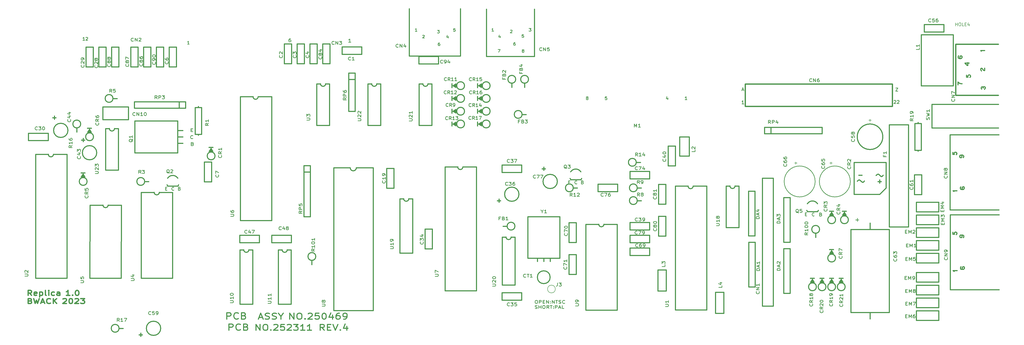
<source format=gbr>
%TF.GenerationSoftware,KiCad,Pcbnew,6.99.0-unknown-a89102fdfc~160~ubuntu20.04.1*%
%TF.CreationDate,2023-02-22T01:11:48+01:00*%
%TF.ProjectId,C64-250469-KiCad,4336342d-3235-4303-9436-392d4b694361,1.0*%
%TF.SameCoordinates,Original*%
%TF.FileFunction,Legend,Top*%
%TF.FilePolarity,Positive*%
%FSLAX46Y46*%
G04 Gerber Fmt 4.6, Leading zero omitted, Abs format (unit mm)*
G04 Created by KiCad (PCBNEW 6.99.0-unknown-a89102fdfc~160~ubuntu20.04.1) date 2023-02-22 01:11:48*
%MOMM*%
%LPD*%
G01*
G04 APERTURE LIST*
%ADD10C,0.450000*%
%ADD11C,0.250000*%
%ADD12C,0.500000*%
%ADD13C,0.150000*%
%ADD14C,0.200000*%
%ADD15C,0.400000*%
G04 APERTURE END LIST*
D10*
X136332619Y-206498595D02*
X135365952Y-205379547D01*
X134675476Y-206498595D02*
X134675476Y-204148595D01*
X134675476Y-204148595D02*
X135780238Y-204148595D01*
X135780238Y-204148595D02*
X136056428Y-204260500D01*
X136056428Y-204260500D02*
X136194523Y-204372404D01*
X136194523Y-204372404D02*
X136332619Y-204596214D01*
X136332619Y-204596214D02*
X136332619Y-204931928D01*
X136332619Y-204931928D02*
X136194523Y-205155738D01*
X136194523Y-205155738D02*
X136056428Y-205267642D01*
X136056428Y-205267642D02*
X135780238Y-205379547D01*
X135780238Y-205379547D02*
X134675476Y-205379547D01*
X137575476Y-205267642D02*
X138542142Y-205267642D01*
X138956428Y-206498595D02*
X137575476Y-206498595D01*
X137575476Y-206498595D02*
X137575476Y-204148595D01*
X137575476Y-204148595D02*
X138956428Y-204148595D01*
X139785000Y-204148595D02*
X140751667Y-206498595D01*
X140751667Y-206498595D02*
X141718333Y-204148595D01*
X142685000Y-206274785D02*
X142823095Y-206386690D01*
X142823095Y-206386690D02*
X142685000Y-206498595D01*
X142685000Y-206498595D02*
X142546904Y-206386690D01*
X142546904Y-206386690D02*
X142685000Y-206274785D01*
X142685000Y-206274785D02*
X142685000Y-206498595D01*
X145308809Y-204931928D02*
X145308809Y-206498595D01*
X144618333Y-204036690D02*
X143927856Y-205715261D01*
X143927856Y-205715261D02*
X145723095Y-205715261D01*
D11*
X220379938Y-194578684D02*
X220665652Y-194578684D01*
X220665652Y-194578684D02*
X220808509Y-194638208D01*
X220808509Y-194638208D02*
X220951366Y-194757255D01*
X220951366Y-194757255D02*
X221022795Y-194995350D01*
X221022795Y-194995350D02*
X221022795Y-195412017D01*
X221022795Y-195412017D02*
X220951366Y-195650112D01*
X220951366Y-195650112D02*
X220808509Y-195769160D01*
X220808509Y-195769160D02*
X220665652Y-195828684D01*
X220665652Y-195828684D02*
X220379938Y-195828684D01*
X220379938Y-195828684D02*
X220237081Y-195769160D01*
X220237081Y-195769160D02*
X220094223Y-195650112D01*
X220094223Y-195650112D02*
X220022795Y-195412017D01*
X220022795Y-195412017D02*
X220022795Y-194995350D01*
X220022795Y-194995350D02*
X220094223Y-194757255D01*
X220094223Y-194757255D02*
X220237081Y-194638208D01*
X220237081Y-194638208D02*
X220379938Y-194578684D01*
X221665652Y-195828684D02*
X221665652Y-194578684D01*
X221665652Y-194578684D02*
X222237081Y-194578684D01*
X222237081Y-194578684D02*
X222379938Y-194638208D01*
X222379938Y-194638208D02*
X222451367Y-194697731D01*
X222451367Y-194697731D02*
X222522795Y-194816779D01*
X222522795Y-194816779D02*
X222522795Y-194995350D01*
X222522795Y-194995350D02*
X222451367Y-195114398D01*
X222451367Y-195114398D02*
X222379938Y-195173922D01*
X222379938Y-195173922D02*
X222237081Y-195233446D01*
X222237081Y-195233446D02*
X221665652Y-195233446D01*
X223165652Y-195173922D02*
X223665652Y-195173922D01*
X223879938Y-195828684D02*
X223165652Y-195828684D01*
X223165652Y-195828684D02*
X223165652Y-194578684D01*
X223165652Y-194578684D02*
X223879938Y-194578684D01*
X224522795Y-195828684D02*
X224522795Y-194578684D01*
X224522795Y-194578684D02*
X225379938Y-195828684D01*
X225379938Y-195828684D02*
X225379938Y-194578684D01*
X226094224Y-195709636D02*
X226165653Y-195769160D01*
X226165653Y-195769160D02*
X226094224Y-195828684D01*
X226094224Y-195828684D02*
X226022796Y-195769160D01*
X226022796Y-195769160D02*
X226094224Y-195709636D01*
X226094224Y-195709636D02*
X226094224Y-195828684D01*
X226094224Y-195054874D02*
X226165653Y-195114398D01*
X226165653Y-195114398D02*
X226094224Y-195173922D01*
X226094224Y-195173922D02*
X226022796Y-195114398D01*
X226022796Y-195114398D02*
X226094224Y-195054874D01*
X226094224Y-195054874D02*
X226094224Y-195173922D01*
X226808510Y-195828684D02*
X226808510Y-194578684D01*
X226808510Y-194578684D02*
X227665653Y-195828684D01*
X227665653Y-195828684D02*
X227665653Y-194578684D01*
X228165654Y-194578684D02*
X229022797Y-194578684D01*
X228594225Y-195828684D02*
X228594225Y-194578684D01*
X229451368Y-195769160D02*
X229665654Y-195828684D01*
X229665654Y-195828684D02*
X230022796Y-195828684D01*
X230022796Y-195828684D02*
X230165654Y-195769160D01*
X230165654Y-195769160D02*
X230237082Y-195709636D01*
X230237082Y-195709636D02*
X230308511Y-195590588D01*
X230308511Y-195590588D02*
X230308511Y-195471541D01*
X230308511Y-195471541D02*
X230237082Y-195352493D01*
X230237082Y-195352493D02*
X230165654Y-195292969D01*
X230165654Y-195292969D02*
X230022796Y-195233446D01*
X230022796Y-195233446D02*
X229737082Y-195173922D01*
X229737082Y-195173922D02*
X229594225Y-195114398D01*
X229594225Y-195114398D02*
X229522796Y-195054874D01*
X229522796Y-195054874D02*
X229451368Y-194935827D01*
X229451368Y-194935827D02*
X229451368Y-194816779D01*
X229451368Y-194816779D02*
X229522796Y-194697731D01*
X229522796Y-194697731D02*
X229594225Y-194638208D01*
X229594225Y-194638208D02*
X229737082Y-194578684D01*
X229737082Y-194578684D02*
X230094225Y-194578684D01*
X230094225Y-194578684D02*
X230308511Y-194638208D01*
X231808510Y-195709636D02*
X231737082Y-195769160D01*
X231737082Y-195769160D02*
X231522796Y-195828684D01*
X231522796Y-195828684D02*
X231379939Y-195828684D01*
X231379939Y-195828684D02*
X231165653Y-195769160D01*
X231165653Y-195769160D02*
X231022796Y-195650112D01*
X231022796Y-195650112D02*
X230951367Y-195531065D01*
X230951367Y-195531065D02*
X230879939Y-195292969D01*
X230879939Y-195292969D02*
X230879939Y-195114398D01*
X230879939Y-195114398D02*
X230951367Y-194876303D01*
X230951367Y-194876303D02*
X231022796Y-194757255D01*
X231022796Y-194757255D02*
X231165653Y-194638208D01*
X231165653Y-194638208D02*
X231379939Y-194578684D01*
X231379939Y-194578684D02*
X231522796Y-194578684D01*
X231522796Y-194578684D02*
X231737082Y-194638208D01*
X231737082Y-194638208D02*
X231808510Y-194697731D01*
X220022795Y-197794160D02*
X220237081Y-197853684D01*
X220237081Y-197853684D02*
X220594223Y-197853684D01*
X220594223Y-197853684D02*
X220737081Y-197794160D01*
X220737081Y-197794160D02*
X220808509Y-197734636D01*
X220808509Y-197734636D02*
X220879938Y-197615588D01*
X220879938Y-197615588D02*
X220879938Y-197496541D01*
X220879938Y-197496541D02*
X220808509Y-197377493D01*
X220808509Y-197377493D02*
X220737081Y-197317969D01*
X220737081Y-197317969D02*
X220594223Y-197258446D01*
X220594223Y-197258446D02*
X220308509Y-197198922D01*
X220308509Y-197198922D02*
X220165652Y-197139398D01*
X220165652Y-197139398D02*
X220094223Y-197079874D01*
X220094223Y-197079874D02*
X220022795Y-196960827D01*
X220022795Y-196960827D02*
X220022795Y-196841779D01*
X220022795Y-196841779D02*
X220094223Y-196722731D01*
X220094223Y-196722731D02*
X220165652Y-196663208D01*
X220165652Y-196663208D02*
X220308509Y-196603684D01*
X220308509Y-196603684D02*
X220665652Y-196603684D01*
X220665652Y-196603684D02*
X220879938Y-196663208D01*
X221522794Y-197853684D02*
X221522794Y-196603684D01*
X221522794Y-197198922D02*
X222379937Y-197198922D01*
X222379937Y-197853684D02*
X222379937Y-196603684D01*
X223379938Y-196603684D02*
X223665652Y-196603684D01*
X223665652Y-196603684D02*
X223808509Y-196663208D01*
X223808509Y-196663208D02*
X223951366Y-196782255D01*
X223951366Y-196782255D02*
X224022795Y-197020350D01*
X224022795Y-197020350D02*
X224022795Y-197437017D01*
X224022795Y-197437017D02*
X223951366Y-197675112D01*
X223951366Y-197675112D02*
X223808509Y-197794160D01*
X223808509Y-197794160D02*
X223665652Y-197853684D01*
X223665652Y-197853684D02*
X223379938Y-197853684D01*
X223379938Y-197853684D02*
X223237081Y-197794160D01*
X223237081Y-197794160D02*
X223094223Y-197675112D01*
X223094223Y-197675112D02*
X223022795Y-197437017D01*
X223022795Y-197437017D02*
X223022795Y-197020350D01*
X223022795Y-197020350D02*
X223094223Y-196782255D01*
X223094223Y-196782255D02*
X223237081Y-196663208D01*
X223237081Y-196663208D02*
X223379938Y-196603684D01*
X225522795Y-197853684D02*
X225022795Y-197258446D01*
X224665652Y-197853684D02*
X224665652Y-196603684D01*
X224665652Y-196603684D02*
X225237081Y-196603684D01*
X225237081Y-196603684D02*
X225379938Y-196663208D01*
X225379938Y-196663208D02*
X225451367Y-196722731D01*
X225451367Y-196722731D02*
X225522795Y-196841779D01*
X225522795Y-196841779D02*
X225522795Y-197020350D01*
X225522795Y-197020350D02*
X225451367Y-197139398D01*
X225451367Y-197139398D02*
X225379938Y-197198922D01*
X225379938Y-197198922D02*
X225237081Y-197258446D01*
X225237081Y-197258446D02*
X224665652Y-197258446D01*
X225951367Y-196603684D02*
X226808510Y-196603684D01*
X226379938Y-197853684D02*
X226379938Y-196603684D01*
X227308509Y-197734636D02*
X227379938Y-197794160D01*
X227379938Y-197794160D02*
X227308509Y-197853684D01*
X227308509Y-197853684D02*
X227237081Y-197794160D01*
X227237081Y-197794160D02*
X227308509Y-197734636D01*
X227308509Y-197734636D02*
X227308509Y-197853684D01*
X227308509Y-197079874D02*
X227379938Y-197139398D01*
X227379938Y-197139398D02*
X227308509Y-197198922D01*
X227308509Y-197198922D02*
X227237081Y-197139398D01*
X227237081Y-197139398D02*
X227308509Y-197079874D01*
X227308509Y-197079874D02*
X227308509Y-197198922D01*
X228022795Y-197853684D02*
X228022795Y-196603684D01*
X228022795Y-196603684D02*
X228594224Y-196603684D01*
X228594224Y-196603684D02*
X228737081Y-196663208D01*
X228737081Y-196663208D02*
X228808510Y-196722731D01*
X228808510Y-196722731D02*
X228879938Y-196841779D01*
X228879938Y-196841779D02*
X228879938Y-197020350D01*
X228879938Y-197020350D02*
X228808510Y-197139398D01*
X228808510Y-197139398D02*
X228737081Y-197198922D01*
X228737081Y-197198922D02*
X228594224Y-197258446D01*
X228594224Y-197258446D02*
X228022795Y-197258446D01*
X229451367Y-197496541D02*
X230165653Y-197496541D01*
X229308510Y-197853684D02*
X229808510Y-196603684D01*
X229808510Y-196603684D02*
X230308510Y-197853684D01*
X231522795Y-197853684D02*
X230808509Y-197853684D01*
X230808509Y-197853684D02*
X230808509Y-196603684D01*
D10*
X109251666Y-206498595D02*
X109251666Y-204148595D01*
X109251666Y-204148595D02*
X110851666Y-206498595D01*
X110851666Y-206498595D02*
X110851666Y-204148595D01*
X112718333Y-204148595D02*
X113251666Y-204148595D01*
X113251666Y-204148595D02*
X113518333Y-204260500D01*
X113518333Y-204260500D02*
X113784999Y-204484309D01*
X113784999Y-204484309D02*
X113918333Y-204931928D01*
X113918333Y-204931928D02*
X113918333Y-205715261D01*
X113918333Y-205715261D02*
X113784999Y-206162880D01*
X113784999Y-206162880D02*
X113518333Y-206386690D01*
X113518333Y-206386690D02*
X113251666Y-206498595D01*
X113251666Y-206498595D02*
X112718333Y-206498595D01*
X112718333Y-206498595D02*
X112451666Y-206386690D01*
X112451666Y-206386690D02*
X112184999Y-206162880D01*
X112184999Y-206162880D02*
X112051666Y-205715261D01*
X112051666Y-205715261D02*
X112051666Y-204931928D01*
X112051666Y-204931928D02*
X112184999Y-204484309D01*
X112184999Y-204484309D02*
X112451666Y-204260500D01*
X112451666Y-204260500D02*
X112718333Y-204148595D01*
X115118332Y-206274785D02*
X115251666Y-206386690D01*
X115251666Y-206386690D02*
X115118332Y-206498595D01*
X115118332Y-206498595D02*
X114984999Y-206386690D01*
X114984999Y-206386690D02*
X115118332Y-206274785D01*
X115118332Y-206274785D02*
X115118332Y-206498595D01*
X116318332Y-204372404D02*
X116451665Y-204260500D01*
X116451665Y-204260500D02*
X116718332Y-204148595D01*
X116718332Y-204148595D02*
X117384999Y-204148595D01*
X117384999Y-204148595D02*
X117651665Y-204260500D01*
X117651665Y-204260500D02*
X117784999Y-204372404D01*
X117784999Y-204372404D02*
X117918332Y-204596214D01*
X117918332Y-204596214D02*
X117918332Y-204820023D01*
X117918332Y-204820023D02*
X117784999Y-205155738D01*
X117784999Y-205155738D02*
X116184999Y-206498595D01*
X116184999Y-206498595D02*
X117918332Y-206498595D01*
X120451666Y-204148595D02*
X119118332Y-204148595D01*
X119118332Y-204148595D02*
X118984999Y-205267642D01*
X118984999Y-205267642D02*
X119118332Y-205155738D01*
X119118332Y-205155738D02*
X119384999Y-205043833D01*
X119384999Y-205043833D02*
X120051666Y-205043833D01*
X120051666Y-205043833D02*
X120318332Y-205155738D01*
X120318332Y-205155738D02*
X120451666Y-205267642D01*
X120451666Y-205267642D02*
X120584999Y-205491452D01*
X120584999Y-205491452D02*
X120584999Y-206050976D01*
X120584999Y-206050976D02*
X120451666Y-206274785D01*
X120451666Y-206274785D02*
X120318332Y-206386690D01*
X120318332Y-206386690D02*
X120051666Y-206498595D01*
X120051666Y-206498595D02*
X119384999Y-206498595D01*
X119384999Y-206498595D02*
X119118332Y-206386690D01*
X119118332Y-206386690D02*
X118984999Y-206274785D01*
X121651666Y-204372404D02*
X121784999Y-204260500D01*
X121784999Y-204260500D02*
X122051666Y-204148595D01*
X122051666Y-204148595D02*
X122718333Y-204148595D01*
X122718333Y-204148595D02*
X122984999Y-204260500D01*
X122984999Y-204260500D02*
X123118333Y-204372404D01*
X123118333Y-204372404D02*
X123251666Y-204596214D01*
X123251666Y-204596214D02*
X123251666Y-204820023D01*
X123251666Y-204820023D02*
X123118333Y-205155738D01*
X123118333Y-205155738D02*
X121518333Y-206498595D01*
X121518333Y-206498595D02*
X123251666Y-206498595D01*
X124185000Y-204148595D02*
X125918333Y-204148595D01*
X125918333Y-204148595D02*
X124985000Y-205043833D01*
X124985000Y-205043833D02*
X125385000Y-205043833D01*
X125385000Y-205043833D02*
X125651666Y-205155738D01*
X125651666Y-205155738D02*
X125785000Y-205267642D01*
X125785000Y-205267642D02*
X125918333Y-205491452D01*
X125918333Y-205491452D02*
X125918333Y-206050976D01*
X125918333Y-206050976D02*
X125785000Y-206274785D01*
X125785000Y-206274785D02*
X125651666Y-206386690D01*
X125651666Y-206386690D02*
X125385000Y-206498595D01*
X125385000Y-206498595D02*
X124585000Y-206498595D01*
X124585000Y-206498595D02*
X124318333Y-206386690D01*
X124318333Y-206386690D02*
X124185000Y-206274785D01*
X128585000Y-206498595D02*
X126985000Y-206498595D01*
X127785000Y-206498595D02*
X127785000Y-204148595D01*
X127785000Y-204148595D02*
X127518333Y-204484309D01*
X127518333Y-204484309D02*
X127251667Y-204708119D01*
X127251667Y-204708119D02*
X126985000Y-204820023D01*
X131251667Y-206498595D02*
X129651667Y-206498595D01*
X130451667Y-206498595D02*
X130451667Y-204148595D01*
X130451667Y-204148595D02*
X130185000Y-204484309D01*
X130185000Y-204484309D02*
X129918334Y-204708119D01*
X129918334Y-204708119D02*
X129651667Y-204820023D01*
X97649855Y-202020952D02*
X97649855Y-199520952D01*
X97649855Y-199520952D02*
X98754617Y-199520952D01*
X98754617Y-199520952D02*
X99030807Y-199640000D01*
X99030807Y-199640000D02*
X99168902Y-199759047D01*
X99168902Y-199759047D02*
X99306998Y-199997142D01*
X99306998Y-199997142D02*
X99306998Y-200354285D01*
X99306998Y-200354285D02*
X99168902Y-200592380D01*
X99168902Y-200592380D02*
X99030807Y-200711428D01*
X99030807Y-200711428D02*
X98754617Y-200830476D01*
X98754617Y-200830476D02*
X97649855Y-200830476D01*
X102206998Y-201782857D02*
X102068902Y-201901904D01*
X102068902Y-201901904D02*
X101654617Y-202020952D01*
X101654617Y-202020952D02*
X101378426Y-202020952D01*
X101378426Y-202020952D02*
X100964140Y-201901904D01*
X100964140Y-201901904D02*
X100687950Y-201663809D01*
X100687950Y-201663809D02*
X100549855Y-201425714D01*
X100549855Y-201425714D02*
X100411759Y-200949523D01*
X100411759Y-200949523D02*
X100411759Y-200592380D01*
X100411759Y-200592380D02*
X100549855Y-200116190D01*
X100549855Y-200116190D02*
X100687950Y-199878095D01*
X100687950Y-199878095D02*
X100964140Y-199640000D01*
X100964140Y-199640000D02*
X101378426Y-199520952D01*
X101378426Y-199520952D02*
X101654617Y-199520952D01*
X101654617Y-199520952D02*
X102068902Y-199640000D01*
X102068902Y-199640000D02*
X102206998Y-199759047D01*
X104416521Y-200711428D02*
X104830807Y-200830476D01*
X104830807Y-200830476D02*
X104968902Y-200949523D01*
X104968902Y-200949523D02*
X105106998Y-201187619D01*
X105106998Y-201187619D02*
X105106998Y-201544761D01*
X105106998Y-201544761D02*
X104968902Y-201782857D01*
X104968902Y-201782857D02*
X104830807Y-201901904D01*
X104830807Y-201901904D02*
X104554617Y-202020952D01*
X104554617Y-202020952D02*
X103449855Y-202020952D01*
X103449855Y-202020952D02*
X103449855Y-199520952D01*
X103449855Y-199520952D02*
X104416521Y-199520952D01*
X104416521Y-199520952D02*
X104692712Y-199640000D01*
X104692712Y-199640000D02*
X104830807Y-199759047D01*
X104830807Y-199759047D02*
X104968902Y-199997142D01*
X104968902Y-199997142D02*
X104968902Y-200235238D01*
X104968902Y-200235238D02*
X104830807Y-200473333D01*
X104830807Y-200473333D02*
X104692712Y-200592380D01*
X104692712Y-200592380D02*
X104416521Y-200711428D01*
X104416521Y-200711428D02*
X103449855Y-200711428D01*
X122610476Y-202053595D02*
X122610476Y-199703595D01*
X122610476Y-199703595D02*
X124267619Y-202053595D01*
X124267619Y-202053595D02*
X124267619Y-199703595D01*
X126200952Y-199703595D02*
X126753333Y-199703595D01*
X126753333Y-199703595D02*
X127029523Y-199815500D01*
X127029523Y-199815500D02*
X127305714Y-200039309D01*
X127305714Y-200039309D02*
X127443809Y-200486928D01*
X127443809Y-200486928D02*
X127443809Y-201270261D01*
X127443809Y-201270261D02*
X127305714Y-201717880D01*
X127305714Y-201717880D02*
X127029523Y-201941690D01*
X127029523Y-201941690D02*
X126753333Y-202053595D01*
X126753333Y-202053595D02*
X126200952Y-202053595D01*
X126200952Y-202053595D02*
X125924761Y-201941690D01*
X125924761Y-201941690D02*
X125648571Y-201717880D01*
X125648571Y-201717880D02*
X125510475Y-201270261D01*
X125510475Y-201270261D02*
X125510475Y-200486928D01*
X125510475Y-200486928D02*
X125648571Y-200039309D01*
X125648571Y-200039309D02*
X125924761Y-199815500D01*
X125924761Y-199815500D02*
X126200952Y-199703595D01*
X128686666Y-201829785D02*
X128824761Y-201941690D01*
X128824761Y-201941690D02*
X128686666Y-202053595D01*
X128686666Y-202053595D02*
X128548570Y-201941690D01*
X128548570Y-201941690D02*
X128686666Y-201829785D01*
X128686666Y-201829785D02*
X128686666Y-202053595D01*
X129929522Y-199927404D02*
X130067618Y-199815500D01*
X130067618Y-199815500D02*
X130343808Y-199703595D01*
X130343808Y-199703595D02*
X131034284Y-199703595D01*
X131034284Y-199703595D02*
X131310475Y-199815500D01*
X131310475Y-199815500D02*
X131448570Y-199927404D01*
X131448570Y-199927404D02*
X131586665Y-200151214D01*
X131586665Y-200151214D02*
X131586665Y-200375023D01*
X131586665Y-200375023D02*
X131448570Y-200710738D01*
X131448570Y-200710738D02*
X129791427Y-202053595D01*
X129791427Y-202053595D02*
X131586665Y-202053595D01*
X134210475Y-199703595D02*
X132829523Y-199703595D01*
X132829523Y-199703595D02*
X132691427Y-200822642D01*
X132691427Y-200822642D02*
X132829523Y-200710738D01*
X132829523Y-200710738D02*
X133105713Y-200598833D01*
X133105713Y-200598833D02*
X133796189Y-200598833D01*
X133796189Y-200598833D02*
X134072380Y-200710738D01*
X134072380Y-200710738D02*
X134210475Y-200822642D01*
X134210475Y-200822642D02*
X134348570Y-201046452D01*
X134348570Y-201046452D02*
X134348570Y-201605976D01*
X134348570Y-201605976D02*
X134210475Y-201829785D01*
X134210475Y-201829785D02*
X134072380Y-201941690D01*
X134072380Y-201941690D02*
X133796189Y-202053595D01*
X133796189Y-202053595D02*
X133105713Y-202053595D01*
X133105713Y-202053595D02*
X132829523Y-201941690D01*
X132829523Y-201941690D02*
X132691427Y-201829785D01*
X136143809Y-199703595D02*
X136419999Y-199703595D01*
X136419999Y-199703595D02*
X136696190Y-199815500D01*
X136696190Y-199815500D02*
X136834285Y-199927404D01*
X136834285Y-199927404D02*
X136972380Y-200151214D01*
X136972380Y-200151214D02*
X137110475Y-200598833D01*
X137110475Y-200598833D02*
X137110475Y-201158357D01*
X137110475Y-201158357D02*
X136972380Y-201605976D01*
X136972380Y-201605976D02*
X136834285Y-201829785D01*
X136834285Y-201829785D02*
X136696190Y-201941690D01*
X136696190Y-201941690D02*
X136419999Y-202053595D01*
X136419999Y-202053595D02*
X136143809Y-202053595D01*
X136143809Y-202053595D02*
X135867618Y-201941690D01*
X135867618Y-201941690D02*
X135729523Y-201829785D01*
X135729523Y-201829785D02*
X135591428Y-201605976D01*
X135591428Y-201605976D02*
X135453332Y-201158357D01*
X135453332Y-201158357D02*
X135453332Y-200598833D01*
X135453332Y-200598833D02*
X135591428Y-200151214D01*
X135591428Y-200151214D02*
X135729523Y-199927404D01*
X135729523Y-199927404D02*
X135867618Y-199815500D01*
X135867618Y-199815500D02*
X136143809Y-199703595D01*
X139596190Y-200486928D02*
X139596190Y-202053595D01*
X138905714Y-199591690D02*
X138215237Y-201270261D01*
X138215237Y-201270261D02*
X140010476Y-201270261D01*
X142358095Y-199703595D02*
X141805714Y-199703595D01*
X141805714Y-199703595D02*
X141529523Y-199815500D01*
X141529523Y-199815500D02*
X141391428Y-199927404D01*
X141391428Y-199927404D02*
X141115238Y-200263119D01*
X141115238Y-200263119D02*
X140977142Y-200710738D01*
X140977142Y-200710738D02*
X140977142Y-201605976D01*
X140977142Y-201605976D02*
X141115238Y-201829785D01*
X141115238Y-201829785D02*
X141253333Y-201941690D01*
X141253333Y-201941690D02*
X141529523Y-202053595D01*
X141529523Y-202053595D02*
X142081904Y-202053595D01*
X142081904Y-202053595D02*
X142358095Y-201941690D01*
X142358095Y-201941690D02*
X142496190Y-201829785D01*
X142496190Y-201829785D02*
X142634285Y-201605976D01*
X142634285Y-201605976D02*
X142634285Y-201046452D01*
X142634285Y-201046452D02*
X142496190Y-200822642D01*
X142496190Y-200822642D02*
X142358095Y-200710738D01*
X142358095Y-200710738D02*
X142081904Y-200598833D01*
X142081904Y-200598833D02*
X141529523Y-200598833D01*
X141529523Y-200598833D02*
X141253333Y-200710738D01*
X141253333Y-200710738D02*
X141115238Y-200822642D01*
X141115238Y-200822642D02*
X140977142Y-201046452D01*
X144015238Y-202053595D02*
X144567619Y-202053595D01*
X144567619Y-202053595D02*
X144843809Y-201941690D01*
X144843809Y-201941690D02*
X144981905Y-201829785D01*
X144981905Y-201829785D02*
X145258095Y-201494071D01*
X145258095Y-201494071D02*
X145396190Y-201046452D01*
X145396190Y-201046452D02*
X145396190Y-200151214D01*
X145396190Y-200151214D02*
X145258095Y-199927404D01*
X145258095Y-199927404D02*
X145120000Y-199815500D01*
X145120000Y-199815500D02*
X144843809Y-199703595D01*
X144843809Y-199703595D02*
X144291428Y-199703595D01*
X144291428Y-199703595D02*
X144015238Y-199815500D01*
X144015238Y-199815500D02*
X143877143Y-199927404D01*
X143877143Y-199927404D02*
X143739047Y-200151214D01*
X143739047Y-200151214D02*
X143739047Y-200710738D01*
X143739047Y-200710738D02*
X143877143Y-200934547D01*
X143877143Y-200934547D02*
X144015238Y-201046452D01*
X144015238Y-201046452D02*
X144291428Y-201158357D01*
X144291428Y-201158357D02*
X144843809Y-201158357D01*
X144843809Y-201158357D02*
X145120000Y-201046452D01*
X145120000Y-201046452D02*
X145258095Y-200934547D01*
X145258095Y-200934547D02*
X145396190Y-200710738D01*
X110407380Y-201382166D02*
X111788333Y-201382166D01*
X110131190Y-202053595D02*
X111097857Y-199703595D01*
X111097857Y-199703595D02*
X112064523Y-202053595D01*
X112893094Y-201941690D02*
X113307380Y-202053595D01*
X113307380Y-202053595D02*
X113997856Y-202053595D01*
X113997856Y-202053595D02*
X114274047Y-201941690D01*
X114274047Y-201941690D02*
X114412142Y-201829785D01*
X114412142Y-201829785D02*
X114550237Y-201605976D01*
X114550237Y-201605976D02*
X114550237Y-201382166D01*
X114550237Y-201382166D02*
X114412142Y-201158357D01*
X114412142Y-201158357D02*
X114274047Y-201046452D01*
X114274047Y-201046452D02*
X113997856Y-200934547D01*
X113997856Y-200934547D02*
X113445475Y-200822642D01*
X113445475Y-200822642D02*
X113169285Y-200710738D01*
X113169285Y-200710738D02*
X113031190Y-200598833D01*
X113031190Y-200598833D02*
X112893094Y-200375023D01*
X112893094Y-200375023D02*
X112893094Y-200151214D01*
X112893094Y-200151214D02*
X113031190Y-199927404D01*
X113031190Y-199927404D02*
X113169285Y-199815500D01*
X113169285Y-199815500D02*
X113445475Y-199703595D01*
X113445475Y-199703595D02*
X114135952Y-199703595D01*
X114135952Y-199703595D02*
X114550237Y-199815500D01*
X115654999Y-201941690D02*
X116069285Y-202053595D01*
X116069285Y-202053595D02*
X116759761Y-202053595D01*
X116759761Y-202053595D02*
X117035952Y-201941690D01*
X117035952Y-201941690D02*
X117174047Y-201829785D01*
X117174047Y-201829785D02*
X117312142Y-201605976D01*
X117312142Y-201605976D02*
X117312142Y-201382166D01*
X117312142Y-201382166D02*
X117174047Y-201158357D01*
X117174047Y-201158357D02*
X117035952Y-201046452D01*
X117035952Y-201046452D02*
X116759761Y-200934547D01*
X116759761Y-200934547D02*
X116207380Y-200822642D01*
X116207380Y-200822642D02*
X115931190Y-200710738D01*
X115931190Y-200710738D02*
X115793095Y-200598833D01*
X115793095Y-200598833D02*
X115654999Y-200375023D01*
X115654999Y-200375023D02*
X115654999Y-200151214D01*
X115654999Y-200151214D02*
X115793095Y-199927404D01*
X115793095Y-199927404D02*
X115931190Y-199815500D01*
X115931190Y-199815500D02*
X116207380Y-199703595D01*
X116207380Y-199703595D02*
X116897857Y-199703595D01*
X116897857Y-199703595D02*
X117312142Y-199815500D01*
X119107381Y-200934547D02*
X119107381Y-202053595D01*
X118140714Y-199703595D02*
X119107381Y-200934547D01*
X119107381Y-200934547D02*
X120074047Y-199703595D01*
D12*
X20184809Y-192666761D02*
X19351476Y-191714380D01*
X18756238Y-192666761D02*
X18756238Y-190666761D01*
X18756238Y-190666761D02*
X19708619Y-190666761D01*
X19708619Y-190666761D02*
X19946714Y-190762000D01*
X19946714Y-190762000D02*
X20065761Y-190857238D01*
X20065761Y-190857238D02*
X20184809Y-191047714D01*
X20184809Y-191047714D02*
X20184809Y-191333428D01*
X20184809Y-191333428D02*
X20065761Y-191523904D01*
X20065761Y-191523904D02*
X19946714Y-191619142D01*
X19946714Y-191619142D02*
X19708619Y-191714380D01*
X19708619Y-191714380D02*
X18756238Y-191714380D01*
X22208619Y-192571523D02*
X21970523Y-192666761D01*
X21970523Y-192666761D02*
X21494333Y-192666761D01*
X21494333Y-192666761D02*
X21256238Y-192571523D01*
X21256238Y-192571523D02*
X21137190Y-192381047D01*
X21137190Y-192381047D02*
X21137190Y-191619142D01*
X21137190Y-191619142D02*
X21256238Y-191428666D01*
X21256238Y-191428666D02*
X21494333Y-191333428D01*
X21494333Y-191333428D02*
X21970523Y-191333428D01*
X21970523Y-191333428D02*
X22208619Y-191428666D01*
X22208619Y-191428666D02*
X22327666Y-191619142D01*
X22327666Y-191619142D02*
X22327666Y-191809619D01*
X22327666Y-191809619D02*
X21137190Y-192000095D01*
X23399095Y-191333428D02*
X23399095Y-193333428D01*
X23399095Y-191428666D02*
X23637190Y-191333428D01*
X23637190Y-191333428D02*
X24113380Y-191333428D01*
X24113380Y-191333428D02*
X24351476Y-191428666D01*
X24351476Y-191428666D02*
X24470523Y-191523904D01*
X24470523Y-191523904D02*
X24589571Y-191714380D01*
X24589571Y-191714380D02*
X24589571Y-192285809D01*
X24589571Y-192285809D02*
X24470523Y-192476285D01*
X24470523Y-192476285D02*
X24351476Y-192571523D01*
X24351476Y-192571523D02*
X24113380Y-192666761D01*
X24113380Y-192666761D02*
X23637190Y-192666761D01*
X23637190Y-192666761D02*
X23399095Y-192571523D01*
X26018142Y-192666761D02*
X25780047Y-192571523D01*
X25780047Y-192571523D02*
X25661000Y-192381047D01*
X25661000Y-192381047D02*
X25661000Y-190666761D01*
X26970524Y-192666761D02*
X26970524Y-191333428D01*
X26970524Y-190666761D02*
X26851476Y-190762000D01*
X26851476Y-190762000D02*
X26970524Y-190857238D01*
X26970524Y-190857238D02*
X27089571Y-190762000D01*
X27089571Y-190762000D02*
X26970524Y-190666761D01*
X26970524Y-190666761D02*
X26970524Y-190857238D01*
X29232428Y-192571523D02*
X28994333Y-192666761D01*
X28994333Y-192666761D02*
X28518142Y-192666761D01*
X28518142Y-192666761D02*
X28280047Y-192571523D01*
X28280047Y-192571523D02*
X28161000Y-192476285D01*
X28161000Y-192476285D02*
X28041952Y-192285809D01*
X28041952Y-192285809D02*
X28041952Y-191714380D01*
X28041952Y-191714380D02*
X28161000Y-191523904D01*
X28161000Y-191523904D02*
X28280047Y-191428666D01*
X28280047Y-191428666D02*
X28518142Y-191333428D01*
X28518142Y-191333428D02*
X28994333Y-191333428D01*
X28994333Y-191333428D02*
X29232428Y-191428666D01*
X31375285Y-192666761D02*
X31375285Y-191619142D01*
X31375285Y-191619142D02*
X31256238Y-191428666D01*
X31256238Y-191428666D02*
X31018142Y-191333428D01*
X31018142Y-191333428D02*
X30541952Y-191333428D01*
X30541952Y-191333428D02*
X30303857Y-191428666D01*
X31375285Y-192571523D02*
X31137190Y-192666761D01*
X31137190Y-192666761D02*
X30541952Y-192666761D01*
X30541952Y-192666761D02*
X30303857Y-192571523D01*
X30303857Y-192571523D02*
X30184809Y-192381047D01*
X30184809Y-192381047D02*
X30184809Y-192190571D01*
X30184809Y-192190571D02*
X30303857Y-192000095D01*
X30303857Y-192000095D02*
X30541952Y-191904857D01*
X30541952Y-191904857D02*
X31137190Y-191904857D01*
X31137190Y-191904857D02*
X31375285Y-191809619D01*
X35375285Y-192666761D02*
X33946714Y-192666761D01*
X34661000Y-192666761D02*
X34661000Y-190666761D01*
X34661000Y-190666761D02*
X34422904Y-190952476D01*
X34422904Y-190952476D02*
X34184809Y-191142952D01*
X34184809Y-191142952D02*
X33946714Y-191238190D01*
X36446714Y-192476285D02*
X36565761Y-192571523D01*
X36565761Y-192571523D02*
X36446714Y-192666761D01*
X36446714Y-192666761D02*
X36327666Y-192571523D01*
X36327666Y-192571523D02*
X36446714Y-192476285D01*
X36446714Y-192476285D02*
X36446714Y-192666761D01*
X38113380Y-190666761D02*
X38351475Y-190666761D01*
X38351475Y-190666761D02*
X38589571Y-190762000D01*
X38589571Y-190762000D02*
X38708618Y-190857238D01*
X38708618Y-190857238D02*
X38827666Y-191047714D01*
X38827666Y-191047714D02*
X38946713Y-191428666D01*
X38946713Y-191428666D02*
X38946713Y-191904857D01*
X38946713Y-191904857D02*
X38827666Y-192285809D01*
X38827666Y-192285809D02*
X38708618Y-192476285D01*
X38708618Y-192476285D02*
X38589571Y-192571523D01*
X38589571Y-192571523D02*
X38351475Y-192666761D01*
X38351475Y-192666761D02*
X38113380Y-192666761D01*
X38113380Y-192666761D02*
X37875285Y-192571523D01*
X37875285Y-192571523D02*
X37756237Y-192476285D01*
X37756237Y-192476285D02*
X37637190Y-192285809D01*
X37637190Y-192285809D02*
X37518142Y-191904857D01*
X37518142Y-191904857D02*
X37518142Y-191428666D01*
X37518142Y-191428666D02*
X37637190Y-191047714D01*
X37637190Y-191047714D02*
X37756237Y-190857238D01*
X37756237Y-190857238D02*
X37875285Y-190762000D01*
X37875285Y-190762000D02*
X38113380Y-190666761D01*
X19589571Y-194859142D02*
X19946714Y-194954380D01*
X19946714Y-194954380D02*
X20065761Y-195049619D01*
X20065761Y-195049619D02*
X20184809Y-195240095D01*
X20184809Y-195240095D02*
X20184809Y-195525809D01*
X20184809Y-195525809D02*
X20065761Y-195716285D01*
X20065761Y-195716285D02*
X19946714Y-195811523D01*
X19946714Y-195811523D02*
X19708619Y-195906761D01*
X19708619Y-195906761D02*
X18756238Y-195906761D01*
X18756238Y-195906761D02*
X18756238Y-193906761D01*
X18756238Y-193906761D02*
X19589571Y-193906761D01*
X19589571Y-193906761D02*
X19827666Y-194002000D01*
X19827666Y-194002000D02*
X19946714Y-194097238D01*
X19946714Y-194097238D02*
X20065761Y-194287714D01*
X20065761Y-194287714D02*
X20065761Y-194478190D01*
X20065761Y-194478190D02*
X19946714Y-194668666D01*
X19946714Y-194668666D02*
X19827666Y-194763904D01*
X19827666Y-194763904D02*
X19589571Y-194859142D01*
X19589571Y-194859142D02*
X18756238Y-194859142D01*
X21018142Y-193906761D02*
X21613380Y-195906761D01*
X21613380Y-195906761D02*
X22089571Y-194478190D01*
X22089571Y-194478190D02*
X22565761Y-195906761D01*
X22565761Y-195906761D02*
X23161000Y-193906761D01*
X23994333Y-195335333D02*
X25184809Y-195335333D01*
X23756238Y-195906761D02*
X24589571Y-193906761D01*
X24589571Y-193906761D02*
X25422904Y-195906761D01*
X27684809Y-195716285D02*
X27565761Y-195811523D01*
X27565761Y-195811523D02*
X27208619Y-195906761D01*
X27208619Y-195906761D02*
X26970523Y-195906761D01*
X26970523Y-195906761D02*
X26613380Y-195811523D01*
X26613380Y-195811523D02*
X26375285Y-195621047D01*
X26375285Y-195621047D02*
X26256238Y-195430571D01*
X26256238Y-195430571D02*
X26137190Y-195049619D01*
X26137190Y-195049619D02*
X26137190Y-194763904D01*
X26137190Y-194763904D02*
X26256238Y-194382952D01*
X26256238Y-194382952D02*
X26375285Y-194192476D01*
X26375285Y-194192476D02*
X26613380Y-194002000D01*
X26613380Y-194002000D02*
X26970523Y-193906761D01*
X26970523Y-193906761D02*
X27208619Y-193906761D01*
X27208619Y-193906761D02*
X27565761Y-194002000D01*
X27565761Y-194002000D02*
X27684809Y-194097238D01*
X28756238Y-195906761D02*
X28756238Y-193906761D01*
X30184809Y-195906761D02*
X29113380Y-194763904D01*
X30184809Y-193906761D02*
X28756238Y-195049619D01*
X32637190Y-194097238D02*
X32756238Y-194002000D01*
X32756238Y-194002000D02*
X32994333Y-193906761D01*
X32994333Y-193906761D02*
X33589571Y-193906761D01*
X33589571Y-193906761D02*
X33827666Y-194002000D01*
X33827666Y-194002000D02*
X33946714Y-194097238D01*
X33946714Y-194097238D02*
X34065761Y-194287714D01*
X34065761Y-194287714D02*
X34065761Y-194478190D01*
X34065761Y-194478190D02*
X33946714Y-194763904D01*
X33946714Y-194763904D02*
X32518142Y-195906761D01*
X32518142Y-195906761D02*
X34065761Y-195906761D01*
X35613380Y-193906761D02*
X35851475Y-193906761D01*
X35851475Y-193906761D02*
X36089571Y-194002000D01*
X36089571Y-194002000D02*
X36208618Y-194097238D01*
X36208618Y-194097238D02*
X36327666Y-194287714D01*
X36327666Y-194287714D02*
X36446713Y-194668666D01*
X36446713Y-194668666D02*
X36446713Y-195144857D01*
X36446713Y-195144857D02*
X36327666Y-195525809D01*
X36327666Y-195525809D02*
X36208618Y-195716285D01*
X36208618Y-195716285D02*
X36089571Y-195811523D01*
X36089571Y-195811523D02*
X35851475Y-195906761D01*
X35851475Y-195906761D02*
X35613380Y-195906761D01*
X35613380Y-195906761D02*
X35375285Y-195811523D01*
X35375285Y-195811523D02*
X35256237Y-195716285D01*
X35256237Y-195716285D02*
X35137190Y-195525809D01*
X35137190Y-195525809D02*
X35018142Y-195144857D01*
X35018142Y-195144857D02*
X35018142Y-194668666D01*
X35018142Y-194668666D02*
X35137190Y-194287714D01*
X35137190Y-194287714D02*
X35256237Y-194097238D01*
X35256237Y-194097238D02*
X35375285Y-194002000D01*
X35375285Y-194002000D02*
X35613380Y-193906761D01*
X37399094Y-194097238D02*
X37518142Y-194002000D01*
X37518142Y-194002000D02*
X37756237Y-193906761D01*
X37756237Y-193906761D02*
X38351475Y-193906761D01*
X38351475Y-193906761D02*
X38589570Y-194002000D01*
X38589570Y-194002000D02*
X38708618Y-194097238D01*
X38708618Y-194097238D02*
X38827665Y-194287714D01*
X38827665Y-194287714D02*
X38827665Y-194478190D01*
X38827665Y-194478190D02*
X38708618Y-194763904D01*
X38708618Y-194763904D02*
X37280046Y-195906761D01*
X37280046Y-195906761D02*
X38827665Y-195906761D01*
X39660998Y-193906761D02*
X41208617Y-193906761D01*
X41208617Y-193906761D02*
X40375284Y-194668666D01*
X40375284Y-194668666D02*
X40732427Y-194668666D01*
X40732427Y-194668666D02*
X40970522Y-194763904D01*
X40970522Y-194763904D02*
X41089570Y-194859142D01*
X41089570Y-194859142D02*
X41208617Y-195049619D01*
X41208617Y-195049619D02*
X41208617Y-195525809D01*
X41208617Y-195525809D02*
X41089570Y-195716285D01*
X41089570Y-195716285D02*
X40970522Y-195811523D01*
X40970522Y-195811523D02*
X40732427Y-195906761D01*
X40732427Y-195906761D02*
X40018141Y-195906761D01*
X40018141Y-195906761D02*
X39780046Y-195811523D01*
X39780046Y-195811523D02*
X39660998Y-195716285D01*
D10*
X98480476Y-206465952D02*
X98480476Y-203965952D01*
X98480476Y-203965952D02*
X99585238Y-203965952D01*
X99585238Y-203965952D02*
X99861428Y-204085000D01*
X99861428Y-204085000D02*
X99999523Y-204204047D01*
X99999523Y-204204047D02*
X100137619Y-204442142D01*
X100137619Y-204442142D02*
X100137619Y-204799285D01*
X100137619Y-204799285D02*
X99999523Y-205037380D01*
X99999523Y-205037380D02*
X99861428Y-205156428D01*
X99861428Y-205156428D02*
X99585238Y-205275476D01*
X99585238Y-205275476D02*
X98480476Y-205275476D01*
X103037619Y-206227857D02*
X102899523Y-206346904D01*
X102899523Y-206346904D02*
X102485238Y-206465952D01*
X102485238Y-206465952D02*
X102209047Y-206465952D01*
X102209047Y-206465952D02*
X101794761Y-206346904D01*
X101794761Y-206346904D02*
X101518571Y-206108809D01*
X101518571Y-206108809D02*
X101380476Y-205870714D01*
X101380476Y-205870714D02*
X101242380Y-205394523D01*
X101242380Y-205394523D02*
X101242380Y-205037380D01*
X101242380Y-205037380D02*
X101380476Y-204561190D01*
X101380476Y-204561190D02*
X101518571Y-204323095D01*
X101518571Y-204323095D02*
X101794761Y-204085000D01*
X101794761Y-204085000D02*
X102209047Y-203965952D01*
X102209047Y-203965952D02*
X102485238Y-203965952D01*
X102485238Y-203965952D02*
X102899523Y-204085000D01*
X102899523Y-204085000D02*
X103037619Y-204204047D01*
X105247142Y-205156428D02*
X105661428Y-205275476D01*
X105661428Y-205275476D02*
X105799523Y-205394523D01*
X105799523Y-205394523D02*
X105937619Y-205632619D01*
X105937619Y-205632619D02*
X105937619Y-205989761D01*
X105937619Y-205989761D02*
X105799523Y-206227857D01*
X105799523Y-206227857D02*
X105661428Y-206346904D01*
X105661428Y-206346904D02*
X105385238Y-206465952D01*
X105385238Y-206465952D02*
X104280476Y-206465952D01*
X104280476Y-206465952D02*
X104280476Y-203965952D01*
X104280476Y-203965952D02*
X105247142Y-203965952D01*
X105247142Y-203965952D02*
X105523333Y-204085000D01*
X105523333Y-204085000D02*
X105661428Y-204204047D01*
X105661428Y-204204047D02*
X105799523Y-204442142D01*
X105799523Y-204442142D02*
X105799523Y-204680238D01*
X105799523Y-204680238D02*
X105661428Y-204918333D01*
X105661428Y-204918333D02*
X105523333Y-205037380D01*
X105523333Y-205037380D02*
X105247142Y-205156428D01*
X105247142Y-205156428D02*
X104280476Y-205156428D01*
D11*
%TO.C,J3*%
X228963600Y-187677226D02*
X228963600Y-188570083D01*
X228963600Y-188570083D02*
X228892171Y-188748654D01*
X228892171Y-188748654D02*
X228749314Y-188867702D01*
X228749314Y-188867702D02*
X228535028Y-188927226D01*
X228535028Y-188927226D02*
X228392171Y-188927226D01*
X229535028Y-187677226D02*
X230463600Y-187677226D01*
X230463600Y-187677226D02*
X229963600Y-188153416D01*
X229963600Y-188153416D02*
X230177885Y-188153416D01*
X230177885Y-188153416D02*
X230320743Y-188212940D01*
X230320743Y-188212940D02*
X230392171Y-188272464D01*
X230392171Y-188272464D02*
X230463600Y-188391511D01*
X230463600Y-188391511D02*
X230463600Y-188689130D01*
X230463600Y-188689130D02*
X230392171Y-188808178D01*
X230392171Y-188808178D02*
X230320743Y-188867702D01*
X230320743Y-188867702D02*
X230177885Y-188927226D01*
X230177885Y-188927226D02*
X229749314Y-188927226D01*
X229749314Y-188927226D02*
X229606457Y-188867702D01*
X229606457Y-188867702D02*
X229535028Y-188808178D01*
%TO.C,U8*%
X135434226Y-196892857D02*
X136446130Y-196892857D01*
X136446130Y-196892857D02*
X136565178Y-196821428D01*
X136565178Y-196821428D02*
X136624702Y-196750000D01*
X136624702Y-196750000D02*
X136684226Y-196607142D01*
X136684226Y-196607142D02*
X136684226Y-196321428D01*
X136684226Y-196321428D02*
X136624702Y-196178571D01*
X136624702Y-196178571D02*
X136565178Y-196107142D01*
X136565178Y-196107142D02*
X136446130Y-196035714D01*
X136446130Y-196035714D02*
X135434226Y-196035714D01*
X135969940Y-195107142D02*
X135910416Y-195249999D01*
X135910416Y-195249999D02*
X135850892Y-195321428D01*
X135850892Y-195321428D02*
X135731845Y-195392856D01*
X135731845Y-195392856D02*
X135672321Y-195392856D01*
X135672321Y-195392856D02*
X135553273Y-195321428D01*
X135553273Y-195321428D02*
X135493750Y-195249999D01*
X135493750Y-195249999D02*
X135434226Y-195107142D01*
X135434226Y-195107142D02*
X135434226Y-194821428D01*
X135434226Y-194821428D02*
X135493750Y-194678571D01*
X135493750Y-194678571D02*
X135553273Y-194607142D01*
X135553273Y-194607142D02*
X135672321Y-194535713D01*
X135672321Y-194535713D02*
X135731845Y-194535713D01*
X135731845Y-194535713D02*
X135850892Y-194607142D01*
X135850892Y-194607142D02*
X135910416Y-194678571D01*
X135910416Y-194678571D02*
X135969940Y-194821428D01*
X135969940Y-194821428D02*
X135969940Y-195107142D01*
X135969940Y-195107142D02*
X136029464Y-195249999D01*
X136029464Y-195249999D02*
X136088988Y-195321428D01*
X136088988Y-195321428D02*
X136208035Y-195392856D01*
X136208035Y-195392856D02*
X136446130Y-195392856D01*
X136446130Y-195392856D02*
X136565178Y-195321428D01*
X136565178Y-195321428D02*
X136624702Y-195249999D01*
X136624702Y-195249999D02*
X136684226Y-195107142D01*
X136684226Y-195107142D02*
X136684226Y-194821428D01*
X136684226Y-194821428D02*
X136624702Y-194678571D01*
X136624702Y-194678571D02*
X136565178Y-194607142D01*
X136565178Y-194607142D02*
X136446130Y-194535713D01*
X136446130Y-194535713D02*
X136208035Y-194535713D01*
X136208035Y-194535713D02*
X136088988Y-194607142D01*
X136088988Y-194607142D02*
X136029464Y-194678571D01*
X136029464Y-194678571D02*
X135969940Y-194821428D01*
%TO.C,Q1*%
X60253273Y-130442857D02*
X60193750Y-130585714D01*
X60193750Y-130585714D02*
X60074702Y-130728571D01*
X60074702Y-130728571D02*
X59896130Y-130942857D01*
X59896130Y-130942857D02*
X59836607Y-131085714D01*
X59836607Y-131085714D02*
X59836607Y-131228571D01*
X60134226Y-131157142D02*
X60074702Y-131300000D01*
X60074702Y-131300000D02*
X59955654Y-131442857D01*
X59955654Y-131442857D02*
X59717559Y-131514285D01*
X59717559Y-131514285D02*
X59300892Y-131514285D01*
X59300892Y-131514285D02*
X59062797Y-131442857D01*
X59062797Y-131442857D02*
X58943750Y-131300000D01*
X58943750Y-131300000D02*
X58884226Y-131157142D01*
X58884226Y-131157142D02*
X58884226Y-130871428D01*
X58884226Y-130871428D02*
X58943750Y-130728571D01*
X58943750Y-130728571D02*
X59062797Y-130585714D01*
X59062797Y-130585714D02*
X59300892Y-130514285D01*
X59300892Y-130514285D02*
X59717559Y-130514285D01*
X59717559Y-130514285D02*
X59955654Y-130585714D01*
X59955654Y-130585714D02*
X60074702Y-130728571D01*
X60074702Y-130728571D02*
X60134226Y-130871428D01*
X60134226Y-130871428D02*
X60134226Y-131157142D01*
X60134226Y-129085713D02*
X60134226Y-129942856D01*
X60134226Y-129514285D02*
X58884226Y-129514285D01*
X58884226Y-129514285D02*
X59062797Y-129657142D01*
X59062797Y-129657142D02*
X59181845Y-129799999D01*
X59181845Y-129799999D02*
X59241369Y-129942856D01*
X84007142Y-132373214D02*
X84221428Y-132432738D01*
X84221428Y-132432738D02*
X84292857Y-132492261D01*
X84292857Y-132492261D02*
X84364285Y-132611309D01*
X84364285Y-132611309D02*
X84364285Y-132789880D01*
X84364285Y-132789880D02*
X84292857Y-132908928D01*
X84292857Y-132908928D02*
X84221428Y-132968452D01*
X84221428Y-132968452D02*
X84078571Y-133027976D01*
X84078571Y-133027976D02*
X83507142Y-133027976D01*
X83507142Y-133027976D02*
X83507142Y-131777976D01*
X83507142Y-131777976D02*
X84007142Y-131777976D01*
X84007142Y-131777976D02*
X84150000Y-131837500D01*
X84150000Y-131837500D02*
X84221428Y-131897023D01*
X84221428Y-131897023D02*
X84292857Y-132016071D01*
X84292857Y-132016071D02*
X84292857Y-132135119D01*
X84292857Y-132135119D02*
X84221428Y-132254166D01*
X84221428Y-132254166D02*
X84150000Y-132313690D01*
X84150000Y-132313690D02*
X84007142Y-132373214D01*
X84007142Y-132373214D02*
X83507142Y-132373214D01*
X84189285Y-130158928D02*
X84117857Y-130218452D01*
X84117857Y-130218452D02*
X83903571Y-130277976D01*
X83903571Y-130277976D02*
X83760714Y-130277976D01*
X83760714Y-130277976D02*
X83546428Y-130218452D01*
X83546428Y-130218452D02*
X83403571Y-130099404D01*
X83403571Y-130099404D02*
X83332142Y-129980357D01*
X83332142Y-129980357D02*
X83260714Y-129742261D01*
X83260714Y-129742261D02*
X83260714Y-129563690D01*
X83260714Y-129563690D02*
X83332142Y-129325595D01*
X83332142Y-129325595D02*
X83403571Y-129206547D01*
X83403571Y-129206547D02*
X83546428Y-129087500D01*
X83546428Y-129087500D02*
X83760714Y-129027976D01*
X83760714Y-129027976D02*
X83903571Y-129027976D01*
X83903571Y-129027976D02*
X84117857Y-129087500D01*
X84117857Y-129087500D02*
X84189285Y-129147023D01*
X83432142Y-126848214D02*
X83932142Y-126848214D01*
X84146428Y-127502976D02*
X83432142Y-127502976D01*
X83432142Y-127502976D02*
X83432142Y-126252976D01*
X83432142Y-126252976D02*
X84146428Y-126252976D01*
%TO.C,U7*%
X180327595Y-185017857D02*
X181379976Y-185017857D01*
X181379976Y-185017857D02*
X181503785Y-184946428D01*
X181503785Y-184946428D02*
X181565690Y-184875000D01*
X181565690Y-184875000D02*
X181627595Y-184732142D01*
X181627595Y-184732142D02*
X181627595Y-184446428D01*
X181627595Y-184446428D02*
X181565690Y-184303571D01*
X181565690Y-184303571D02*
X181503785Y-184232142D01*
X181503785Y-184232142D02*
X181379976Y-184160714D01*
X181379976Y-184160714D02*
X180327595Y-184160714D01*
X180327595Y-183589285D02*
X180327595Y-182589285D01*
X180327595Y-182589285D02*
X181627595Y-183232142D01*
%TO.C,CN9*%
X383690178Y-177535714D02*
X383749702Y-177607142D01*
X383749702Y-177607142D02*
X383809226Y-177821428D01*
X383809226Y-177821428D02*
X383809226Y-177964285D01*
X383809226Y-177964285D02*
X383749702Y-178178571D01*
X383749702Y-178178571D02*
X383630654Y-178321428D01*
X383630654Y-178321428D02*
X383511607Y-178392857D01*
X383511607Y-178392857D02*
X383273511Y-178464285D01*
X383273511Y-178464285D02*
X383094940Y-178464285D01*
X383094940Y-178464285D02*
X382856845Y-178392857D01*
X382856845Y-178392857D02*
X382737797Y-178321428D01*
X382737797Y-178321428D02*
X382618750Y-178178571D01*
X382618750Y-178178571D02*
X382559226Y-177964285D01*
X382559226Y-177964285D02*
X382559226Y-177821428D01*
X382559226Y-177821428D02*
X382618750Y-177607142D01*
X382618750Y-177607142D02*
X382678273Y-177535714D01*
X383809226Y-176892857D02*
X382559226Y-176892857D01*
X382559226Y-176892857D02*
X383809226Y-176035714D01*
X383809226Y-176035714D02*
X382559226Y-176035714D01*
X383809226Y-175249999D02*
X383809226Y-174964285D01*
X383809226Y-174964285D02*
X383749702Y-174821428D01*
X383749702Y-174821428D02*
X383690178Y-174749999D01*
X383690178Y-174749999D02*
X383511607Y-174607142D01*
X383511607Y-174607142D02*
X383273511Y-174535713D01*
X383273511Y-174535713D02*
X382797321Y-174535713D01*
X382797321Y-174535713D02*
X382678273Y-174607142D01*
X382678273Y-174607142D02*
X382618750Y-174678571D01*
X382618750Y-174678571D02*
X382559226Y-174821428D01*
X382559226Y-174821428D02*
X382559226Y-175107142D01*
X382559226Y-175107142D02*
X382618750Y-175249999D01*
X382618750Y-175249999D02*
X382678273Y-175321428D01*
X382678273Y-175321428D02*
X382797321Y-175392856D01*
X382797321Y-175392856D02*
X383094940Y-175392856D01*
X383094940Y-175392856D02*
X383213988Y-175321428D01*
X383213988Y-175321428D02*
X383273511Y-175249999D01*
X383273511Y-175249999D02*
X383333035Y-175107142D01*
X383333035Y-175107142D02*
X383333035Y-174821428D01*
X383333035Y-174821428D02*
X383273511Y-174678571D01*
X383273511Y-174678571D02*
X383213988Y-174607142D01*
X383213988Y-174607142D02*
X383094940Y-174535713D01*
%TO.C,CN8*%
X383590178Y-145035714D02*
X383649702Y-145107142D01*
X383649702Y-145107142D02*
X383709226Y-145321428D01*
X383709226Y-145321428D02*
X383709226Y-145464285D01*
X383709226Y-145464285D02*
X383649702Y-145678571D01*
X383649702Y-145678571D02*
X383530654Y-145821428D01*
X383530654Y-145821428D02*
X383411607Y-145892857D01*
X383411607Y-145892857D02*
X383173511Y-145964285D01*
X383173511Y-145964285D02*
X382994940Y-145964285D01*
X382994940Y-145964285D02*
X382756845Y-145892857D01*
X382756845Y-145892857D02*
X382637797Y-145821428D01*
X382637797Y-145821428D02*
X382518750Y-145678571D01*
X382518750Y-145678571D02*
X382459226Y-145464285D01*
X382459226Y-145464285D02*
X382459226Y-145321428D01*
X382459226Y-145321428D02*
X382518750Y-145107142D01*
X382518750Y-145107142D02*
X382578273Y-145035714D01*
X383709226Y-144392857D02*
X382459226Y-144392857D01*
X382459226Y-144392857D02*
X383709226Y-143535714D01*
X383709226Y-143535714D02*
X382459226Y-143535714D01*
X382994940Y-142607142D02*
X382935416Y-142749999D01*
X382935416Y-142749999D02*
X382875892Y-142821428D01*
X382875892Y-142821428D02*
X382756845Y-142892856D01*
X382756845Y-142892856D02*
X382697321Y-142892856D01*
X382697321Y-142892856D02*
X382578273Y-142821428D01*
X382578273Y-142821428D02*
X382518750Y-142749999D01*
X382518750Y-142749999D02*
X382459226Y-142607142D01*
X382459226Y-142607142D02*
X382459226Y-142321428D01*
X382459226Y-142321428D02*
X382518750Y-142178571D01*
X382518750Y-142178571D02*
X382578273Y-142107142D01*
X382578273Y-142107142D02*
X382697321Y-142035713D01*
X382697321Y-142035713D02*
X382756845Y-142035713D01*
X382756845Y-142035713D02*
X382875892Y-142107142D01*
X382875892Y-142107142D02*
X382935416Y-142178571D01*
X382935416Y-142178571D02*
X382994940Y-142321428D01*
X382994940Y-142321428D02*
X382994940Y-142607142D01*
X382994940Y-142607142D02*
X383054464Y-142749999D01*
X383054464Y-142749999D02*
X383113988Y-142821428D01*
X383113988Y-142821428D02*
X383233035Y-142892856D01*
X383233035Y-142892856D02*
X383471130Y-142892856D01*
X383471130Y-142892856D02*
X383590178Y-142821428D01*
X383590178Y-142821428D02*
X383649702Y-142749999D01*
X383649702Y-142749999D02*
X383709226Y-142607142D01*
X383709226Y-142607142D02*
X383709226Y-142321428D01*
X383709226Y-142321428D02*
X383649702Y-142178571D01*
X383649702Y-142178571D02*
X383590178Y-142107142D01*
X383590178Y-142107142D02*
X383471130Y-142035713D01*
X383471130Y-142035713D02*
X383233035Y-142035713D01*
X383233035Y-142035713D02*
X383113988Y-142107142D01*
X383113988Y-142107142D02*
X383054464Y-142178571D01*
X383054464Y-142178571D02*
X382994940Y-142321428D01*
%TO.C,SW1*%
X376576868Y-122698446D02*
X376636392Y-122484161D01*
X376636392Y-122484161D02*
X376636392Y-122127018D01*
X376636392Y-122127018D02*
X376576868Y-121984161D01*
X376576868Y-121984161D02*
X376517344Y-121912732D01*
X376517344Y-121912732D02*
X376398296Y-121841303D01*
X376398296Y-121841303D02*
X376279249Y-121841303D01*
X376279249Y-121841303D02*
X376160201Y-121912732D01*
X376160201Y-121912732D02*
X376100677Y-121984161D01*
X376100677Y-121984161D02*
X376041154Y-122127018D01*
X376041154Y-122127018D02*
X375981630Y-122412732D01*
X375981630Y-122412732D02*
X375922106Y-122555589D01*
X375922106Y-122555589D02*
X375862582Y-122627018D01*
X375862582Y-122627018D02*
X375743535Y-122698446D01*
X375743535Y-122698446D02*
X375624487Y-122698446D01*
X375624487Y-122698446D02*
X375505439Y-122627018D01*
X375505439Y-122627018D02*
X375445916Y-122555589D01*
X375445916Y-122555589D02*
X375386392Y-122412732D01*
X375386392Y-122412732D02*
X375386392Y-122055589D01*
X375386392Y-122055589D02*
X375445916Y-121841303D01*
X375386392Y-121341304D02*
X376636392Y-120984161D01*
X376636392Y-120984161D02*
X375743535Y-120698447D01*
X375743535Y-120698447D02*
X376636392Y-120412732D01*
X376636392Y-120412732D02*
X375386392Y-120055590D01*
X376636392Y-118698446D02*
X376636392Y-119555589D01*
X376636392Y-119127018D02*
X375386392Y-119127018D01*
X375386392Y-119127018D02*
X375564963Y-119269875D01*
X375564963Y-119269875D02*
X375684011Y-119412732D01*
X375684011Y-119412732D02*
X375743535Y-119555589D01*
%TO.C,CN7*%
X386515178Y-114510714D02*
X386574702Y-114582142D01*
X386574702Y-114582142D02*
X386634226Y-114796428D01*
X386634226Y-114796428D02*
X386634226Y-114939285D01*
X386634226Y-114939285D02*
X386574702Y-115153571D01*
X386574702Y-115153571D02*
X386455654Y-115296428D01*
X386455654Y-115296428D02*
X386336607Y-115367857D01*
X386336607Y-115367857D02*
X386098511Y-115439285D01*
X386098511Y-115439285D02*
X385919940Y-115439285D01*
X385919940Y-115439285D02*
X385681845Y-115367857D01*
X385681845Y-115367857D02*
X385562797Y-115296428D01*
X385562797Y-115296428D02*
X385443750Y-115153571D01*
X385443750Y-115153571D02*
X385384226Y-114939285D01*
X385384226Y-114939285D02*
X385384226Y-114796428D01*
X385384226Y-114796428D02*
X385443750Y-114582142D01*
X385443750Y-114582142D02*
X385503273Y-114510714D01*
X386634226Y-113867857D02*
X385384226Y-113867857D01*
X385384226Y-113867857D02*
X386634226Y-113010714D01*
X386634226Y-113010714D02*
X385384226Y-113010714D01*
X385384226Y-112439285D02*
X385384226Y-111439285D01*
X385384226Y-111439285D02*
X386634226Y-112082142D01*
%TO.C,RP4*%
X313550000Y-124259226D02*
X313050000Y-123663988D01*
X312692857Y-124259226D02*
X312692857Y-123009226D01*
X312692857Y-123009226D02*
X313264286Y-123009226D01*
X313264286Y-123009226D02*
X313407143Y-123068750D01*
X313407143Y-123068750D02*
X313478572Y-123128273D01*
X313478572Y-123128273D02*
X313550000Y-123247321D01*
X313550000Y-123247321D02*
X313550000Y-123425892D01*
X313550000Y-123425892D02*
X313478572Y-123544940D01*
X313478572Y-123544940D02*
X313407143Y-123604464D01*
X313407143Y-123604464D02*
X313264286Y-123663988D01*
X313264286Y-123663988D02*
X312692857Y-123663988D01*
X314192857Y-124259226D02*
X314192857Y-123009226D01*
X314192857Y-123009226D02*
X314764286Y-123009226D01*
X314764286Y-123009226D02*
X314907143Y-123068750D01*
X314907143Y-123068750D02*
X314978572Y-123128273D01*
X314978572Y-123128273D02*
X315050000Y-123247321D01*
X315050000Y-123247321D02*
X315050000Y-123425892D01*
X315050000Y-123425892D02*
X314978572Y-123544940D01*
X314978572Y-123544940D02*
X314907143Y-123604464D01*
X314907143Y-123604464D02*
X314764286Y-123663988D01*
X314764286Y-123663988D02*
X314192857Y-123663988D01*
X316335715Y-123425892D02*
X316335715Y-124259226D01*
X315978572Y-122949702D02*
X315621429Y-123842559D01*
X315621429Y-123842559D02*
X316550000Y-123842559D01*
%TO.C,M1*%
X259389714Y-125681226D02*
X259389714Y-124431226D01*
X259389714Y-124431226D02*
X259889714Y-125324083D01*
X259889714Y-125324083D02*
X260389714Y-124431226D01*
X260389714Y-124431226D02*
X260389714Y-125681226D01*
X261889715Y-125681226D02*
X261032572Y-125681226D01*
X261461143Y-125681226D02*
X261461143Y-124431226D01*
X261461143Y-124431226D02*
X261318286Y-124609797D01*
X261318286Y-124609797D02*
X261175429Y-124728845D01*
X261175429Y-124728845D02*
X261032572Y-124788369D01*
X272700502Y-113959275D02*
X272700502Y-114792609D01*
X272402883Y-113483085D02*
X272105264Y-114375942D01*
X272105264Y-114375942D02*
X272879073Y-114375942D01*
X280312549Y-114792609D02*
X279598264Y-114792609D01*
X279955407Y-114792609D02*
X279955407Y-113542609D01*
X279955407Y-113542609D02*
X279836359Y-113721180D01*
X279836359Y-113721180D02*
X279717311Y-113840228D01*
X279717311Y-113840228D02*
X279598264Y-113899752D01*
X240593359Y-114078323D02*
X240474311Y-114018799D01*
X240474311Y-114018799D02*
X240414788Y-113959275D01*
X240414788Y-113959275D02*
X240355264Y-113840228D01*
X240355264Y-113840228D02*
X240355264Y-113780704D01*
X240355264Y-113780704D02*
X240414788Y-113661656D01*
X240414788Y-113661656D02*
X240474311Y-113602133D01*
X240474311Y-113602133D02*
X240593359Y-113542609D01*
X240593359Y-113542609D02*
X240831454Y-113542609D01*
X240831454Y-113542609D02*
X240950502Y-113602133D01*
X240950502Y-113602133D02*
X241010026Y-113661656D01*
X241010026Y-113661656D02*
X241069549Y-113780704D01*
X241069549Y-113780704D02*
X241069549Y-113840228D01*
X241069549Y-113840228D02*
X241010026Y-113959275D01*
X241010026Y-113959275D02*
X240950502Y-114018799D01*
X240950502Y-114018799D02*
X240831454Y-114078323D01*
X240831454Y-114078323D02*
X240593359Y-114078323D01*
X240593359Y-114078323D02*
X240474311Y-114137847D01*
X240474311Y-114137847D02*
X240414788Y-114197371D01*
X240414788Y-114197371D02*
X240355264Y-114316418D01*
X240355264Y-114316418D02*
X240355264Y-114554513D01*
X240355264Y-114554513D02*
X240414788Y-114673561D01*
X240414788Y-114673561D02*
X240474311Y-114733085D01*
X240474311Y-114733085D02*
X240593359Y-114792609D01*
X240593359Y-114792609D02*
X240831454Y-114792609D01*
X240831454Y-114792609D02*
X240950502Y-114733085D01*
X240950502Y-114733085D02*
X241010026Y-114673561D01*
X241010026Y-114673561D02*
X241069549Y-114554513D01*
X241069549Y-114554513D02*
X241069549Y-114316418D01*
X241069549Y-114316418D02*
X241010026Y-114197371D01*
X241010026Y-114197371D02*
X240950502Y-114137847D01*
X240950502Y-114137847D02*
X240831454Y-114078323D01*
X248503026Y-113542609D02*
X247907788Y-113542609D01*
X247907788Y-113542609D02*
X247848264Y-114137847D01*
X247848264Y-114137847D02*
X247907788Y-114078323D01*
X247907788Y-114078323D02*
X248026835Y-114018799D01*
X248026835Y-114018799D02*
X248324454Y-114018799D01*
X248324454Y-114018799D02*
X248443502Y-114078323D01*
X248443502Y-114078323D02*
X248503026Y-114137847D01*
X248503026Y-114137847D02*
X248562549Y-114256894D01*
X248562549Y-114256894D02*
X248562549Y-114554513D01*
X248562549Y-114554513D02*
X248503026Y-114673561D01*
X248503026Y-114673561D02*
X248443502Y-114733085D01*
X248443502Y-114733085D02*
X248324454Y-114792609D01*
X248324454Y-114792609D02*
X248026835Y-114792609D01*
X248026835Y-114792609D02*
X247907788Y-114733085D01*
X247907788Y-114733085D02*
X247848264Y-114673561D01*
%TO.C,CN5*%
X222738285Y-95209178D02*
X222666857Y-95268702D01*
X222666857Y-95268702D02*
X222452571Y-95328226D01*
X222452571Y-95328226D02*
X222309714Y-95328226D01*
X222309714Y-95328226D02*
X222095428Y-95268702D01*
X222095428Y-95268702D02*
X221952571Y-95149654D01*
X221952571Y-95149654D02*
X221881142Y-95030607D01*
X221881142Y-95030607D02*
X221809714Y-94792511D01*
X221809714Y-94792511D02*
X221809714Y-94613940D01*
X221809714Y-94613940D02*
X221881142Y-94375845D01*
X221881142Y-94375845D02*
X221952571Y-94256797D01*
X221952571Y-94256797D02*
X222095428Y-94137750D01*
X222095428Y-94137750D02*
X222309714Y-94078226D01*
X222309714Y-94078226D02*
X222452571Y-94078226D01*
X222452571Y-94078226D02*
X222666857Y-94137750D01*
X222666857Y-94137750D02*
X222738285Y-94197273D01*
X223381142Y-95328226D02*
X223381142Y-94078226D01*
X223381142Y-94078226D02*
X224238285Y-95328226D01*
X224238285Y-95328226D02*
X224238285Y-94078226D01*
X225666857Y-94078226D02*
X224952571Y-94078226D01*
X224952571Y-94078226D02*
X224881143Y-94673464D01*
X224881143Y-94673464D02*
X224952571Y-94613940D01*
X224952571Y-94613940D02*
X225095429Y-94554416D01*
X225095429Y-94554416D02*
X225452571Y-94554416D01*
X225452571Y-94554416D02*
X225595429Y-94613940D01*
X225595429Y-94613940D02*
X225666857Y-94673464D01*
X225666857Y-94673464D02*
X225738286Y-94792511D01*
X225738286Y-94792511D02*
X225738286Y-95090130D01*
X225738286Y-95090130D02*
X225666857Y-95209178D01*
X225666857Y-95209178D02*
X225595429Y-95268702D01*
X225595429Y-95268702D02*
X225452571Y-95328226D01*
X225452571Y-95328226D02*
X225095429Y-95328226D01*
X225095429Y-95328226D02*
X224952571Y-95268702D01*
X224952571Y-95268702D02*
X224881143Y-95209178D01*
X203600301Y-87490349D02*
X202886016Y-87490349D01*
X203243159Y-87490349D02*
X203243159Y-86390349D01*
X203243159Y-86390349D02*
X203124111Y-86547491D01*
X203124111Y-86547491D02*
X203005063Y-86652253D01*
X203005063Y-86652253D02*
X202886016Y-86704634D01*
X215165449Y-95312345D02*
X215046401Y-95259964D01*
X215046401Y-95259964D02*
X214986878Y-95207583D01*
X214986878Y-95207583D02*
X214927354Y-95102821D01*
X214927354Y-95102821D02*
X214927354Y-95050440D01*
X214927354Y-95050440D02*
X214986878Y-94945678D01*
X214986878Y-94945678D02*
X215046401Y-94893298D01*
X215046401Y-94893298D02*
X215165449Y-94840917D01*
X215165449Y-94840917D02*
X215403544Y-94840917D01*
X215403544Y-94840917D02*
X215522592Y-94893298D01*
X215522592Y-94893298D02*
X215582116Y-94945678D01*
X215582116Y-94945678D02*
X215641639Y-95050440D01*
X215641639Y-95050440D02*
X215641639Y-95102821D01*
X215641639Y-95102821D02*
X215582116Y-95207583D01*
X215582116Y-95207583D02*
X215522592Y-95259964D01*
X215522592Y-95259964D02*
X215403544Y-95312345D01*
X215403544Y-95312345D02*
X215165449Y-95312345D01*
X215165449Y-95312345D02*
X215046401Y-95364726D01*
X215046401Y-95364726D02*
X214986878Y-95417107D01*
X214986878Y-95417107D02*
X214927354Y-95521869D01*
X214927354Y-95521869D02*
X214927354Y-95731393D01*
X214927354Y-95731393D02*
X214986878Y-95836155D01*
X214986878Y-95836155D02*
X215046401Y-95888536D01*
X215046401Y-95888536D02*
X215165449Y-95940917D01*
X215165449Y-95940917D02*
X215403544Y-95940917D01*
X215403544Y-95940917D02*
X215522592Y-95888536D01*
X215522592Y-95888536D02*
X215582116Y-95836155D01*
X215582116Y-95836155D02*
X215641639Y-95731393D01*
X215641639Y-95731393D02*
X215641639Y-95521869D01*
X215641639Y-95521869D02*
X215582116Y-95417107D01*
X215582116Y-95417107D02*
X215522592Y-95364726D01*
X215522592Y-95364726D02*
X215403544Y-95312345D01*
X205296480Y-94763728D02*
X206129813Y-94763728D01*
X206129813Y-94763728D02*
X205594099Y-95863728D01*
X212095431Y-92015825D02*
X211857336Y-92015825D01*
X211857336Y-92015825D02*
X211738288Y-92068206D01*
X211738288Y-92068206D02*
X211678764Y-92120586D01*
X211678764Y-92120586D02*
X211559717Y-92277729D01*
X211559717Y-92277729D02*
X211500193Y-92487253D01*
X211500193Y-92487253D02*
X211500193Y-92906301D01*
X211500193Y-92906301D02*
X211559717Y-93011063D01*
X211559717Y-93011063D02*
X211619240Y-93063444D01*
X211619240Y-93063444D02*
X211738288Y-93115825D01*
X211738288Y-93115825D02*
X211976383Y-93115825D01*
X211976383Y-93115825D02*
X212095431Y-93063444D01*
X212095431Y-93063444D02*
X212154955Y-93011063D01*
X212154955Y-93011063D02*
X212214478Y-92906301D01*
X212214478Y-92906301D02*
X212214478Y-92644396D01*
X212214478Y-92644396D02*
X212154955Y-92539634D01*
X212154955Y-92539634D02*
X212095431Y-92487253D01*
X212095431Y-92487253D02*
X211976383Y-92434872D01*
X211976383Y-92434872D02*
X211738288Y-92434872D01*
X211738288Y-92434872D02*
X211619240Y-92487253D01*
X211619240Y-92487253D02*
X211559717Y-92539634D01*
X211559717Y-92539634D02*
X211500193Y-92644396D01*
X215474053Y-88881980D02*
X214878815Y-88881980D01*
X214878815Y-88881980D02*
X214819291Y-89405789D01*
X214819291Y-89405789D02*
X214878815Y-89353408D01*
X214878815Y-89353408D02*
X214997862Y-89301027D01*
X214997862Y-89301027D02*
X215295481Y-89301027D01*
X215295481Y-89301027D02*
X215414529Y-89353408D01*
X215414529Y-89353408D02*
X215474053Y-89405789D01*
X215474053Y-89405789D02*
X215533576Y-89510551D01*
X215533576Y-89510551D02*
X215533576Y-89772456D01*
X215533576Y-89772456D02*
X215474053Y-89877218D01*
X215474053Y-89877218D02*
X215414529Y-89929599D01*
X215414529Y-89929599D02*
X215295481Y-89981980D01*
X215295481Y-89981980D02*
X214997862Y-89981980D01*
X214997862Y-89981980D02*
X214878815Y-89929599D01*
X214878815Y-89929599D02*
X214819291Y-89877218D01*
X217631172Y-86427392D02*
X218404981Y-86427392D01*
X218404981Y-86427392D02*
X217988315Y-86846439D01*
X217988315Y-86846439D02*
X218166886Y-86846439D01*
X218166886Y-86846439D02*
X218285934Y-86898820D01*
X218285934Y-86898820D02*
X218345458Y-86951201D01*
X218345458Y-86951201D02*
X218404981Y-87055963D01*
X218404981Y-87055963D02*
X218404981Y-87317868D01*
X218404981Y-87317868D02*
X218345458Y-87422630D01*
X218345458Y-87422630D02*
X218285934Y-87475011D01*
X218285934Y-87475011D02*
X218166886Y-87527392D01*
X218166886Y-87527392D02*
X217809743Y-87527392D01*
X217809743Y-87527392D02*
X217690696Y-87475011D01*
X217690696Y-87475011D02*
X217631172Y-87422630D01*
X210234305Y-87149659D02*
X210293829Y-87097279D01*
X210293829Y-87097279D02*
X210412876Y-87044898D01*
X210412876Y-87044898D02*
X210710495Y-87044898D01*
X210710495Y-87044898D02*
X210829543Y-87097279D01*
X210829543Y-87097279D02*
X210889067Y-87149659D01*
X210889067Y-87149659D02*
X210948590Y-87254421D01*
X210948590Y-87254421D02*
X210948590Y-87359183D01*
X210948590Y-87359183D02*
X210889067Y-87516326D01*
X210889067Y-87516326D02*
X210174781Y-88144898D01*
X210174781Y-88144898D02*
X210948590Y-88144898D01*
X206136494Y-89445138D02*
X206136494Y-90111804D01*
X205838875Y-89064185D02*
X205541256Y-89778471D01*
X205541256Y-89778471D02*
X206315065Y-89778471D01*
%TO.C,CN4*%
X165715285Y-93812178D02*
X165643857Y-93871702D01*
X165643857Y-93871702D02*
X165429571Y-93931226D01*
X165429571Y-93931226D02*
X165286714Y-93931226D01*
X165286714Y-93931226D02*
X165072428Y-93871702D01*
X165072428Y-93871702D02*
X164929571Y-93752654D01*
X164929571Y-93752654D02*
X164858142Y-93633607D01*
X164858142Y-93633607D02*
X164786714Y-93395511D01*
X164786714Y-93395511D02*
X164786714Y-93216940D01*
X164786714Y-93216940D02*
X164858142Y-92978845D01*
X164858142Y-92978845D02*
X164929571Y-92859797D01*
X164929571Y-92859797D02*
X165072428Y-92740750D01*
X165072428Y-92740750D02*
X165286714Y-92681226D01*
X165286714Y-92681226D02*
X165429571Y-92681226D01*
X165429571Y-92681226D02*
X165643857Y-92740750D01*
X165643857Y-92740750D02*
X165715285Y-92800273D01*
X166358142Y-93931226D02*
X166358142Y-92681226D01*
X166358142Y-92681226D02*
X167215285Y-93931226D01*
X167215285Y-93931226D02*
X167215285Y-92681226D01*
X168572429Y-93097892D02*
X168572429Y-93931226D01*
X168215286Y-92621702D02*
X167858143Y-93514559D01*
X167858143Y-93514559D02*
X168786714Y-93514559D01*
X182142333Y-92123023D02*
X181904238Y-92123023D01*
X181904238Y-92123023D02*
X181785190Y-92175404D01*
X181785190Y-92175404D02*
X181725666Y-92227784D01*
X181725666Y-92227784D02*
X181606619Y-92384927D01*
X181606619Y-92384927D02*
X181547095Y-92594451D01*
X181547095Y-92594451D02*
X181547095Y-93013499D01*
X181547095Y-93013499D02*
X181606619Y-93118261D01*
X181606619Y-93118261D02*
X181666142Y-93170642D01*
X181666142Y-93170642D02*
X181785190Y-93223023D01*
X181785190Y-93223023D02*
X182023285Y-93223023D01*
X182023285Y-93223023D02*
X182142333Y-93170642D01*
X182142333Y-93170642D02*
X182201857Y-93118261D01*
X182201857Y-93118261D02*
X182261380Y-93013499D01*
X182261380Y-93013499D02*
X182261380Y-92751594D01*
X182261380Y-92751594D02*
X182201857Y-92646832D01*
X182201857Y-92646832D02*
X182142333Y-92594451D01*
X182142333Y-92594451D02*
X182023285Y-92542070D01*
X182023285Y-92542070D02*
X181785190Y-92542070D01*
X181785190Y-92542070D02*
X181666142Y-92594451D01*
X181666142Y-92594451D02*
X181606619Y-92646832D01*
X181606619Y-92646832D02*
X181547095Y-92751594D01*
X188292941Y-86454314D02*
X187697703Y-86454314D01*
X187697703Y-86454314D02*
X187638179Y-86978123D01*
X187638179Y-86978123D02*
X187697703Y-86925742D01*
X187697703Y-86925742D02*
X187816750Y-86873361D01*
X187816750Y-86873361D02*
X188114369Y-86873361D01*
X188114369Y-86873361D02*
X188233417Y-86925742D01*
X188233417Y-86925742D02*
X188292941Y-86978123D01*
X188292941Y-86978123D02*
X188352464Y-87082885D01*
X188352464Y-87082885D02*
X188352464Y-87344790D01*
X188352464Y-87344790D02*
X188292941Y-87449552D01*
X188292941Y-87449552D02*
X188233417Y-87501933D01*
X188233417Y-87501933D02*
X188114369Y-87554314D01*
X188114369Y-87554314D02*
X187816750Y-87554314D01*
X187816750Y-87554314D02*
X187697703Y-87501933D01*
X187697703Y-87501933D02*
X187638179Y-87449552D01*
X173140498Y-87554314D02*
X172426213Y-87554314D01*
X172783356Y-87554314D02*
X172783356Y-86454314D01*
X172783356Y-86454314D02*
X172664308Y-86611456D01*
X172664308Y-86611456D02*
X172545260Y-86716218D01*
X172545260Y-86716218D02*
X172426213Y-86768599D01*
X175367091Y-89204473D02*
X175426615Y-89152093D01*
X175426615Y-89152093D02*
X175545662Y-89099712D01*
X175545662Y-89099712D02*
X175843281Y-89099712D01*
X175843281Y-89099712D02*
X175962329Y-89152093D01*
X175962329Y-89152093D02*
X176021853Y-89204473D01*
X176021853Y-89204473D02*
X176081376Y-89309235D01*
X176081376Y-89309235D02*
X176081376Y-89413997D01*
X176081376Y-89413997D02*
X176021853Y-89571140D01*
X176021853Y-89571140D02*
X175307567Y-90199712D01*
X175307567Y-90199712D02*
X176081376Y-90199712D01*
X185499098Y-89533068D02*
X185499098Y-90266402D01*
X185201479Y-89114021D02*
X184903860Y-89899735D01*
X184903860Y-89899735D02*
X185677669Y-89899735D01*
X181243039Y-87121221D02*
X182016848Y-87121221D01*
X182016848Y-87121221D02*
X181600182Y-87540268D01*
X181600182Y-87540268D02*
X181778753Y-87540268D01*
X181778753Y-87540268D02*
X181897801Y-87592649D01*
X181897801Y-87592649D02*
X181957325Y-87645030D01*
X181957325Y-87645030D02*
X182016848Y-87749792D01*
X182016848Y-87749792D02*
X182016848Y-88011697D01*
X182016848Y-88011697D02*
X181957325Y-88116459D01*
X181957325Y-88116459D02*
X181897801Y-88168840D01*
X181897801Y-88168840D02*
X181778753Y-88221221D01*
X181778753Y-88221221D02*
X181421610Y-88221221D01*
X181421610Y-88221221D02*
X181302563Y-88168840D01*
X181302563Y-88168840D02*
X181243039Y-88116459D01*
%TO.C,CN3*%
X140263597Y-92654527D02*
X140192169Y-92714051D01*
X140192169Y-92714051D02*
X139977883Y-92773575D01*
X139977883Y-92773575D02*
X139835026Y-92773575D01*
X139835026Y-92773575D02*
X139620740Y-92714051D01*
X139620740Y-92714051D02*
X139477883Y-92595003D01*
X139477883Y-92595003D02*
X139406454Y-92475956D01*
X139406454Y-92475956D02*
X139335026Y-92237860D01*
X139335026Y-92237860D02*
X139335026Y-92059289D01*
X139335026Y-92059289D02*
X139406454Y-91821194D01*
X139406454Y-91821194D02*
X139477883Y-91702146D01*
X139477883Y-91702146D02*
X139620740Y-91583099D01*
X139620740Y-91583099D02*
X139835026Y-91523575D01*
X139835026Y-91523575D02*
X139977883Y-91523575D01*
X139977883Y-91523575D02*
X140192169Y-91583099D01*
X140192169Y-91583099D02*
X140263597Y-91642622D01*
X140906454Y-92773575D02*
X140906454Y-91523575D01*
X140906454Y-91523575D02*
X141763597Y-92773575D01*
X141763597Y-92773575D02*
X141763597Y-91523575D01*
X142335026Y-91523575D02*
X143263598Y-91523575D01*
X143263598Y-91523575D02*
X142763598Y-91999765D01*
X142763598Y-91999765D02*
X142977883Y-91999765D01*
X142977883Y-91999765D02*
X143120741Y-92059289D01*
X143120741Y-92059289D02*
X143192169Y-92118813D01*
X143192169Y-92118813D02*
X143263598Y-92237860D01*
X143263598Y-92237860D02*
X143263598Y-92535479D01*
X143263598Y-92535479D02*
X143192169Y-92654527D01*
X143192169Y-92654527D02*
X143120741Y-92714051D01*
X143120741Y-92714051D02*
X142977883Y-92773575D01*
X142977883Y-92773575D02*
X142549312Y-92773575D01*
X142549312Y-92773575D02*
X142406455Y-92714051D01*
X142406455Y-92714051D02*
X142335026Y-92654527D01*
X146863862Y-91873880D02*
X146006719Y-91873880D01*
X146435290Y-91873880D02*
X146435290Y-90623880D01*
X146435290Y-90623880D02*
X146292433Y-90802451D01*
X146292433Y-90802451D02*
X146149576Y-90921499D01*
X146149576Y-90921499D02*
X146006719Y-90981023D01*
X122949141Y-90476490D02*
X122663426Y-90476490D01*
X122663426Y-90476490D02*
X122520569Y-90536014D01*
X122520569Y-90536014D02*
X122449141Y-90595537D01*
X122449141Y-90595537D02*
X122306283Y-90774109D01*
X122306283Y-90774109D02*
X122234855Y-91012204D01*
X122234855Y-91012204D02*
X122234855Y-91488394D01*
X122234855Y-91488394D02*
X122306283Y-91607442D01*
X122306283Y-91607442D02*
X122377712Y-91666966D01*
X122377712Y-91666966D02*
X122520569Y-91726490D01*
X122520569Y-91726490D02*
X122806283Y-91726490D01*
X122806283Y-91726490D02*
X122949141Y-91666966D01*
X122949141Y-91666966D02*
X123020569Y-91607442D01*
X123020569Y-91607442D02*
X123091998Y-91488394D01*
X123091998Y-91488394D02*
X123091998Y-91190775D01*
X123091998Y-91190775D02*
X123020569Y-91071728D01*
X123020569Y-91071728D02*
X122949141Y-91012204D01*
X122949141Y-91012204D02*
X122806283Y-90952680D01*
X122806283Y-90952680D02*
X122520569Y-90952680D01*
X122520569Y-90952680D02*
X122377712Y-91012204D01*
X122377712Y-91012204D02*
X122306283Y-91071728D01*
X122306283Y-91071728D02*
X122234855Y-91190775D01*
%TO.C,CN2*%
X60559285Y-91399178D02*
X60487857Y-91458702D01*
X60487857Y-91458702D02*
X60273571Y-91518226D01*
X60273571Y-91518226D02*
X60130714Y-91518226D01*
X60130714Y-91518226D02*
X59916428Y-91458702D01*
X59916428Y-91458702D02*
X59773571Y-91339654D01*
X59773571Y-91339654D02*
X59702142Y-91220607D01*
X59702142Y-91220607D02*
X59630714Y-90982511D01*
X59630714Y-90982511D02*
X59630714Y-90803940D01*
X59630714Y-90803940D02*
X59702142Y-90565845D01*
X59702142Y-90565845D02*
X59773571Y-90446797D01*
X59773571Y-90446797D02*
X59916428Y-90327750D01*
X59916428Y-90327750D02*
X60130714Y-90268226D01*
X60130714Y-90268226D02*
X60273571Y-90268226D01*
X60273571Y-90268226D02*
X60487857Y-90327750D01*
X60487857Y-90327750D02*
X60559285Y-90387273D01*
X61202142Y-91518226D02*
X61202142Y-90268226D01*
X61202142Y-90268226D02*
X62059285Y-91518226D01*
X62059285Y-91518226D02*
X62059285Y-90268226D01*
X62702143Y-90387273D02*
X62773571Y-90327750D01*
X62773571Y-90327750D02*
X62916429Y-90268226D01*
X62916429Y-90268226D02*
X63273571Y-90268226D01*
X63273571Y-90268226D02*
X63416429Y-90327750D01*
X63416429Y-90327750D02*
X63487857Y-90387273D01*
X63487857Y-90387273D02*
X63559286Y-90506321D01*
X63559286Y-90506321D02*
X63559286Y-90625369D01*
X63559286Y-90625369D02*
X63487857Y-90803940D01*
X63487857Y-90803940D02*
X62630714Y-91518226D01*
X62630714Y-91518226D02*
X63559286Y-91518226D01*
X82740380Y-92691976D02*
X82026095Y-92691976D01*
X82383238Y-92691976D02*
X82383238Y-91441976D01*
X82383238Y-91441976D02*
X82264190Y-91620547D01*
X82264190Y-91620547D02*
X82145142Y-91739595D01*
X82145142Y-91739595D02*
X82026095Y-91799119D01*
X41211380Y-91167976D02*
X40497095Y-91167976D01*
X40854238Y-91167976D02*
X40854238Y-89917976D01*
X40854238Y-89917976D02*
X40735190Y-90096547D01*
X40735190Y-90096547D02*
X40616142Y-90215595D01*
X40616142Y-90215595D02*
X40497095Y-90275119D01*
X41687571Y-90037023D02*
X41747095Y-89977500D01*
X41747095Y-89977500D02*
X41866142Y-89917976D01*
X41866142Y-89917976D02*
X42163761Y-89917976D01*
X42163761Y-89917976D02*
X42282809Y-89977500D01*
X42282809Y-89977500D02*
X42342333Y-90037023D01*
X42342333Y-90037023D02*
X42401856Y-90156071D01*
X42401856Y-90156071D02*
X42401856Y-90275119D01*
X42401856Y-90275119D02*
X42342333Y-90453690D01*
X42342333Y-90453690D02*
X41628047Y-91167976D01*
X41628047Y-91167976D02*
X42401856Y-91167976D01*
%TO.C,R17*%
X54986928Y-202983161D02*
X54486928Y-202387923D01*
X54129785Y-202983161D02*
X54129785Y-201733161D01*
X54129785Y-201733161D02*
X54701214Y-201733161D01*
X54701214Y-201733161D02*
X54844071Y-201792685D01*
X54844071Y-201792685D02*
X54915500Y-201852208D01*
X54915500Y-201852208D02*
X54986928Y-201971256D01*
X54986928Y-201971256D02*
X54986928Y-202149827D01*
X54986928Y-202149827D02*
X54915500Y-202268875D01*
X54915500Y-202268875D02*
X54844071Y-202328399D01*
X54844071Y-202328399D02*
X54701214Y-202387923D01*
X54701214Y-202387923D02*
X54129785Y-202387923D01*
X56415500Y-202983161D02*
X55558357Y-202983161D01*
X55986928Y-202983161D02*
X55986928Y-201733161D01*
X55986928Y-201733161D02*
X55844071Y-201911732D01*
X55844071Y-201911732D02*
X55701214Y-202030780D01*
X55701214Y-202030780D02*
X55558357Y-202090304D01*
X56915499Y-201733161D02*
X57915499Y-201733161D01*
X57915499Y-201733161D02*
X57272642Y-202983161D01*
%TO.C,U20*%
X203133466Y-188938455D02*
X204145370Y-188938455D01*
X204145370Y-188938455D02*
X204264418Y-188867026D01*
X204264418Y-188867026D02*
X204323942Y-188795598D01*
X204323942Y-188795598D02*
X204383466Y-188652740D01*
X204383466Y-188652740D02*
X204383466Y-188367026D01*
X204383466Y-188367026D02*
X204323942Y-188224169D01*
X204323942Y-188224169D02*
X204264418Y-188152740D01*
X204264418Y-188152740D02*
X204145370Y-188081312D01*
X204145370Y-188081312D02*
X203133466Y-188081312D01*
X203252513Y-187438454D02*
X203192990Y-187367026D01*
X203192990Y-187367026D02*
X203133466Y-187224169D01*
X203133466Y-187224169D02*
X203133466Y-186867026D01*
X203133466Y-186867026D02*
X203192990Y-186724169D01*
X203192990Y-186724169D02*
X203252513Y-186652740D01*
X203252513Y-186652740D02*
X203371561Y-186581311D01*
X203371561Y-186581311D02*
X203490609Y-186581311D01*
X203490609Y-186581311D02*
X203669180Y-186652740D01*
X203669180Y-186652740D02*
X204383466Y-187509883D01*
X204383466Y-187509883D02*
X204383466Y-186581311D01*
X203133466Y-185652740D02*
X203133466Y-185509883D01*
X203133466Y-185509883D02*
X203192990Y-185367026D01*
X203192990Y-185367026D02*
X203252513Y-185295598D01*
X203252513Y-185295598D02*
X203371561Y-185224169D01*
X203371561Y-185224169D02*
X203609656Y-185152740D01*
X203609656Y-185152740D02*
X203907275Y-185152740D01*
X203907275Y-185152740D02*
X204145370Y-185224169D01*
X204145370Y-185224169D02*
X204264418Y-185295598D01*
X204264418Y-185295598D02*
X204323942Y-185367026D01*
X204323942Y-185367026D02*
X204383466Y-185509883D01*
X204383466Y-185509883D02*
X204383466Y-185652740D01*
X204383466Y-185652740D02*
X204323942Y-185795598D01*
X204323942Y-185795598D02*
X204264418Y-185867026D01*
X204264418Y-185867026D02*
X204145370Y-185938455D01*
X204145370Y-185938455D02*
X203907275Y-186009883D01*
X203907275Y-186009883D02*
X203609656Y-186009883D01*
X203609656Y-186009883D02*
X203371561Y-185938455D01*
X203371561Y-185938455D02*
X203252513Y-185867026D01*
X203252513Y-185867026D02*
X203192990Y-185795598D01*
X203192990Y-185795598D02*
X203133466Y-185652740D01*
%TO.C,C30*%
X22436077Y-126680537D02*
X22364649Y-126740061D01*
X22364649Y-126740061D02*
X22150363Y-126799585D01*
X22150363Y-126799585D02*
X22007506Y-126799585D01*
X22007506Y-126799585D02*
X21793220Y-126740061D01*
X21793220Y-126740061D02*
X21650363Y-126621013D01*
X21650363Y-126621013D02*
X21578934Y-126501966D01*
X21578934Y-126501966D02*
X21507506Y-126263870D01*
X21507506Y-126263870D02*
X21507506Y-126085299D01*
X21507506Y-126085299D02*
X21578934Y-125847204D01*
X21578934Y-125847204D02*
X21650363Y-125728156D01*
X21650363Y-125728156D02*
X21793220Y-125609109D01*
X21793220Y-125609109D02*
X22007506Y-125549585D01*
X22007506Y-125549585D02*
X22150363Y-125549585D01*
X22150363Y-125549585D02*
X22364649Y-125609109D01*
X22364649Y-125609109D02*
X22436077Y-125668632D01*
X22936077Y-125549585D02*
X23864649Y-125549585D01*
X23864649Y-125549585D02*
X23364649Y-126025775D01*
X23364649Y-126025775D02*
X23578934Y-126025775D01*
X23578934Y-126025775D02*
X23721792Y-126085299D01*
X23721792Y-126085299D02*
X23793220Y-126144823D01*
X23793220Y-126144823D02*
X23864649Y-126263870D01*
X23864649Y-126263870D02*
X23864649Y-126561489D01*
X23864649Y-126561489D02*
X23793220Y-126680537D01*
X23793220Y-126680537D02*
X23721792Y-126740061D01*
X23721792Y-126740061D02*
X23578934Y-126799585D01*
X23578934Y-126799585D02*
X23150363Y-126799585D01*
X23150363Y-126799585D02*
X23007506Y-126740061D01*
X23007506Y-126740061D02*
X22936077Y-126680537D01*
X24793220Y-125549585D02*
X24936077Y-125549585D01*
X24936077Y-125549585D02*
X25078934Y-125609109D01*
X25078934Y-125609109D02*
X25150363Y-125668632D01*
X25150363Y-125668632D02*
X25221791Y-125787680D01*
X25221791Y-125787680D02*
X25293220Y-126025775D01*
X25293220Y-126025775D02*
X25293220Y-126323394D01*
X25293220Y-126323394D02*
X25221791Y-126561489D01*
X25221791Y-126561489D02*
X25150363Y-126680537D01*
X25150363Y-126680537D02*
X25078934Y-126740061D01*
X25078934Y-126740061D02*
X24936077Y-126799585D01*
X24936077Y-126799585D02*
X24793220Y-126799585D01*
X24793220Y-126799585D02*
X24650363Y-126740061D01*
X24650363Y-126740061D02*
X24578934Y-126680537D01*
X24578934Y-126680537D02*
X24507505Y-126561489D01*
X24507505Y-126561489D02*
X24436077Y-126323394D01*
X24436077Y-126323394D02*
X24436077Y-126025775D01*
X24436077Y-126025775D02*
X24507505Y-125787680D01*
X24507505Y-125787680D02*
X24578934Y-125668632D01*
X24578934Y-125668632D02*
X24650363Y-125609109D01*
X24650363Y-125609109D02*
X24793220Y-125549585D01*
%TO.C,U18*%
X292012163Y-164888883D02*
X292983591Y-164888883D01*
X292983591Y-164888883D02*
X293097877Y-164817454D01*
X293097877Y-164817454D02*
X293155020Y-164746026D01*
X293155020Y-164746026D02*
X293212163Y-164603168D01*
X293212163Y-164603168D02*
X293212163Y-164317454D01*
X293212163Y-164317454D02*
X293155020Y-164174597D01*
X293155020Y-164174597D02*
X293097877Y-164103168D01*
X293097877Y-164103168D02*
X292983591Y-164031740D01*
X292983591Y-164031740D02*
X292012163Y-164031740D01*
X293212163Y-162531739D02*
X293212163Y-163388882D01*
X293212163Y-162960311D02*
X292012163Y-162960311D01*
X292012163Y-162960311D02*
X292183591Y-163103168D01*
X292183591Y-163103168D02*
X292297877Y-163246025D01*
X292297877Y-163246025D02*
X292355020Y-163388882D01*
X292526448Y-161674597D02*
X292469306Y-161817454D01*
X292469306Y-161817454D02*
X292412163Y-161888883D01*
X292412163Y-161888883D02*
X292297877Y-161960311D01*
X292297877Y-161960311D02*
X292240734Y-161960311D01*
X292240734Y-161960311D02*
X292126448Y-161888883D01*
X292126448Y-161888883D02*
X292069306Y-161817454D01*
X292069306Y-161817454D02*
X292012163Y-161674597D01*
X292012163Y-161674597D02*
X292012163Y-161388883D01*
X292012163Y-161388883D02*
X292069306Y-161246026D01*
X292069306Y-161246026D02*
X292126448Y-161174597D01*
X292126448Y-161174597D02*
X292240734Y-161103168D01*
X292240734Y-161103168D02*
X292297877Y-161103168D01*
X292297877Y-161103168D02*
X292412163Y-161174597D01*
X292412163Y-161174597D02*
X292469306Y-161246026D01*
X292469306Y-161246026D02*
X292526448Y-161388883D01*
X292526448Y-161388883D02*
X292526448Y-161674597D01*
X292526448Y-161674597D02*
X292583591Y-161817454D01*
X292583591Y-161817454D02*
X292640734Y-161888883D01*
X292640734Y-161888883D02*
X292755020Y-161960311D01*
X292755020Y-161960311D02*
X292983591Y-161960311D01*
X292983591Y-161960311D02*
X293097877Y-161888883D01*
X293097877Y-161888883D02*
X293155020Y-161817454D01*
X293155020Y-161817454D02*
X293212163Y-161674597D01*
X293212163Y-161674597D02*
X293212163Y-161388883D01*
X293212163Y-161388883D02*
X293155020Y-161246026D01*
X293155020Y-161246026D02*
X293097877Y-161174597D01*
X293097877Y-161174597D02*
X292983591Y-161103168D01*
X292983591Y-161103168D02*
X292755020Y-161103168D01*
X292755020Y-161103168D02*
X292640734Y-161174597D01*
X292640734Y-161174597D02*
X292583591Y-161246026D01*
X292583591Y-161246026D02*
X292526448Y-161388883D01*
%TO.C,FB1*%
X206200000Y-161979464D02*
X205700000Y-161979464D01*
X205700000Y-162634226D02*
X205700000Y-161384226D01*
X205700000Y-161384226D02*
X206414286Y-161384226D01*
X207485714Y-161979464D02*
X207700000Y-162038988D01*
X207700000Y-162038988D02*
X207771429Y-162098511D01*
X207771429Y-162098511D02*
X207842857Y-162217559D01*
X207842857Y-162217559D02*
X207842857Y-162396130D01*
X207842857Y-162396130D02*
X207771429Y-162515178D01*
X207771429Y-162515178D02*
X207700000Y-162574702D01*
X207700000Y-162574702D02*
X207557143Y-162634226D01*
X207557143Y-162634226D02*
X206985714Y-162634226D01*
X206985714Y-162634226D02*
X206985714Y-161384226D01*
X206985714Y-161384226D02*
X207485714Y-161384226D01*
X207485714Y-161384226D02*
X207628572Y-161443750D01*
X207628572Y-161443750D02*
X207700000Y-161503273D01*
X207700000Y-161503273D02*
X207771429Y-161622321D01*
X207771429Y-161622321D02*
X207771429Y-161741369D01*
X207771429Y-161741369D02*
X207700000Y-161860416D01*
X207700000Y-161860416D02*
X207628572Y-161919940D01*
X207628572Y-161919940D02*
X207485714Y-161979464D01*
X207485714Y-161979464D02*
X206985714Y-161979464D01*
X209271429Y-162634226D02*
X208414286Y-162634226D01*
X208842857Y-162634226D02*
X208842857Y-161384226D01*
X208842857Y-161384226D02*
X208700000Y-161562797D01*
X208700000Y-161562797D02*
X208557143Y-161681845D01*
X208557143Y-161681845D02*
X208414286Y-161741369D01*
%TO.C,RP3*%
X69989130Y-114417572D02*
X69489130Y-113822334D01*
X69131987Y-114417572D02*
X69131987Y-113167572D01*
X69131987Y-113167572D02*
X69703416Y-113167572D01*
X69703416Y-113167572D02*
X69846273Y-113227096D01*
X69846273Y-113227096D02*
X69917702Y-113286619D01*
X69917702Y-113286619D02*
X69989130Y-113405667D01*
X69989130Y-113405667D02*
X69989130Y-113584238D01*
X69989130Y-113584238D02*
X69917702Y-113703286D01*
X69917702Y-113703286D02*
X69846273Y-113762810D01*
X69846273Y-113762810D02*
X69703416Y-113822334D01*
X69703416Y-113822334D02*
X69131987Y-113822334D01*
X70631987Y-114417572D02*
X70631987Y-113167572D01*
X70631987Y-113167572D02*
X71203416Y-113167572D01*
X71203416Y-113167572D02*
X71346273Y-113227096D01*
X71346273Y-113227096D02*
X71417702Y-113286619D01*
X71417702Y-113286619D02*
X71489130Y-113405667D01*
X71489130Y-113405667D02*
X71489130Y-113584238D01*
X71489130Y-113584238D02*
X71417702Y-113703286D01*
X71417702Y-113703286D02*
X71346273Y-113762810D01*
X71346273Y-113762810D02*
X71203416Y-113822334D01*
X71203416Y-113822334D02*
X70631987Y-113822334D01*
X71989130Y-113167572D02*
X72917702Y-113167572D01*
X72917702Y-113167572D02*
X72417702Y-113643762D01*
X72417702Y-113643762D02*
X72631987Y-113643762D01*
X72631987Y-113643762D02*
X72774845Y-113703286D01*
X72774845Y-113703286D02*
X72846273Y-113762810D01*
X72846273Y-113762810D02*
X72917702Y-113881857D01*
X72917702Y-113881857D02*
X72917702Y-114179476D01*
X72917702Y-114179476D02*
X72846273Y-114298524D01*
X72846273Y-114298524D02*
X72774845Y-114358048D01*
X72774845Y-114358048D02*
X72631987Y-114417572D01*
X72631987Y-114417572D02*
X72203416Y-114417572D01*
X72203416Y-114417572D02*
X72060559Y-114358048D01*
X72060559Y-114358048D02*
X71989130Y-114298524D01*
%TO.C,CN6*%
X329926285Y-107528178D02*
X329854857Y-107587702D01*
X329854857Y-107587702D02*
X329640571Y-107647226D01*
X329640571Y-107647226D02*
X329497714Y-107647226D01*
X329497714Y-107647226D02*
X329283428Y-107587702D01*
X329283428Y-107587702D02*
X329140571Y-107468654D01*
X329140571Y-107468654D02*
X329069142Y-107349607D01*
X329069142Y-107349607D02*
X328997714Y-107111511D01*
X328997714Y-107111511D02*
X328997714Y-106932940D01*
X328997714Y-106932940D02*
X329069142Y-106694845D01*
X329069142Y-106694845D02*
X329140571Y-106575797D01*
X329140571Y-106575797D02*
X329283428Y-106456750D01*
X329283428Y-106456750D02*
X329497714Y-106397226D01*
X329497714Y-106397226D02*
X329640571Y-106397226D01*
X329640571Y-106397226D02*
X329854857Y-106456750D01*
X329854857Y-106456750D02*
X329926285Y-106516273D01*
X330569142Y-107647226D02*
X330569142Y-106397226D01*
X330569142Y-106397226D02*
X331426285Y-107647226D01*
X331426285Y-107647226D02*
X331426285Y-106397226D01*
X332783429Y-106397226D02*
X332497714Y-106397226D01*
X332497714Y-106397226D02*
X332354857Y-106456750D01*
X332354857Y-106456750D02*
X332283429Y-106516273D01*
X332283429Y-106516273D02*
X332140571Y-106694845D01*
X332140571Y-106694845D02*
X332069143Y-106932940D01*
X332069143Y-106932940D02*
X332069143Y-107409130D01*
X332069143Y-107409130D02*
X332140571Y-107528178D01*
X332140571Y-107528178D02*
X332212000Y-107587702D01*
X332212000Y-107587702D02*
X332354857Y-107647226D01*
X332354857Y-107647226D02*
X332640571Y-107647226D01*
X332640571Y-107647226D02*
X332783429Y-107587702D01*
X332783429Y-107587702D02*
X332854857Y-107528178D01*
X332854857Y-107528178D02*
X332926286Y-107409130D01*
X332926286Y-107409130D02*
X332926286Y-107111511D01*
X332926286Y-107111511D02*
X332854857Y-106992464D01*
X332854857Y-106992464D02*
X332783429Y-106932940D01*
X332783429Y-106932940D02*
X332640571Y-106873416D01*
X332640571Y-106873416D02*
X332354857Y-106873416D01*
X332354857Y-106873416D02*
X332212000Y-106932940D01*
X332212000Y-106932940D02*
X332140571Y-106992464D01*
X332140571Y-106992464D02*
X332069143Y-107111511D01*
X302190476Y-110856166D02*
X302809523Y-110856166D01*
X302066666Y-111227595D02*
X302499999Y-109927595D01*
X302499999Y-109927595D02*
X302933333Y-111227595D01*
X363216667Y-110077595D02*
X364083333Y-110077595D01*
X364083333Y-110077595D02*
X363216667Y-111377595D01*
X363216667Y-111377595D02*
X364083333Y-111377595D01*
X302921429Y-116427595D02*
X302178572Y-116427595D01*
X302550000Y-116427595D02*
X302550000Y-115127595D01*
X302550000Y-115127595D02*
X302426191Y-115313309D01*
X302426191Y-115313309D02*
X302302381Y-115437119D01*
X302302381Y-115437119D02*
X302178572Y-115499023D01*
X362559524Y-115151404D02*
X362621428Y-115089500D01*
X362621428Y-115089500D02*
X362745238Y-115027595D01*
X362745238Y-115027595D02*
X363054762Y-115027595D01*
X363054762Y-115027595D02*
X363178571Y-115089500D01*
X363178571Y-115089500D02*
X363240476Y-115151404D01*
X363240476Y-115151404D02*
X363302381Y-115275214D01*
X363302381Y-115275214D02*
X363302381Y-115399023D01*
X363302381Y-115399023D02*
X363240476Y-115584738D01*
X363240476Y-115584738D02*
X362497619Y-116327595D01*
X362497619Y-116327595D02*
X363302381Y-116327595D01*
X363797619Y-115151404D02*
X363859523Y-115089500D01*
X363859523Y-115089500D02*
X363983333Y-115027595D01*
X363983333Y-115027595D02*
X364292857Y-115027595D01*
X364292857Y-115027595D02*
X364416666Y-115089500D01*
X364416666Y-115089500D02*
X364478571Y-115151404D01*
X364478571Y-115151404D02*
X364540476Y-115275214D01*
X364540476Y-115275214D02*
X364540476Y-115399023D01*
X364540476Y-115399023D02*
X364478571Y-115584738D01*
X364478571Y-115584738D02*
X363735714Y-116327595D01*
X363735714Y-116327595D02*
X364540476Y-116327595D01*
%TO.C,L1*%
X372625389Y-94102238D02*
X372625389Y-94816524D01*
X372625389Y-94816524D02*
X371375389Y-94816524D01*
X372625389Y-92816523D02*
X372625389Y-93673666D01*
X372625389Y-93245095D02*
X371375389Y-93245095D01*
X371375389Y-93245095D02*
X371553960Y-93387952D01*
X371553960Y-93387952D02*
X371673008Y-93530809D01*
X371673008Y-93530809D02*
X371732532Y-93673666D01*
%TO.C,CN10*%
X61242000Y-120990178D02*
X61170572Y-121049702D01*
X61170572Y-121049702D02*
X60956286Y-121109226D01*
X60956286Y-121109226D02*
X60813429Y-121109226D01*
X60813429Y-121109226D02*
X60599143Y-121049702D01*
X60599143Y-121049702D02*
X60456286Y-120930654D01*
X60456286Y-120930654D02*
X60384857Y-120811607D01*
X60384857Y-120811607D02*
X60313429Y-120573511D01*
X60313429Y-120573511D02*
X60313429Y-120394940D01*
X60313429Y-120394940D02*
X60384857Y-120156845D01*
X60384857Y-120156845D02*
X60456286Y-120037797D01*
X60456286Y-120037797D02*
X60599143Y-119918750D01*
X60599143Y-119918750D02*
X60813429Y-119859226D01*
X60813429Y-119859226D02*
X60956286Y-119859226D01*
X60956286Y-119859226D02*
X61170572Y-119918750D01*
X61170572Y-119918750D02*
X61242000Y-119978273D01*
X61884857Y-121109226D02*
X61884857Y-119859226D01*
X61884857Y-119859226D02*
X62742000Y-121109226D01*
X62742000Y-121109226D02*
X62742000Y-119859226D01*
X64242001Y-121109226D02*
X63384858Y-121109226D01*
X63813429Y-121109226D02*
X63813429Y-119859226D01*
X63813429Y-119859226D02*
X63670572Y-120037797D01*
X63670572Y-120037797D02*
X63527715Y-120156845D01*
X63527715Y-120156845D02*
X63384858Y-120216369D01*
X65170572Y-119859226D02*
X65313429Y-119859226D01*
X65313429Y-119859226D02*
X65456286Y-119918750D01*
X65456286Y-119918750D02*
X65527715Y-119978273D01*
X65527715Y-119978273D02*
X65599143Y-120097321D01*
X65599143Y-120097321D02*
X65670572Y-120335416D01*
X65670572Y-120335416D02*
X65670572Y-120633035D01*
X65670572Y-120633035D02*
X65599143Y-120871130D01*
X65599143Y-120871130D02*
X65527715Y-120990178D01*
X65527715Y-120990178D02*
X65456286Y-121049702D01*
X65456286Y-121049702D02*
X65313429Y-121109226D01*
X65313429Y-121109226D02*
X65170572Y-121109226D01*
X65170572Y-121109226D02*
X65027715Y-121049702D01*
X65027715Y-121049702D02*
X64956286Y-120990178D01*
X64956286Y-120990178D02*
X64884857Y-120871130D01*
X64884857Y-120871130D02*
X64813429Y-120633035D01*
X64813429Y-120633035D02*
X64813429Y-120335416D01*
X64813429Y-120335416D02*
X64884857Y-120097321D01*
X64884857Y-120097321D02*
X64956286Y-119978273D01*
X64956286Y-119978273D02*
X65027715Y-119918750D01*
X65027715Y-119918750D02*
X65170572Y-119859226D01*
%TO.C,R101*%
X132539226Y-174144570D02*
X131943988Y-174644570D01*
X132539226Y-175001713D02*
X131289226Y-175001713D01*
X131289226Y-175001713D02*
X131289226Y-174430284D01*
X131289226Y-174430284D02*
X131348750Y-174287427D01*
X131348750Y-174287427D02*
X131408273Y-174215998D01*
X131408273Y-174215998D02*
X131527321Y-174144570D01*
X131527321Y-174144570D02*
X131705892Y-174144570D01*
X131705892Y-174144570D02*
X131824940Y-174215998D01*
X131824940Y-174215998D02*
X131884464Y-174287427D01*
X131884464Y-174287427D02*
X131943988Y-174430284D01*
X131943988Y-174430284D02*
X131943988Y-175001713D01*
X132539226Y-172715998D02*
X132539226Y-173573141D01*
X132539226Y-173144570D02*
X131289226Y-173144570D01*
X131289226Y-173144570D02*
X131467797Y-173287427D01*
X131467797Y-173287427D02*
X131586845Y-173430284D01*
X131586845Y-173430284D02*
X131646369Y-173573141D01*
X131289226Y-171787427D02*
X131289226Y-171644570D01*
X131289226Y-171644570D02*
X131348750Y-171501713D01*
X131348750Y-171501713D02*
X131408273Y-171430285D01*
X131408273Y-171430285D02*
X131527321Y-171358856D01*
X131527321Y-171358856D02*
X131765416Y-171287427D01*
X131765416Y-171287427D02*
X132063035Y-171287427D01*
X132063035Y-171287427D02*
X132301130Y-171358856D01*
X132301130Y-171358856D02*
X132420178Y-171430285D01*
X132420178Y-171430285D02*
X132479702Y-171501713D01*
X132479702Y-171501713D02*
X132539226Y-171644570D01*
X132539226Y-171644570D02*
X132539226Y-171787427D01*
X132539226Y-171787427D02*
X132479702Y-171930285D01*
X132479702Y-171930285D02*
X132420178Y-172001713D01*
X132420178Y-172001713D02*
X132301130Y-172073142D01*
X132301130Y-172073142D02*
X132063035Y-172144570D01*
X132063035Y-172144570D02*
X131765416Y-172144570D01*
X131765416Y-172144570D02*
X131527321Y-172073142D01*
X131527321Y-172073142D02*
X131408273Y-172001713D01*
X131408273Y-172001713D02*
X131348750Y-171930285D01*
X131348750Y-171930285D02*
X131289226Y-171787427D01*
X132539226Y-169858856D02*
X132539226Y-170715999D01*
X132539226Y-170287428D02*
X131289226Y-170287428D01*
X131289226Y-170287428D02*
X131467797Y-170430285D01*
X131467797Y-170430285D02*
X131586845Y-170573142D01*
X131586845Y-170573142D02*
X131646369Y-170715999D01*
%TO.C,U11*%
X113994800Y-195759532D02*
X115006704Y-195759532D01*
X115006704Y-195759532D02*
X115125752Y-195688103D01*
X115125752Y-195688103D02*
X115185276Y-195616675D01*
X115185276Y-195616675D02*
X115244800Y-195473817D01*
X115244800Y-195473817D02*
X115244800Y-195188103D01*
X115244800Y-195188103D02*
X115185276Y-195045246D01*
X115185276Y-195045246D02*
X115125752Y-194973817D01*
X115125752Y-194973817D02*
X115006704Y-194902389D01*
X115006704Y-194902389D02*
X113994800Y-194902389D01*
X115244800Y-193402388D02*
X115244800Y-194259531D01*
X115244800Y-193830960D02*
X113994800Y-193830960D01*
X113994800Y-193830960D02*
X114173371Y-193973817D01*
X114173371Y-193973817D02*
X114292419Y-194116674D01*
X114292419Y-194116674D02*
X114351943Y-194259531D01*
X115244800Y-191973817D02*
X115244800Y-192830960D01*
X115244800Y-192402389D02*
X113994800Y-192402389D01*
X113994800Y-192402389D02*
X114173371Y-192545246D01*
X114173371Y-192545246D02*
X114292419Y-192688103D01*
X114292419Y-192688103D02*
X114351943Y-192830960D01*
%TO.C,DA2*%
X317370922Y-182678151D02*
X316120922Y-182678151D01*
X316120922Y-182678151D02*
X316120922Y-182321008D01*
X316120922Y-182321008D02*
X316180446Y-182106722D01*
X316180446Y-182106722D02*
X316299493Y-181963865D01*
X316299493Y-181963865D02*
X316418541Y-181892436D01*
X316418541Y-181892436D02*
X316656636Y-181821008D01*
X316656636Y-181821008D02*
X316835207Y-181821008D01*
X316835207Y-181821008D02*
X317073303Y-181892436D01*
X317073303Y-181892436D02*
X317192350Y-181963865D01*
X317192350Y-181963865D02*
X317311398Y-182106722D01*
X317311398Y-182106722D02*
X317370922Y-182321008D01*
X317370922Y-182321008D02*
X317370922Y-182678151D01*
X317013779Y-181249579D02*
X317013779Y-180535294D01*
X317370922Y-181392436D02*
X316120922Y-180892436D01*
X316120922Y-180892436D02*
X317370922Y-180392436D01*
X316239969Y-179963865D02*
X316180446Y-179892437D01*
X316180446Y-179892437D02*
X316120922Y-179749580D01*
X316120922Y-179749580D02*
X316120922Y-179392437D01*
X316120922Y-179392437D02*
X316180446Y-179249580D01*
X316180446Y-179249580D02*
X316239969Y-179178151D01*
X316239969Y-179178151D02*
X316359017Y-179106722D01*
X316359017Y-179106722D02*
X316478065Y-179106722D01*
X316478065Y-179106722D02*
X316656636Y-179178151D01*
X316656636Y-179178151D02*
X317370922Y-180035294D01*
X317370922Y-180035294D02*
X317370922Y-179106722D01*
%TO.C,C29*%
X40886094Y-100976629D02*
X40943237Y-101048057D01*
X40943237Y-101048057D02*
X41000380Y-101262343D01*
X41000380Y-101262343D02*
X41000380Y-101405200D01*
X41000380Y-101405200D02*
X40943237Y-101619486D01*
X40943237Y-101619486D02*
X40828951Y-101762343D01*
X40828951Y-101762343D02*
X40714665Y-101833772D01*
X40714665Y-101833772D02*
X40486094Y-101905200D01*
X40486094Y-101905200D02*
X40314665Y-101905200D01*
X40314665Y-101905200D02*
X40086094Y-101833772D01*
X40086094Y-101833772D02*
X39971808Y-101762343D01*
X39971808Y-101762343D02*
X39857523Y-101619486D01*
X39857523Y-101619486D02*
X39800380Y-101405200D01*
X39800380Y-101405200D02*
X39800380Y-101262343D01*
X39800380Y-101262343D02*
X39857523Y-101048057D01*
X39857523Y-101048057D02*
X39914665Y-100976629D01*
X39914665Y-100405200D02*
X39857523Y-100333772D01*
X39857523Y-100333772D02*
X39800380Y-100190915D01*
X39800380Y-100190915D02*
X39800380Y-99833772D01*
X39800380Y-99833772D02*
X39857523Y-99690915D01*
X39857523Y-99690915D02*
X39914665Y-99619486D01*
X39914665Y-99619486D02*
X40028951Y-99548057D01*
X40028951Y-99548057D02*
X40143237Y-99548057D01*
X40143237Y-99548057D02*
X40314665Y-99619486D01*
X40314665Y-99619486D02*
X41000380Y-100476629D01*
X41000380Y-100476629D02*
X41000380Y-99548057D01*
X41000380Y-98833772D02*
X41000380Y-98548058D01*
X41000380Y-98548058D02*
X40943237Y-98405201D01*
X40943237Y-98405201D02*
X40886094Y-98333772D01*
X40886094Y-98333772D02*
X40714665Y-98190915D01*
X40714665Y-98190915D02*
X40486094Y-98119486D01*
X40486094Y-98119486D02*
X40028951Y-98119486D01*
X40028951Y-98119486D02*
X39914665Y-98190915D01*
X39914665Y-98190915D02*
X39857523Y-98262344D01*
X39857523Y-98262344D02*
X39800380Y-98405201D01*
X39800380Y-98405201D02*
X39800380Y-98690915D01*
X39800380Y-98690915D02*
X39857523Y-98833772D01*
X39857523Y-98833772D02*
X39914665Y-98905201D01*
X39914665Y-98905201D02*
X40028951Y-98976629D01*
X40028951Y-98976629D02*
X40314665Y-98976629D01*
X40314665Y-98976629D02*
X40428951Y-98905201D01*
X40428951Y-98905201D02*
X40486094Y-98833772D01*
X40486094Y-98833772D02*
X40543237Y-98690915D01*
X40543237Y-98690915D02*
X40543237Y-98405201D01*
X40543237Y-98405201D02*
X40486094Y-98262344D01*
X40486094Y-98262344D02*
X40428951Y-98190915D01*
X40428951Y-98190915D02*
X40314665Y-98119486D01*
%TO.C,U5*%
X39589027Y-187581659D02*
X40560455Y-187581659D01*
X40560455Y-187581659D02*
X40674741Y-187510230D01*
X40674741Y-187510230D02*
X40731884Y-187438802D01*
X40731884Y-187438802D02*
X40789027Y-187295944D01*
X40789027Y-187295944D02*
X40789027Y-187010230D01*
X40789027Y-187010230D02*
X40731884Y-186867373D01*
X40731884Y-186867373D02*
X40674741Y-186795944D01*
X40674741Y-186795944D02*
X40560455Y-186724516D01*
X40560455Y-186724516D02*
X39589027Y-186724516D01*
X39589027Y-185295944D02*
X39589027Y-186010230D01*
X39589027Y-186010230D02*
X40160455Y-186081658D01*
X40160455Y-186081658D02*
X40103312Y-186010230D01*
X40103312Y-186010230D02*
X40046170Y-185867373D01*
X40046170Y-185867373D02*
X40046170Y-185510230D01*
X40046170Y-185510230D02*
X40103312Y-185367373D01*
X40103312Y-185367373D02*
X40160455Y-185295944D01*
X40160455Y-185295944D02*
X40274741Y-185224515D01*
X40274741Y-185224515D02*
X40560455Y-185224515D01*
X40560455Y-185224515D02*
X40674741Y-185295944D01*
X40674741Y-185295944D02*
X40731884Y-185367373D01*
X40731884Y-185367373D02*
X40789027Y-185510230D01*
X40789027Y-185510230D02*
X40789027Y-185867373D01*
X40789027Y-185867373D02*
X40731884Y-186010230D01*
X40731884Y-186010230D02*
X40674741Y-186081658D01*
%TO.C,CR16*%
X194863455Y-112350464D02*
X194796788Y-112409988D01*
X194796788Y-112409988D02*
X194596788Y-112469512D01*
X194596788Y-112469512D02*
X194463455Y-112469512D01*
X194463455Y-112469512D02*
X194263455Y-112409988D01*
X194263455Y-112409988D02*
X194130122Y-112290940D01*
X194130122Y-112290940D02*
X194063455Y-112171893D01*
X194063455Y-112171893D02*
X193996788Y-111933797D01*
X193996788Y-111933797D02*
X193996788Y-111755226D01*
X193996788Y-111755226D02*
X194063455Y-111517131D01*
X194063455Y-111517131D02*
X194130122Y-111398083D01*
X194130122Y-111398083D02*
X194263455Y-111279036D01*
X194263455Y-111279036D02*
X194463455Y-111219512D01*
X194463455Y-111219512D02*
X194596788Y-111219512D01*
X194596788Y-111219512D02*
X194796788Y-111279036D01*
X194796788Y-111279036D02*
X194863455Y-111338559D01*
X196263455Y-112469512D02*
X195796788Y-111874274D01*
X195463455Y-112469512D02*
X195463455Y-111219512D01*
X195463455Y-111219512D02*
X195996788Y-111219512D01*
X195996788Y-111219512D02*
X196130122Y-111279036D01*
X196130122Y-111279036D02*
X196196788Y-111338559D01*
X196196788Y-111338559D02*
X196263455Y-111457607D01*
X196263455Y-111457607D02*
X196263455Y-111636178D01*
X196263455Y-111636178D02*
X196196788Y-111755226D01*
X196196788Y-111755226D02*
X196130122Y-111814750D01*
X196130122Y-111814750D02*
X195996788Y-111874274D01*
X195996788Y-111874274D02*
X195463455Y-111874274D01*
X197596788Y-112469512D02*
X196796788Y-112469512D01*
X197196788Y-112469512D02*
X197196788Y-111219512D01*
X197196788Y-111219512D02*
X197063455Y-111398083D01*
X197063455Y-111398083D02*
X196930122Y-111517131D01*
X196930122Y-111517131D02*
X196796788Y-111576655D01*
X198796788Y-111219512D02*
X198530121Y-111219512D01*
X198530121Y-111219512D02*
X198396788Y-111279036D01*
X198396788Y-111279036D02*
X198330121Y-111338559D01*
X198330121Y-111338559D02*
X198196788Y-111517131D01*
X198196788Y-111517131D02*
X198130121Y-111755226D01*
X198130121Y-111755226D02*
X198130121Y-112231416D01*
X198130121Y-112231416D02*
X198196788Y-112350464D01*
X198196788Y-112350464D02*
X198263455Y-112409988D01*
X198263455Y-112409988D02*
X198396788Y-112469512D01*
X198396788Y-112469512D02*
X198663455Y-112469512D01*
X198663455Y-112469512D02*
X198796788Y-112409988D01*
X198796788Y-112409988D02*
X198863455Y-112350464D01*
X198863455Y-112350464D02*
X198930121Y-112231416D01*
X198930121Y-112231416D02*
X198930121Y-111933797D01*
X198930121Y-111933797D02*
X198863455Y-111814750D01*
X198863455Y-111814750D02*
X198796788Y-111755226D01*
X198796788Y-111755226D02*
X198663455Y-111695702D01*
X198663455Y-111695702D02*
X198396788Y-111695702D01*
X198396788Y-111695702D02*
X198263455Y-111755226D01*
X198263455Y-111755226D02*
X198196788Y-111814750D01*
X198196788Y-111814750D02*
X198130121Y-111933797D01*
D13*
%TO.C,HOLE4*%
X387041571Y-85429573D02*
X387041571Y-84159573D01*
X387041571Y-84764335D02*
X387767286Y-84764335D01*
X387767286Y-85429573D02*
X387767286Y-84159573D01*
X388613952Y-84159573D02*
X388855857Y-84159573D01*
X388855857Y-84159573D02*
X388976809Y-84220050D01*
X388976809Y-84220050D02*
X389097762Y-84341002D01*
X389097762Y-84341002D02*
X389158238Y-84582907D01*
X389158238Y-84582907D02*
X389158238Y-85006240D01*
X389158238Y-85006240D02*
X389097762Y-85248145D01*
X389097762Y-85248145D02*
X388976809Y-85369097D01*
X388976809Y-85369097D02*
X388855857Y-85429573D01*
X388855857Y-85429573D02*
X388613952Y-85429573D01*
X388613952Y-85429573D02*
X388493000Y-85369097D01*
X388493000Y-85369097D02*
X388372047Y-85248145D01*
X388372047Y-85248145D02*
X388311571Y-85006240D01*
X388311571Y-85006240D02*
X388311571Y-84582907D01*
X388311571Y-84582907D02*
X388372047Y-84341002D01*
X388372047Y-84341002D02*
X388493000Y-84220050D01*
X388493000Y-84220050D02*
X388613952Y-84159573D01*
X390307285Y-85429573D02*
X389702523Y-85429573D01*
X389702523Y-85429573D02*
X389702523Y-84159573D01*
X390730618Y-84764335D02*
X391153952Y-84764335D01*
X391335380Y-85429573D02*
X390730618Y-85429573D01*
X390730618Y-85429573D02*
X390730618Y-84159573D01*
X390730618Y-84159573D02*
X391335380Y-84159573D01*
X392423952Y-84582907D02*
X392423952Y-85429573D01*
X392121571Y-84099097D02*
X391819190Y-85006240D01*
X391819190Y-85006240D02*
X392605381Y-85006240D01*
D11*
%TO.C,C43*%
X39444822Y-137334967D02*
X39504346Y-137406395D01*
X39504346Y-137406395D02*
X39563870Y-137620681D01*
X39563870Y-137620681D02*
X39563870Y-137763538D01*
X39563870Y-137763538D02*
X39504346Y-137977824D01*
X39504346Y-137977824D02*
X39385298Y-138120681D01*
X39385298Y-138120681D02*
X39266251Y-138192110D01*
X39266251Y-138192110D02*
X39028155Y-138263538D01*
X39028155Y-138263538D02*
X38849584Y-138263538D01*
X38849584Y-138263538D02*
X38611489Y-138192110D01*
X38611489Y-138192110D02*
X38492441Y-138120681D01*
X38492441Y-138120681D02*
X38373394Y-137977824D01*
X38373394Y-137977824D02*
X38313870Y-137763538D01*
X38313870Y-137763538D02*
X38313870Y-137620681D01*
X38313870Y-137620681D02*
X38373394Y-137406395D01*
X38373394Y-137406395D02*
X38432917Y-137334967D01*
X38730536Y-136049253D02*
X39563870Y-136049253D01*
X38254346Y-136406395D02*
X39147203Y-136763538D01*
X39147203Y-136763538D02*
X39147203Y-135834967D01*
X38313870Y-135406396D02*
X38313870Y-134477824D01*
X38313870Y-134477824D02*
X38790060Y-134977824D01*
X38790060Y-134977824D02*
X38790060Y-134763539D01*
X38790060Y-134763539D02*
X38849584Y-134620682D01*
X38849584Y-134620682D02*
X38909108Y-134549253D01*
X38909108Y-134549253D02*
X39028155Y-134477824D01*
X39028155Y-134477824D02*
X39325774Y-134477824D01*
X39325774Y-134477824D02*
X39444822Y-134549253D01*
X39444822Y-134549253D02*
X39504346Y-134620682D01*
X39504346Y-134620682D02*
X39563870Y-134763539D01*
X39563870Y-134763539D02*
X39563870Y-135192110D01*
X39563870Y-135192110D02*
X39504346Y-135334967D01*
X39504346Y-135334967D02*
X39444822Y-135406396D01*
%TO.C,EM1*%
X367466777Y-172733456D02*
X367966777Y-172733456D01*
X368181063Y-173388218D02*
X367466777Y-173388218D01*
X367466777Y-173388218D02*
X367466777Y-172138218D01*
X367466777Y-172138218D02*
X368181063Y-172138218D01*
X368823920Y-173388218D02*
X368823920Y-172138218D01*
X368823920Y-172138218D02*
X369323920Y-173031075D01*
X369323920Y-173031075D02*
X369823920Y-172138218D01*
X369823920Y-172138218D02*
X369823920Y-173388218D01*
X371323921Y-173388218D02*
X370466778Y-173388218D01*
X370895349Y-173388218D02*
X370895349Y-172138218D01*
X370895349Y-172138218D02*
X370752492Y-172316789D01*
X370752492Y-172316789D02*
X370609635Y-172435837D01*
X370609635Y-172435837D02*
X370466778Y-172495361D01*
%TO.C,EM9*%
X366894643Y-185645793D02*
X367394643Y-185645793D01*
X367608929Y-186300555D02*
X366894643Y-186300555D01*
X366894643Y-186300555D02*
X366894643Y-185050555D01*
X366894643Y-185050555D02*
X367608929Y-185050555D01*
X368251786Y-186300555D02*
X368251786Y-185050555D01*
X368251786Y-185050555D02*
X368751786Y-185943412D01*
X368751786Y-185943412D02*
X369251786Y-185050555D01*
X369251786Y-185050555D02*
X369251786Y-186300555D01*
X370037501Y-186300555D02*
X370323215Y-186300555D01*
X370323215Y-186300555D02*
X370466072Y-186241031D01*
X370466072Y-186241031D02*
X370537501Y-186181507D01*
X370537501Y-186181507D02*
X370680358Y-186002936D01*
X370680358Y-186002936D02*
X370751787Y-185764840D01*
X370751787Y-185764840D02*
X370751787Y-185288650D01*
X370751787Y-185288650D02*
X370680358Y-185169602D01*
X370680358Y-185169602D02*
X370608930Y-185110079D01*
X370608930Y-185110079D02*
X370466072Y-185050555D01*
X370466072Y-185050555D02*
X370180358Y-185050555D01*
X370180358Y-185050555D02*
X370037501Y-185110079D01*
X370037501Y-185110079D02*
X369966072Y-185169602D01*
X369966072Y-185169602D02*
X369894644Y-185288650D01*
X369894644Y-185288650D02*
X369894644Y-185586269D01*
X369894644Y-185586269D02*
X369966072Y-185705317D01*
X369966072Y-185705317D02*
X370037501Y-185764840D01*
X370037501Y-185764840D02*
X370180358Y-185824364D01*
X370180358Y-185824364D02*
X370466072Y-185824364D01*
X370466072Y-185824364D02*
X370608930Y-185764840D01*
X370608930Y-185764840D02*
X370680358Y-185705317D01*
X370680358Y-185705317D02*
X370751787Y-185586269D01*
%TO.C,C61*%
X369979581Y-149558799D02*
X370039105Y-149630227D01*
X370039105Y-149630227D02*
X370098629Y-149844513D01*
X370098629Y-149844513D02*
X370098629Y-149987370D01*
X370098629Y-149987370D02*
X370039105Y-150201656D01*
X370039105Y-150201656D02*
X369920057Y-150344513D01*
X369920057Y-150344513D02*
X369801010Y-150415942D01*
X369801010Y-150415942D02*
X369562914Y-150487370D01*
X369562914Y-150487370D02*
X369384343Y-150487370D01*
X369384343Y-150487370D02*
X369146248Y-150415942D01*
X369146248Y-150415942D02*
X369027200Y-150344513D01*
X369027200Y-150344513D02*
X368908153Y-150201656D01*
X368908153Y-150201656D02*
X368848629Y-149987370D01*
X368848629Y-149987370D02*
X368848629Y-149844513D01*
X368848629Y-149844513D02*
X368908153Y-149630227D01*
X368908153Y-149630227D02*
X368967676Y-149558799D01*
X368848629Y-148273085D02*
X368848629Y-148558799D01*
X368848629Y-148558799D02*
X368908153Y-148701656D01*
X368908153Y-148701656D02*
X368967676Y-148773085D01*
X368967676Y-148773085D02*
X369146248Y-148915942D01*
X369146248Y-148915942D02*
X369384343Y-148987370D01*
X369384343Y-148987370D02*
X369860533Y-148987370D01*
X369860533Y-148987370D02*
X369979581Y-148915942D01*
X369979581Y-148915942D02*
X370039105Y-148844513D01*
X370039105Y-148844513D02*
X370098629Y-148701656D01*
X370098629Y-148701656D02*
X370098629Y-148415942D01*
X370098629Y-148415942D02*
X370039105Y-148273085D01*
X370039105Y-148273085D02*
X369979581Y-148201656D01*
X369979581Y-148201656D02*
X369860533Y-148130227D01*
X369860533Y-148130227D02*
X369562914Y-148130227D01*
X369562914Y-148130227D02*
X369443867Y-148201656D01*
X369443867Y-148201656D02*
X369384343Y-148273085D01*
X369384343Y-148273085D02*
X369324819Y-148415942D01*
X369324819Y-148415942D02*
X369324819Y-148701656D01*
X369324819Y-148701656D02*
X369384343Y-148844513D01*
X369384343Y-148844513D02*
X369443867Y-148915942D01*
X369443867Y-148915942D02*
X369562914Y-148987370D01*
X370098629Y-146701656D02*
X370098629Y-147558799D01*
X370098629Y-147130228D02*
X368848629Y-147130228D01*
X368848629Y-147130228D02*
X369027200Y-147273085D01*
X369027200Y-147273085D02*
X369146248Y-147415942D01*
X369146248Y-147415942D02*
X369205772Y-147558799D01*
%TO.C,R1*%
X90358928Y-124135511D02*
X89787499Y-124635511D01*
X90358928Y-124992654D02*
X89158928Y-124992654D01*
X89158928Y-124992654D02*
X89158928Y-124421225D01*
X89158928Y-124421225D02*
X89216071Y-124278368D01*
X89216071Y-124278368D02*
X89273213Y-124206939D01*
X89273213Y-124206939D02*
X89387499Y-124135511D01*
X89387499Y-124135511D02*
X89558928Y-124135511D01*
X89558928Y-124135511D02*
X89673213Y-124206939D01*
X89673213Y-124206939D02*
X89730356Y-124278368D01*
X89730356Y-124278368D02*
X89787499Y-124421225D01*
X89787499Y-124421225D02*
X89787499Y-124992654D01*
X90358928Y-122706939D02*
X90358928Y-123564082D01*
X90358928Y-123135511D02*
X89158928Y-123135511D01*
X89158928Y-123135511D02*
X89330356Y-123278368D01*
X89330356Y-123278368D02*
X89444642Y-123421225D01*
X89444642Y-123421225D02*
X89501785Y-123564082D01*
%TO.C,RP5*%
X127543563Y-159083117D02*
X126948325Y-159583117D01*
X127543563Y-159940260D02*
X126293563Y-159940260D01*
X126293563Y-159940260D02*
X126293563Y-159368831D01*
X126293563Y-159368831D02*
X126353087Y-159225974D01*
X126353087Y-159225974D02*
X126412610Y-159154545D01*
X126412610Y-159154545D02*
X126531658Y-159083117D01*
X126531658Y-159083117D02*
X126710229Y-159083117D01*
X126710229Y-159083117D02*
X126829277Y-159154545D01*
X126829277Y-159154545D02*
X126888801Y-159225974D01*
X126888801Y-159225974D02*
X126948325Y-159368831D01*
X126948325Y-159368831D02*
X126948325Y-159940260D01*
X127543563Y-158440260D02*
X126293563Y-158440260D01*
X126293563Y-158440260D02*
X126293563Y-157868831D01*
X126293563Y-157868831D02*
X126353087Y-157725974D01*
X126353087Y-157725974D02*
X126412610Y-157654545D01*
X126412610Y-157654545D02*
X126531658Y-157583117D01*
X126531658Y-157583117D02*
X126710229Y-157583117D01*
X126710229Y-157583117D02*
X126829277Y-157654545D01*
X126829277Y-157654545D02*
X126888801Y-157725974D01*
X126888801Y-157725974D02*
X126948325Y-157868831D01*
X126948325Y-157868831D02*
X126948325Y-158440260D01*
X126293563Y-156225974D02*
X126293563Y-156940260D01*
X126293563Y-156940260D02*
X126888801Y-157011688D01*
X126888801Y-157011688D02*
X126829277Y-156940260D01*
X126829277Y-156940260D02*
X126769753Y-156797403D01*
X126769753Y-156797403D02*
X126769753Y-156440260D01*
X126769753Y-156440260D02*
X126829277Y-156297403D01*
X126829277Y-156297403D02*
X126888801Y-156225974D01*
X126888801Y-156225974D02*
X127007848Y-156154545D01*
X127007848Y-156154545D02*
X127305467Y-156154545D01*
X127305467Y-156154545D02*
X127424515Y-156225974D01*
X127424515Y-156225974D02*
X127484039Y-156297403D01*
X127484039Y-156297403D02*
X127543563Y-156440260D01*
X127543563Y-156440260D02*
X127543563Y-156797403D01*
X127543563Y-156797403D02*
X127484039Y-156940260D01*
X127484039Y-156940260D02*
X127424515Y-157011688D01*
%TO.C,EM6*%
X367107142Y-200904464D02*
X367607142Y-200904464D01*
X367821428Y-201559226D02*
X367107142Y-201559226D01*
X367107142Y-201559226D02*
X367107142Y-200309226D01*
X367107142Y-200309226D02*
X367821428Y-200309226D01*
X368464285Y-201559226D02*
X368464285Y-200309226D01*
X368464285Y-200309226D02*
X368964285Y-201202083D01*
X368964285Y-201202083D02*
X369464285Y-200309226D01*
X369464285Y-200309226D02*
X369464285Y-201559226D01*
X370821429Y-200309226D02*
X370535714Y-200309226D01*
X370535714Y-200309226D02*
X370392857Y-200368750D01*
X370392857Y-200368750D02*
X370321429Y-200428273D01*
X370321429Y-200428273D02*
X370178571Y-200606845D01*
X370178571Y-200606845D02*
X370107143Y-200844940D01*
X370107143Y-200844940D02*
X370107143Y-201321130D01*
X370107143Y-201321130D02*
X370178571Y-201440178D01*
X370178571Y-201440178D02*
X370250000Y-201499702D01*
X370250000Y-201499702D02*
X370392857Y-201559226D01*
X370392857Y-201559226D02*
X370678571Y-201559226D01*
X370678571Y-201559226D02*
X370821429Y-201499702D01*
X370821429Y-201499702D02*
X370892857Y-201440178D01*
X370892857Y-201440178D02*
X370964286Y-201321130D01*
X370964286Y-201321130D02*
X370964286Y-201023511D01*
X370964286Y-201023511D02*
X370892857Y-200904464D01*
X370892857Y-200904464D02*
X370821429Y-200844940D01*
X370821429Y-200844940D02*
X370678571Y-200785416D01*
X370678571Y-200785416D02*
X370392857Y-200785416D01*
X370392857Y-200785416D02*
X370250000Y-200844940D01*
X370250000Y-200844940D02*
X370178571Y-200904464D01*
X370178571Y-200904464D02*
X370107143Y-201023511D01*
%TO.C,Q2*%
X74863903Y-143980665D02*
X74721046Y-143921142D01*
X74721046Y-143921142D02*
X74578189Y-143802094D01*
X74578189Y-143802094D02*
X74363903Y-143623522D01*
X74363903Y-143623522D02*
X74221046Y-143563999D01*
X74221046Y-143563999D02*
X74078189Y-143563999D01*
X74149618Y-143861618D02*
X74006761Y-143802094D01*
X74006761Y-143802094D02*
X73863903Y-143683046D01*
X73863903Y-143683046D02*
X73792475Y-143444951D01*
X73792475Y-143444951D02*
X73792475Y-143028284D01*
X73792475Y-143028284D02*
X73863903Y-142790189D01*
X73863903Y-142790189D02*
X74006761Y-142671142D01*
X74006761Y-142671142D02*
X74149618Y-142611618D01*
X74149618Y-142611618D02*
X74435332Y-142611618D01*
X74435332Y-142611618D02*
X74578189Y-142671142D01*
X74578189Y-142671142D02*
X74721046Y-142790189D01*
X74721046Y-142790189D02*
X74792475Y-143028284D01*
X74792475Y-143028284D02*
X74792475Y-143444951D01*
X74792475Y-143444951D02*
X74721046Y-143683046D01*
X74721046Y-143683046D02*
X74578189Y-143802094D01*
X74578189Y-143802094D02*
X74435332Y-143861618D01*
X74435332Y-143861618D02*
X74149618Y-143861618D01*
X75363904Y-142730665D02*
X75435332Y-142671142D01*
X75435332Y-142671142D02*
X75578190Y-142611618D01*
X75578190Y-142611618D02*
X75935332Y-142611618D01*
X75935332Y-142611618D02*
X76078190Y-142671142D01*
X76078190Y-142671142D02*
X76149618Y-142730665D01*
X76149618Y-142730665D02*
X76221047Y-142849713D01*
X76221047Y-142849713D02*
X76221047Y-142968761D01*
X76221047Y-142968761D02*
X76149618Y-143147332D01*
X76149618Y-143147332D02*
X75292475Y-143861618D01*
X75292475Y-143861618D02*
X76221047Y-143861618D01*
X73343224Y-150172464D02*
X73759890Y-150172464D01*
X73938462Y-150827226D02*
X73343224Y-150827226D01*
X73343224Y-150827226D02*
X73343224Y-149577226D01*
X73343224Y-149577226D02*
X73938462Y-149577226D01*
X76586904Y-150708178D02*
X76527380Y-150767702D01*
X76527380Y-150767702D02*
X76348809Y-150827226D01*
X76348809Y-150827226D02*
X76229761Y-150827226D01*
X76229761Y-150827226D02*
X76051190Y-150767702D01*
X76051190Y-150767702D02*
X75932142Y-150648654D01*
X75932142Y-150648654D02*
X75872619Y-150529607D01*
X75872619Y-150529607D02*
X75813095Y-150291511D01*
X75813095Y-150291511D02*
X75813095Y-150112940D01*
X75813095Y-150112940D02*
X75872619Y-149874845D01*
X75872619Y-149874845D02*
X75932142Y-149755797D01*
X75932142Y-149755797D02*
X76051190Y-149636750D01*
X76051190Y-149636750D02*
X76229761Y-149577226D01*
X76229761Y-149577226D02*
X76348809Y-149577226D01*
X76348809Y-149577226D02*
X76527380Y-149636750D01*
X76527380Y-149636750D02*
X76586904Y-149696273D01*
X78862151Y-150172464D02*
X79040723Y-150231988D01*
X79040723Y-150231988D02*
X79100246Y-150291511D01*
X79100246Y-150291511D02*
X79159770Y-150410559D01*
X79159770Y-150410559D02*
X79159770Y-150589130D01*
X79159770Y-150589130D02*
X79100246Y-150708178D01*
X79100246Y-150708178D02*
X79040723Y-150767702D01*
X79040723Y-150767702D02*
X78921675Y-150827226D01*
X78921675Y-150827226D02*
X78445485Y-150827226D01*
X78445485Y-150827226D02*
X78445485Y-149577226D01*
X78445485Y-149577226D02*
X78862151Y-149577226D01*
X78862151Y-149577226D02*
X78981199Y-149636750D01*
X78981199Y-149636750D02*
X79040723Y-149696273D01*
X79040723Y-149696273D02*
X79100246Y-149815321D01*
X79100246Y-149815321D02*
X79100246Y-149934369D01*
X79100246Y-149934369D02*
X79040723Y-150053416D01*
X79040723Y-150053416D02*
X78981199Y-150112940D01*
X78981199Y-150112940D02*
X78862151Y-150172464D01*
X78862151Y-150172464D02*
X78445485Y-150172464D01*
%TO.C,U23*%
X45392675Y-144157393D02*
X46404579Y-144157393D01*
X46404579Y-144157393D02*
X46523627Y-144085964D01*
X46523627Y-144085964D02*
X46583151Y-144014536D01*
X46583151Y-144014536D02*
X46642675Y-143871678D01*
X46642675Y-143871678D02*
X46642675Y-143585964D01*
X46642675Y-143585964D02*
X46583151Y-143443107D01*
X46583151Y-143443107D02*
X46523627Y-143371678D01*
X46523627Y-143371678D02*
X46404579Y-143300250D01*
X46404579Y-143300250D02*
X45392675Y-143300250D01*
X45511722Y-142657392D02*
X45452199Y-142585964D01*
X45452199Y-142585964D02*
X45392675Y-142443107D01*
X45392675Y-142443107D02*
X45392675Y-142085964D01*
X45392675Y-142085964D02*
X45452199Y-141943107D01*
X45452199Y-141943107D02*
X45511722Y-141871678D01*
X45511722Y-141871678D02*
X45630770Y-141800249D01*
X45630770Y-141800249D02*
X45749818Y-141800249D01*
X45749818Y-141800249D02*
X45928389Y-141871678D01*
X45928389Y-141871678D02*
X46642675Y-142728821D01*
X46642675Y-142728821D02*
X46642675Y-141800249D01*
X45392675Y-141300250D02*
X45392675Y-140371678D01*
X45392675Y-140371678D02*
X45868865Y-140871678D01*
X45868865Y-140871678D02*
X45868865Y-140657393D01*
X45868865Y-140657393D02*
X45928389Y-140514536D01*
X45928389Y-140514536D02*
X45987913Y-140443107D01*
X45987913Y-140443107D02*
X46106960Y-140371678D01*
X46106960Y-140371678D02*
X46404579Y-140371678D01*
X46404579Y-140371678D02*
X46523627Y-140443107D01*
X46523627Y-140443107D02*
X46583151Y-140514536D01*
X46583151Y-140514536D02*
X46642675Y-140657393D01*
X46642675Y-140657393D02*
X46642675Y-141085964D01*
X46642675Y-141085964D02*
X46583151Y-141228821D01*
X46583151Y-141228821D02*
X46523627Y-141300250D01*
%TO.C,C65*%
X334894522Y-141202891D02*
X334954046Y-141274319D01*
X334954046Y-141274319D02*
X335013570Y-141488605D01*
X335013570Y-141488605D02*
X335013570Y-141631462D01*
X335013570Y-141631462D02*
X334954046Y-141845748D01*
X334954046Y-141845748D02*
X334834998Y-141988605D01*
X334834998Y-141988605D02*
X334715951Y-142060034D01*
X334715951Y-142060034D02*
X334477855Y-142131462D01*
X334477855Y-142131462D02*
X334299284Y-142131462D01*
X334299284Y-142131462D02*
X334061189Y-142060034D01*
X334061189Y-142060034D02*
X333942141Y-141988605D01*
X333942141Y-141988605D02*
X333823094Y-141845748D01*
X333823094Y-141845748D02*
X333763570Y-141631462D01*
X333763570Y-141631462D02*
X333763570Y-141488605D01*
X333763570Y-141488605D02*
X333823094Y-141274319D01*
X333823094Y-141274319D02*
X333882617Y-141202891D01*
X333763570Y-139917177D02*
X333763570Y-140202891D01*
X333763570Y-140202891D02*
X333823094Y-140345748D01*
X333823094Y-140345748D02*
X333882617Y-140417177D01*
X333882617Y-140417177D02*
X334061189Y-140560034D01*
X334061189Y-140560034D02*
X334299284Y-140631462D01*
X334299284Y-140631462D02*
X334775474Y-140631462D01*
X334775474Y-140631462D02*
X334894522Y-140560034D01*
X334894522Y-140560034D02*
X334954046Y-140488605D01*
X334954046Y-140488605D02*
X335013570Y-140345748D01*
X335013570Y-140345748D02*
X335013570Y-140060034D01*
X335013570Y-140060034D02*
X334954046Y-139917177D01*
X334954046Y-139917177D02*
X334894522Y-139845748D01*
X334894522Y-139845748D02*
X334775474Y-139774319D01*
X334775474Y-139774319D02*
X334477855Y-139774319D01*
X334477855Y-139774319D02*
X334358808Y-139845748D01*
X334358808Y-139845748D02*
X334299284Y-139917177D01*
X334299284Y-139917177D02*
X334239760Y-140060034D01*
X334239760Y-140060034D02*
X334239760Y-140345748D01*
X334239760Y-140345748D02*
X334299284Y-140488605D01*
X334299284Y-140488605D02*
X334358808Y-140560034D01*
X334358808Y-140560034D02*
X334477855Y-140631462D01*
X333763570Y-138417177D02*
X333763570Y-139131463D01*
X333763570Y-139131463D02*
X334358808Y-139202891D01*
X334358808Y-139202891D02*
X334299284Y-139131463D01*
X334299284Y-139131463D02*
X334239760Y-138988606D01*
X334239760Y-138988606D02*
X334239760Y-138631463D01*
X334239760Y-138631463D02*
X334299284Y-138488606D01*
X334299284Y-138488606D02*
X334358808Y-138417177D01*
X334358808Y-138417177D02*
X334477855Y-138345748D01*
X334477855Y-138345748D02*
X334775474Y-138345748D01*
X334775474Y-138345748D02*
X334894522Y-138417177D01*
X334894522Y-138417177D02*
X334954046Y-138488606D01*
X334954046Y-138488606D02*
X335013570Y-138631463D01*
X335013570Y-138631463D02*
X335013570Y-138988606D01*
X335013570Y-138988606D02*
X334954046Y-139131463D01*
X334954046Y-139131463D02*
X334894522Y-139202891D01*
%TO.C,U19*%
X162539607Y-174059558D02*
X163551511Y-174059558D01*
X163551511Y-174059558D02*
X163670559Y-173988129D01*
X163670559Y-173988129D02*
X163730083Y-173916701D01*
X163730083Y-173916701D02*
X163789607Y-173773843D01*
X163789607Y-173773843D02*
X163789607Y-173488129D01*
X163789607Y-173488129D02*
X163730083Y-173345272D01*
X163730083Y-173345272D02*
X163670559Y-173273843D01*
X163670559Y-173273843D02*
X163551511Y-173202415D01*
X163551511Y-173202415D02*
X162539607Y-173202415D01*
X163789607Y-171702414D02*
X163789607Y-172559557D01*
X163789607Y-172130986D02*
X162539607Y-172130986D01*
X162539607Y-172130986D02*
X162718178Y-172273843D01*
X162718178Y-172273843D02*
X162837226Y-172416700D01*
X162837226Y-172416700D02*
X162896750Y-172559557D01*
X163789607Y-170988129D02*
X163789607Y-170702415D01*
X163789607Y-170702415D02*
X163730083Y-170559558D01*
X163730083Y-170559558D02*
X163670559Y-170488129D01*
X163670559Y-170488129D02*
X163491988Y-170345272D01*
X163491988Y-170345272D02*
X163253892Y-170273843D01*
X163253892Y-170273843D02*
X162777702Y-170273843D01*
X162777702Y-170273843D02*
X162658654Y-170345272D01*
X162658654Y-170345272D02*
X162599131Y-170416701D01*
X162599131Y-170416701D02*
X162539607Y-170559558D01*
X162539607Y-170559558D02*
X162539607Y-170845272D01*
X162539607Y-170845272D02*
X162599131Y-170988129D01*
X162599131Y-170988129D02*
X162658654Y-171059558D01*
X162658654Y-171059558D02*
X162777702Y-171130986D01*
X162777702Y-171130986D02*
X163075321Y-171130986D01*
X163075321Y-171130986D02*
X163194369Y-171059558D01*
X163194369Y-171059558D02*
X163253892Y-170988129D01*
X163253892Y-170988129D02*
X163313416Y-170845272D01*
X163313416Y-170845272D02*
X163313416Y-170559558D01*
X163313416Y-170559558D02*
X163253892Y-170416701D01*
X163253892Y-170416701D02*
X163194369Y-170345272D01*
X163194369Y-170345272D02*
X163075321Y-170273843D01*
%TO.C,R100*%
X328375002Y-167670358D02*
X327779764Y-168170358D01*
X328375002Y-168527501D02*
X327125002Y-168527501D01*
X327125002Y-168527501D02*
X327125002Y-167956072D01*
X327125002Y-167956072D02*
X327184526Y-167813215D01*
X327184526Y-167813215D02*
X327244049Y-167741786D01*
X327244049Y-167741786D02*
X327363097Y-167670358D01*
X327363097Y-167670358D02*
X327541668Y-167670358D01*
X327541668Y-167670358D02*
X327660716Y-167741786D01*
X327660716Y-167741786D02*
X327720240Y-167813215D01*
X327720240Y-167813215D02*
X327779764Y-167956072D01*
X327779764Y-167956072D02*
X327779764Y-168527501D01*
X328375002Y-166241786D02*
X328375002Y-167098929D01*
X328375002Y-166670358D02*
X327125002Y-166670358D01*
X327125002Y-166670358D02*
X327303573Y-166813215D01*
X327303573Y-166813215D02*
X327422621Y-166956072D01*
X327422621Y-166956072D02*
X327482145Y-167098929D01*
X327125002Y-165313215D02*
X327125002Y-165170358D01*
X327125002Y-165170358D02*
X327184526Y-165027501D01*
X327184526Y-165027501D02*
X327244049Y-164956073D01*
X327244049Y-164956073D02*
X327363097Y-164884644D01*
X327363097Y-164884644D02*
X327601192Y-164813215D01*
X327601192Y-164813215D02*
X327898811Y-164813215D01*
X327898811Y-164813215D02*
X328136906Y-164884644D01*
X328136906Y-164884644D02*
X328255954Y-164956073D01*
X328255954Y-164956073D02*
X328315478Y-165027501D01*
X328315478Y-165027501D02*
X328375002Y-165170358D01*
X328375002Y-165170358D02*
X328375002Y-165313215D01*
X328375002Y-165313215D02*
X328315478Y-165456073D01*
X328315478Y-165456073D02*
X328255954Y-165527501D01*
X328255954Y-165527501D02*
X328136906Y-165598930D01*
X328136906Y-165598930D02*
X327898811Y-165670358D01*
X327898811Y-165670358D02*
X327601192Y-165670358D01*
X327601192Y-165670358D02*
X327363097Y-165598930D01*
X327363097Y-165598930D02*
X327244049Y-165527501D01*
X327244049Y-165527501D02*
X327184526Y-165456073D01*
X327184526Y-165456073D02*
X327125002Y-165313215D01*
X327125002Y-163884644D02*
X327125002Y-163741787D01*
X327125002Y-163741787D02*
X327184526Y-163598930D01*
X327184526Y-163598930D02*
X327244049Y-163527502D01*
X327244049Y-163527502D02*
X327363097Y-163456073D01*
X327363097Y-163456073D02*
X327601192Y-163384644D01*
X327601192Y-163384644D02*
X327898811Y-163384644D01*
X327898811Y-163384644D02*
X328136906Y-163456073D01*
X328136906Y-163456073D02*
X328255954Y-163527502D01*
X328255954Y-163527502D02*
X328315478Y-163598930D01*
X328315478Y-163598930D02*
X328375002Y-163741787D01*
X328375002Y-163741787D02*
X328375002Y-163884644D01*
X328375002Y-163884644D02*
X328315478Y-164027502D01*
X328315478Y-164027502D02*
X328255954Y-164098930D01*
X328255954Y-164098930D02*
X328136906Y-164170359D01*
X328136906Y-164170359D02*
X327898811Y-164241787D01*
X327898811Y-164241787D02*
X327601192Y-164241787D01*
X327601192Y-164241787D02*
X327363097Y-164170359D01*
X327363097Y-164170359D02*
X327244049Y-164098930D01*
X327244049Y-164098930D02*
X327184526Y-164027502D01*
X327184526Y-164027502D02*
X327125002Y-163884644D01*
%TO.C,C6*%
X74255354Y-99612293D02*
X74312497Y-99683721D01*
X74312497Y-99683721D02*
X74369640Y-99898007D01*
X74369640Y-99898007D02*
X74369640Y-100040864D01*
X74369640Y-100040864D02*
X74312497Y-100255150D01*
X74312497Y-100255150D02*
X74198211Y-100398007D01*
X74198211Y-100398007D02*
X74083925Y-100469436D01*
X74083925Y-100469436D02*
X73855354Y-100540864D01*
X73855354Y-100540864D02*
X73683925Y-100540864D01*
X73683925Y-100540864D02*
X73455354Y-100469436D01*
X73455354Y-100469436D02*
X73341068Y-100398007D01*
X73341068Y-100398007D02*
X73226783Y-100255150D01*
X73226783Y-100255150D02*
X73169640Y-100040864D01*
X73169640Y-100040864D02*
X73169640Y-99898007D01*
X73169640Y-99898007D02*
X73226783Y-99683721D01*
X73226783Y-99683721D02*
X73283925Y-99612293D01*
X73169640Y-98326579D02*
X73169640Y-98612293D01*
X73169640Y-98612293D02*
X73226783Y-98755150D01*
X73226783Y-98755150D02*
X73283925Y-98826579D01*
X73283925Y-98826579D02*
X73455354Y-98969436D01*
X73455354Y-98969436D02*
X73683925Y-99040864D01*
X73683925Y-99040864D02*
X74141068Y-99040864D01*
X74141068Y-99040864D02*
X74255354Y-98969436D01*
X74255354Y-98969436D02*
X74312497Y-98898007D01*
X74312497Y-98898007D02*
X74369640Y-98755150D01*
X74369640Y-98755150D02*
X74369640Y-98469436D01*
X74369640Y-98469436D02*
X74312497Y-98326579D01*
X74312497Y-98326579D02*
X74255354Y-98255150D01*
X74255354Y-98255150D02*
X74141068Y-98183721D01*
X74141068Y-98183721D02*
X73855354Y-98183721D01*
X73855354Y-98183721D02*
X73741068Y-98255150D01*
X73741068Y-98255150D02*
X73683925Y-98326579D01*
X73683925Y-98326579D02*
X73626783Y-98469436D01*
X73626783Y-98469436D02*
X73626783Y-98755150D01*
X73626783Y-98755150D02*
X73683925Y-98898007D01*
X73683925Y-98898007D02*
X73741068Y-98969436D01*
X73741068Y-98969436D02*
X73855354Y-99040864D01*
%TO.C,C90*%
X69201272Y-99797876D02*
X69258415Y-99869304D01*
X69258415Y-99869304D02*
X69315558Y-100083590D01*
X69315558Y-100083590D02*
X69315558Y-100226447D01*
X69315558Y-100226447D02*
X69258415Y-100440733D01*
X69258415Y-100440733D02*
X69144129Y-100583590D01*
X69144129Y-100583590D02*
X69029843Y-100655019D01*
X69029843Y-100655019D02*
X68801272Y-100726447D01*
X68801272Y-100726447D02*
X68629843Y-100726447D01*
X68629843Y-100726447D02*
X68401272Y-100655019D01*
X68401272Y-100655019D02*
X68286986Y-100583590D01*
X68286986Y-100583590D02*
X68172701Y-100440733D01*
X68172701Y-100440733D02*
X68115558Y-100226447D01*
X68115558Y-100226447D02*
X68115558Y-100083590D01*
X68115558Y-100083590D02*
X68172701Y-99869304D01*
X68172701Y-99869304D02*
X68229843Y-99797876D01*
X69315558Y-99083590D02*
X69315558Y-98797876D01*
X69315558Y-98797876D02*
X69258415Y-98655019D01*
X69258415Y-98655019D02*
X69201272Y-98583590D01*
X69201272Y-98583590D02*
X69029843Y-98440733D01*
X69029843Y-98440733D02*
X68801272Y-98369304D01*
X68801272Y-98369304D02*
X68344129Y-98369304D01*
X68344129Y-98369304D02*
X68229843Y-98440733D01*
X68229843Y-98440733D02*
X68172701Y-98512162D01*
X68172701Y-98512162D02*
X68115558Y-98655019D01*
X68115558Y-98655019D02*
X68115558Y-98940733D01*
X68115558Y-98940733D02*
X68172701Y-99083590D01*
X68172701Y-99083590D02*
X68229843Y-99155019D01*
X68229843Y-99155019D02*
X68344129Y-99226447D01*
X68344129Y-99226447D02*
X68629843Y-99226447D01*
X68629843Y-99226447D02*
X68744129Y-99155019D01*
X68744129Y-99155019D02*
X68801272Y-99083590D01*
X68801272Y-99083590D02*
X68858415Y-98940733D01*
X68858415Y-98940733D02*
X68858415Y-98655019D01*
X68858415Y-98655019D02*
X68801272Y-98512162D01*
X68801272Y-98512162D02*
X68744129Y-98440733D01*
X68744129Y-98440733D02*
X68629843Y-98369304D01*
X68115558Y-97440733D02*
X68115558Y-97297876D01*
X68115558Y-97297876D02*
X68172701Y-97155019D01*
X68172701Y-97155019D02*
X68229843Y-97083591D01*
X68229843Y-97083591D02*
X68344129Y-97012162D01*
X68344129Y-97012162D02*
X68572701Y-96940733D01*
X68572701Y-96940733D02*
X68858415Y-96940733D01*
X68858415Y-96940733D02*
X69086986Y-97012162D01*
X69086986Y-97012162D02*
X69201272Y-97083591D01*
X69201272Y-97083591D02*
X69258415Y-97155019D01*
X69258415Y-97155019D02*
X69315558Y-97297876D01*
X69315558Y-97297876D02*
X69315558Y-97440733D01*
X69315558Y-97440733D02*
X69258415Y-97583591D01*
X69258415Y-97583591D02*
X69201272Y-97655019D01*
X69201272Y-97655019D02*
X69086986Y-97726448D01*
X69086986Y-97726448D02*
X68858415Y-97797876D01*
X68858415Y-97797876D02*
X68572701Y-97797876D01*
X68572701Y-97797876D02*
X68344129Y-97726448D01*
X68344129Y-97726448D02*
X68229843Y-97655019D01*
X68229843Y-97655019D02*
X68172701Y-97583591D01*
X68172701Y-97583591D02*
X68115558Y-97440733D01*
%TO.C,C36*%
X209175333Y-148714850D02*
X209103905Y-148774374D01*
X209103905Y-148774374D02*
X208889619Y-148833898D01*
X208889619Y-148833898D02*
X208746762Y-148833898D01*
X208746762Y-148833898D02*
X208532476Y-148774374D01*
X208532476Y-148774374D02*
X208389619Y-148655326D01*
X208389619Y-148655326D02*
X208318190Y-148536279D01*
X208318190Y-148536279D02*
X208246762Y-148298183D01*
X208246762Y-148298183D02*
X208246762Y-148119612D01*
X208246762Y-148119612D02*
X208318190Y-147881517D01*
X208318190Y-147881517D02*
X208389619Y-147762469D01*
X208389619Y-147762469D02*
X208532476Y-147643422D01*
X208532476Y-147643422D02*
X208746762Y-147583898D01*
X208746762Y-147583898D02*
X208889619Y-147583898D01*
X208889619Y-147583898D02*
X209103905Y-147643422D01*
X209103905Y-147643422D02*
X209175333Y-147702945D01*
X209675333Y-147583898D02*
X210603905Y-147583898D01*
X210603905Y-147583898D02*
X210103905Y-148060088D01*
X210103905Y-148060088D02*
X210318190Y-148060088D01*
X210318190Y-148060088D02*
X210461048Y-148119612D01*
X210461048Y-148119612D02*
X210532476Y-148179136D01*
X210532476Y-148179136D02*
X210603905Y-148298183D01*
X210603905Y-148298183D02*
X210603905Y-148595802D01*
X210603905Y-148595802D02*
X210532476Y-148714850D01*
X210532476Y-148714850D02*
X210461048Y-148774374D01*
X210461048Y-148774374D02*
X210318190Y-148833898D01*
X210318190Y-148833898D02*
X209889619Y-148833898D01*
X209889619Y-148833898D02*
X209746762Y-148774374D01*
X209746762Y-148774374D02*
X209675333Y-148714850D01*
X211889619Y-147583898D02*
X211603904Y-147583898D01*
X211603904Y-147583898D02*
X211461047Y-147643422D01*
X211461047Y-147643422D02*
X211389619Y-147702945D01*
X211389619Y-147702945D02*
X211246761Y-147881517D01*
X211246761Y-147881517D02*
X211175333Y-148119612D01*
X211175333Y-148119612D02*
X211175333Y-148595802D01*
X211175333Y-148595802D02*
X211246761Y-148714850D01*
X211246761Y-148714850D02*
X211318190Y-148774374D01*
X211318190Y-148774374D02*
X211461047Y-148833898D01*
X211461047Y-148833898D02*
X211746761Y-148833898D01*
X211746761Y-148833898D02*
X211889619Y-148774374D01*
X211889619Y-148774374D02*
X211961047Y-148714850D01*
X211961047Y-148714850D02*
X212032476Y-148595802D01*
X212032476Y-148595802D02*
X212032476Y-148298183D01*
X212032476Y-148298183D02*
X211961047Y-148179136D01*
X211961047Y-148179136D02*
X211889619Y-148119612D01*
X211889619Y-148119612D02*
X211746761Y-148060088D01*
X211746761Y-148060088D02*
X211461047Y-148060088D01*
X211461047Y-148060088D02*
X211318190Y-148119612D01*
X211318190Y-148119612D02*
X211246761Y-148179136D01*
X211246761Y-148179136D02*
X211175333Y-148298183D01*
%TO.C,R3*%
X63550000Y-144084226D02*
X63050000Y-143488988D01*
X62692857Y-144084226D02*
X62692857Y-142834226D01*
X62692857Y-142834226D02*
X63264286Y-142834226D01*
X63264286Y-142834226D02*
X63407143Y-142893750D01*
X63407143Y-142893750D02*
X63478572Y-142953273D01*
X63478572Y-142953273D02*
X63550000Y-143072321D01*
X63550000Y-143072321D02*
X63550000Y-143250892D01*
X63550000Y-143250892D02*
X63478572Y-143369940D01*
X63478572Y-143369940D02*
X63407143Y-143429464D01*
X63407143Y-143429464D02*
X63264286Y-143488988D01*
X63264286Y-143488988D02*
X62692857Y-143488988D01*
X64050000Y-142834226D02*
X64978572Y-142834226D01*
X64978572Y-142834226D02*
X64478572Y-143310416D01*
X64478572Y-143310416D02*
X64692857Y-143310416D01*
X64692857Y-143310416D02*
X64835715Y-143369940D01*
X64835715Y-143369940D02*
X64907143Y-143429464D01*
X64907143Y-143429464D02*
X64978572Y-143548511D01*
X64978572Y-143548511D02*
X64978572Y-143846130D01*
X64978572Y-143846130D02*
X64907143Y-143965178D01*
X64907143Y-143965178D02*
X64835715Y-144024702D01*
X64835715Y-144024702D02*
X64692857Y-144084226D01*
X64692857Y-144084226D02*
X64264286Y-144084226D01*
X64264286Y-144084226D02*
X64121429Y-144024702D01*
X64121429Y-144024702D02*
X64050000Y-143965178D01*
%TO.C,Q3*%
X232622916Y-142118695D02*
X232480059Y-142059172D01*
X232480059Y-142059172D02*
X232337202Y-141940124D01*
X232337202Y-141940124D02*
X232122916Y-141761552D01*
X232122916Y-141761552D02*
X231980059Y-141702029D01*
X231980059Y-141702029D02*
X231837202Y-141702029D01*
X231908631Y-141999648D02*
X231765774Y-141940124D01*
X231765774Y-141940124D02*
X231622916Y-141821076D01*
X231622916Y-141821076D02*
X231551488Y-141582981D01*
X231551488Y-141582981D02*
X231551488Y-141166314D01*
X231551488Y-141166314D02*
X231622916Y-140928219D01*
X231622916Y-140928219D02*
X231765774Y-140809172D01*
X231765774Y-140809172D02*
X231908631Y-140749648D01*
X231908631Y-140749648D02*
X232194345Y-140749648D01*
X232194345Y-140749648D02*
X232337202Y-140809172D01*
X232337202Y-140809172D02*
X232480059Y-140928219D01*
X232480059Y-140928219D02*
X232551488Y-141166314D01*
X232551488Y-141166314D02*
X232551488Y-141582981D01*
X232551488Y-141582981D02*
X232480059Y-141821076D01*
X232480059Y-141821076D02*
X232337202Y-141940124D01*
X232337202Y-141940124D02*
X232194345Y-141999648D01*
X232194345Y-141999648D02*
X231908631Y-141999648D01*
X233051488Y-140749648D02*
X233980060Y-140749648D01*
X233980060Y-140749648D02*
X233480060Y-141225838D01*
X233480060Y-141225838D02*
X233694345Y-141225838D01*
X233694345Y-141225838D02*
X233837203Y-141285362D01*
X233837203Y-141285362D02*
X233908631Y-141344886D01*
X233908631Y-141344886D02*
X233980060Y-141463933D01*
X233980060Y-141463933D02*
X233980060Y-141761552D01*
X233980060Y-141761552D02*
X233908631Y-141880600D01*
X233908631Y-141880600D02*
X233837203Y-141940124D01*
X233837203Y-141940124D02*
X233694345Y-141999648D01*
X233694345Y-141999648D02*
X233265774Y-141999648D01*
X233265774Y-141999648D02*
X233122917Y-141940124D01*
X233122917Y-141940124D02*
X233051488Y-141880600D01*
X236606904Y-148168178D02*
X236547380Y-148227702D01*
X236547380Y-148227702D02*
X236368809Y-148287226D01*
X236368809Y-148287226D02*
X236249761Y-148287226D01*
X236249761Y-148287226D02*
X236071190Y-148227702D01*
X236071190Y-148227702D02*
X235952142Y-148108654D01*
X235952142Y-148108654D02*
X235892619Y-147989607D01*
X235892619Y-147989607D02*
X235833095Y-147751511D01*
X235833095Y-147751511D02*
X235833095Y-147572940D01*
X235833095Y-147572940D02*
X235892619Y-147334845D01*
X235892619Y-147334845D02*
X235952142Y-147215797D01*
X235952142Y-147215797D02*
X236071190Y-147096750D01*
X236071190Y-147096750D02*
X236249761Y-147037226D01*
X236249761Y-147037226D02*
X236368809Y-147037226D01*
X236368809Y-147037226D02*
X236547380Y-147096750D01*
X236547380Y-147096750D02*
X236606904Y-147156273D01*
X238882151Y-147632464D02*
X239060723Y-147691988D01*
X239060723Y-147691988D02*
X239120246Y-147751511D01*
X239120246Y-147751511D02*
X239179770Y-147870559D01*
X239179770Y-147870559D02*
X239179770Y-148049130D01*
X239179770Y-148049130D02*
X239120246Y-148168178D01*
X239120246Y-148168178D02*
X239060723Y-148227702D01*
X239060723Y-148227702D02*
X238941675Y-148287226D01*
X238941675Y-148287226D02*
X238465485Y-148287226D01*
X238465485Y-148287226D02*
X238465485Y-147037226D01*
X238465485Y-147037226D02*
X238882151Y-147037226D01*
X238882151Y-147037226D02*
X239001199Y-147096750D01*
X239001199Y-147096750D02*
X239060723Y-147156273D01*
X239060723Y-147156273D02*
X239120246Y-147275321D01*
X239120246Y-147275321D02*
X239120246Y-147394369D01*
X239120246Y-147394369D02*
X239060723Y-147513416D01*
X239060723Y-147513416D02*
X239001199Y-147572940D01*
X239001199Y-147572940D02*
X238882151Y-147632464D01*
X238882151Y-147632464D02*
X238465485Y-147632464D01*
X233363224Y-147632464D02*
X233779890Y-147632464D01*
X233958462Y-148287226D02*
X233363224Y-148287226D01*
X233363224Y-148287226D02*
X233363224Y-147037226D01*
X233363224Y-147037226D02*
X233958462Y-147037226D01*
%TO.C,C47*%
X105659185Y-167811070D02*
X105587757Y-167870594D01*
X105587757Y-167870594D02*
X105373471Y-167930118D01*
X105373471Y-167930118D02*
X105230614Y-167930118D01*
X105230614Y-167930118D02*
X105016328Y-167870594D01*
X105016328Y-167870594D02*
X104873471Y-167751546D01*
X104873471Y-167751546D02*
X104802042Y-167632499D01*
X104802042Y-167632499D02*
X104730614Y-167394403D01*
X104730614Y-167394403D02*
X104730614Y-167215832D01*
X104730614Y-167215832D02*
X104802042Y-166977737D01*
X104802042Y-166977737D02*
X104873471Y-166858689D01*
X104873471Y-166858689D02*
X105016328Y-166739642D01*
X105016328Y-166739642D02*
X105230614Y-166680118D01*
X105230614Y-166680118D02*
X105373471Y-166680118D01*
X105373471Y-166680118D02*
X105587757Y-166739642D01*
X105587757Y-166739642D02*
X105659185Y-166799165D01*
X106944900Y-167096784D02*
X106944900Y-167930118D01*
X106587757Y-166620594D02*
X106230614Y-167513451D01*
X106230614Y-167513451D02*
X107159185Y-167513451D01*
X107587756Y-166680118D02*
X108587756Y-166680118D01*
X108587756Y-166680118D02*
X107944899Y-167930118D01*
%TO.C,U2*%
X17427595Y-184992857D02*
X18479976Y-184992857D01*
X18479976Y-184992857D02*
X18603785Y-184921428D01*
X18603785Y-184921428D02*
X18665690Y-184850000D01*
X18665690Y-184850000D02*
X18727595Y-184707142D01*
X18727595Y-184707142D02*
X18727595Y-184421428D01*
X18727595Y-184421428D02*
X18665690Y-184278571D01*
X18665690Y-184278571D02*
X18603785Y-184207142D01*
X18603785Y-184207142D02*
X18479976Y-184135714D01*
X18479976Y-184135714D02*
X17427595Y-184135714D01*
X17551404Y-183492856D02*
X17489500Y-183421428D01*
X17489500Y-183421428D02*
X17427595Y-183278571D01*
X17427595Y-183278571D02*
X17427595Y-182921428D01*
X17427595Y-182921428D02*
X17489500Y-182778571D01*
X17489500Y-182778571D02*
X17551404Y-182707142D01*
X17551404Y-182707142D02*
X17675214Y-182635713D01*
X17675214Y-182635713D02*
X17799023Y-182635713D01*
X17799023Y-182635713D02*
X17984738Y-182707142D01*
X17984738Y-182707142D02*
X18727595Y-183564285D01*
X18727595Y-183564285D02*
X18727595Y-182635713D01*
%TO.C,C1*%
X146851202Y-98874504D02*
X146779774Y-98931647D01*
X146779774Y-98931647D02*
X146565488Y-98988790D01*
X146565488Y-98988790D02*
X146422631Y-98988790D01*
X146422631Y-98988790D02*
X146208345Y-98931647D01*
X146208345Y-98931647D02*
X146065488Y-98817361D01*
X146065488Y-98817361D02*
X145994059Y-98703075D01*
X145994059Y-98703075D02*
X145922631Y-98474504D01*
X145922631Y-98474504D02*
X145922631Y-98303075D01*
X145922631Y-98303075D02*
X145994059Y-98074504D01*
X145994059Y-98074504D02*
X146065488Y-97960218D01*
X146065488Y-97960218D02*
X146208345Y-97845933D01*
X146208345Y-97845933D02*
X146422631Y-97788790D01*
X146422631Y-97788790D02*
X146565488Y-97788790D01*
X146565488Y-97788790D02*
X146779774Y-97845933D01*
X146779774Y-97845933D02*
X146851202Y-97903075D01*
X148279774Y-98988790D02*
X147422631Y-98988790D01*
X147851202Y-98988790D02*
X147851202Y-97788790D01*
X147851202Y-97788790D02*
X147708345Y-97960218D01*
X147708345Y-97960218D02*
X147565488Y-98074504D01*
X147565488Y-98074504D02*
X147422631Y-98131647D01*
%TO.C,FB2*%
X207703464Y-106151999D02*
X207703464Y-106651999D01*
X208358226Y-106651999D02*
X207108226Y-106651999D01*
X207108226Y-106651999D02*
X207108226Y-105937713D01*
X207703464Y-104866285D02*
X207762988Y-104651999D01*
X207762988Y-104651999D02*
X207822511Y-104580570D01*
X207822511Y-104580570D02*
X207941559Y-104509142D01*
X207941559Y-104509142D02*
X208120130Y-104509142D01*
X208120130Y-104509142D02*
X208239178Y-104580570D01*
X208239178Y-104580570D02*
X208298702Y-104651999D01*
X208298702Y-104651999D02*
X208358226Y-104794856D01*
X208358226Y-104794856D02*
X208358226Y-105366285D01*
X208358226Y-105366285D02*
X207108226Y-105366285D01*
X207108226Y-105366285D02*
X207108226Y-104866285D01*
X207108226Y-104866285D02*
X207167750Y-104723428D01*
X207167750Y-104723428D02*
X207227273Y-104651999D01*
X207227273Y-104651999D02*
X207346321Y-104580570D01*
X207346321Y-104580570D02*
X207465369Y-104580570D01*
X207465369Y-104580570D02*
X207584416Y-104651999D01*
X207584416Y-104651999D02*
X207643940Y-104723428D01*
X207643940Y-104723428D02*
X207703464Y-104866285D01*
X207703464Y-104866285D02*
X207703464Y-105366285D01*
X207227273Y-103937713D02*
X207167750Y-103866285D01*
X207167750Y-103866285D02*
X207108226Y-103723428D01*
X207108226Y-103723428D02*
X207108226Y-103366285D01*
X207108226Y-103366285D02*
X207167750Y-103223428D01*
X207167750Y-103223428D02*
X207227273Y-103151999D01*
X207227273Y-103151999D02*
X207346321Y-103080570D01*
X207346321Y-103080570D02*
X207465369Y-103080570D01*
X207465369Y-103080570D02*
X207643940Y-103151999D01*
X207643940Y-103151999D02*
X208358226Y-104009142D01*
X208358226Y-104009142D02*
X208358226Y-103080570D01*
%TO.C,C86*%
X64084371Y-100416516D02*
X64141514Y-100487944D01*
X64141514Y-100487944D02*
X64198657Y-100702230D01*
X64198657Y-100702230D02*
X64198657Y-100845087D01*
X64198657Y-100845087D02*
X64141514Y-101059373D01*
X64141514Y-101059373D02*
X64027228Y-101202230D01*
X64027228Y-101202230D02*
X63912942Y-101273659D01*
X63912942Y-101273659D02*
X63684371Y-101345087D01*
X63684371Y-101345087D02*
X63512942Y-101345087D01*
X63512942Y-101345087D02*
X63284371Y-101273659D01*
X63284371Y-101273659D02*
X63170085Y-101202230D01*
X63170085Y-101202230D02*
X63055800Y-101059373D01*
X63055800Y-101059373D02*
X62998657Y-100845087D01*
X62998657Y-100845087D02*
X62998657Y-100702230D01*
X62998657Y-100702230D02*
X63055800Y-100487944D01*
X63055800Y-100487944D02*
X63112942Y-100416516D01*
X63512942Y-99559373D02*
X63455800Y-99702230D01*
X63455800Y-99702230D02*
X63398657Y-99773659D01*
X63398657Y-99773659D02*
X63284371Y-99845087D01*
X63284371Y-99845087D02*
X63227228Y-99845087D01*
X63227228Y-99845087D02*
X63112942Y-99773659D01*
X63112942Y-99773659D02*
X63055800Y-99702230D01*
X63055800Y-99702230D02*
X62998657Y-99559373D01*
X62998657Y-99559373D02*
X62998657Y-99273659D01*
X62998657Y-99273659D02*
X63055800Y-99130802D01*
X63055800Y-99130802D02*
X63112942Y-99059373D01*
X63112942Y-99059373D02*
X63227228Y-98987944D01*
X63227228Y-98987944D02*
X63284371Y-98987944D01*
X63284371Y-98987944D02*
X63398657Y-99059373D01*
X63398657Y-99059373D02*
X63455800Y-99130802D01*
X63455800Y-99130802D02*
X63512942Y-99273659D01*
X63512942Y-99273659D02*
X63512942Y-99559373D01*
X63512942Y-99559373D02*
X63570085Y-99702230D01*
X63570085Y-99702230D02*
X63627228Y-99773659D01*
X63627228Y-99773659D02*
X63741514Y-99845087D01*
X63741514Y-99845087D02*
X63970085Y-99845087D01*
X63970085Y-99845087D02*
X64084371Y-99773659D01*
X64084371Y-99773659D02*
X64141514Y-99702230D01*
X64141514Y-99702230D02*
X64198657Y-99559373D01*
X64198657Y-99559373D02*
X64198657Y-99273659D01*
X64198657Y-99273659D02*
X64141514Y-99130802D01*
X64141514Y-99130802D02*
X64084371Y-99059373D01*
X64084371Y-99059373D02*
X63970085Y-98987944D01*
X63970085Y-98987944D02*
X63741514Y-98987944D01*
X63741514Y-98987944D02*
X63627228Y-99059373D01*
X63627228Y-99059373D02*
X63570085Y-99130802D01*
X63570085Y-99130802D02*
X63512942Y-99273659D01*
X62998657Y-97702231D02*
X62998657Y-97987945D01*
X62998657Y-97987945D02*
X63055800Y-98130802D01*
X63055800Y-98130802D02*
X63112942Y-98202231D01*
X63112942Y-98202231D02*
X63284371Y-98345088D01*
X63284371Y-98345088D02*
X63512942Y-98416516D01*
X63512942Y-98416516D02*
X63970085Y-98416516D01*
X63970085Y-98416516D02*
X64084371Y-98345088D01*
X64084371Y-98345088D02*
X64141514Y-98273659D01*
X64141514Y-98273659D02*
X64198657Y-98130802D01*
X64198657Y-98130802D02*
X64198657Y-97845088D01*
X64198657Y-97845088D02*
X64141514Y-97702231D01*
X64141514Y-97702231D02*
X64084371Y-97630802D01*
X64084371Y-97630802D02*
X63970085Y-97559373D01*
X63970085Y-97559373D02*
X63684371Y-97559373D01*
X63684371Y-97559373D02*
X63570085Y-97630802D01*
X63570085Y-97630802D02*
X63512942Y-97702231D01*
X63512942Y-97702231D02*
X63455800Y-97845088D01*
X63455800Y-97845088D02*
X63455800Y-98130802D01*
X63455800Y-98130802D02*
X63512942Y-98273659D01*
X63512942Y-98273659D02*
X63570085Y-98345088D01*
X63570085Y-98345088D02*
X63684371Y-98416516D01*
%TO.C,F1*%
X358884010Y-136981465D02*
X358884010Y-137481465D01*
X359538772Y-137481465D02*
X358288772Y-137481465D01*
X358288772Y-137481465D02*
X358288772Y-136767179D01*
X359538772Y-135410036D02*
X359538772Y-136267179D01*
X359538772Y-135838608D02*
X358288772Y-135838608D01*
X358288772Y-135838608D02*
X358467343Y-135981465D01*
X358467343Y-135981465D02*
X358586391Y-136124322D01*
X358586391Y-136124322D02*
X358645915Y-136267179D01*
%TO.C,EM8*%
X367157142Y-190854464D02*
X367657142Y-190854464D01*
X367871428Y-191509226D02*
X367157142Y-191509226D01*
X367157142Y-191509226D02*
X367157142Y-190259226D01*
X367157142Y-190259226D02*
X367871428Y-190259226D01*
X368514285Y-191509226D02*
X368514285Y-190259226D01*
X368514285Y-190259226D02*
X369014285Y-191152083D01*
X369014285Y-191152083D02*
X369514285Y-190259226D01*
X369514285Y-190259226D02*
X369514285Y-191509226D01*
X370442857Y-190794940D02*
X370300000Y-190735416D01*
X370300000Y-190735416D02*
X370228571Y-190675892D01*
X370228571Y-190675892D02*
X370157143Y-190556845D01*
X370157143Y-190556845D02*
X370157143Y-190497321D01*
X370157143Y-190497321D02*
X370228571Y-190378273D01*
X370228571Y-190378273D02*
X370300000Y-190318750D01*
X370300000Y-190318750D02*
X370442857Y-190259226D01*
X370442857Y-190259226D02*
X370728571Y-190259226D01*
X370728571Y-190259226D02*
X370871429Y-190318750D01*
X370871429Y-190318750D02*
X370942857Y-190378273D01*
X370942857Y-190378273D02*
X371014286Y-190497321D01*
X371014286Y-190497321D02*
X371014286Y-190556845D01*
X371014286Y-190556845D02*
X370942857Y-190675892D01*
X370942857Y-190675892D02*
X370871429Y-190735416D01*
X370871429Y-190735416D02*
X370728571Y-190794940D01*
X370728571Y-190794940D02*
X370442857Y-190794940D01*
X370442857Y-190794940D02*
X370300000Y-190854464D01*
X370300000Y-190854464D02*
X370228571Y-190913988D01*
X370228571Y-190913988D02*
X370157143Y-191033035D01*
X370157143Y-191033035D02*
X370157143Y-191271130D01*
X370157143Y-191271130D02*
X370228571Y-191390178D01*
X370228571Y-191390178D02*
X370300000Y-191449702D01*
X370300000Y-191449702D02*
X370442857Y-191509226D01*
X370442857Y-191509226D02*
X370728571Y-191509226D01*
X370728571Y-191509226D02*
X370871429Y-191449702D01*
X370871429Y-191449702D02*
X370942857Y-191390178D01*
X370942857Y-191390178D02*
X371014286Y-191271130D01*
X371014286Y-191271130D02*
X371014286Y-191033035D01*
X371014286Y-191033035D02*
X370942857Y-190913988D01*
X370942857Y-190913988D02*
X370871429Y-190854464D01*
X370871429Y-190854464D02*
X370728571Y-190794940D01*
%TO.C,U3*%
X129409226Y-122917857D02*
X130421130Y-122917857D01*
X130421130Y-122917857D02*
X130540178Y-122846428D01*
X130540178Y-122846428D02*
X130599702Y-122775000D01*
X130599702Y-122775000D02*
X130659226Y-122632142D01*
X130659226Y-122632142D02*
X130659226Y-122346428D01*
X130659226Y-122346428D02*
X130599702Y-122203571D01*
X130599702Y-122203571D02*
X130540178Y-122132142D01*
X130540178Y-122132142D02*
X130421130Y-122060714D01*
X130421130Y-122060714D02*
X129409226Y-122060714D01*
X129409226Y-121489285D02*
X129409226Y-120560713D01*
X129409226Y-120560713D02*
X129885416Y-121060713D01*
X129885416Y-121060713D02*
X129885416Y-120846428D01*
X129885416Y-120846428D02*
X129944940Y-120703571D01*
X129944940Y-120703571D02*
X130004464Y-120632142D01*
X130004464Y-120632142D02*
X130123511Y-120560713D01*
X130123511Y-120560713D02*
X130421130Y-120560713D01*
X130421130Y-120560713D02*
X130540178Y-120632142D01*
X130540178Y-120632142D02*
X130599702Y-120703571D01*
X130599702Y-120703571D02*
X130659226Y-120846428D01*
X130659226Y-120846428D02*
X130659226Y-121274999D01*
X130659226Y-121274999D02*
X130599702Y-121417856D01*
X130599702Y-121417856D02*
X130540178Y-121489285D01*
%TO.C,CT1*%
X216363591Y-185297324D02*
X216292163Y-185356848D01*
X216292163Y-185356848D02*
X216077877Y-185416372D01*
X216077877Y-185416372D02*
X215935020Y-185416372D01*
X215935020Y-185416372D02*
X215720734Y-185356848D01*
X215720734Y-185356848D02*
X215577877Y-185237800D01*
X215577877Y-185237800D02*
X215506448Y-185118753D01*
X215506448Y-185118753D02*
X215435020Y-184880657D01*
X215435020Y-184880657D02*
X215435020Y-184702086D01*
X215435020Y-184702086D02*
X215506448Y-184463991D01*
X215506448Y-184463991D02*
X215577877Y-184344943D01*
X215577877Y-184344943D02*
X215720734Y-184225896D01*
X215720734Y-184225896D02*
X215935020Y-184166372D01*
X215935020Y-184166372D02*
X216077877Y-184166372D01*
X216077877Y-184166372D02*
X216292163Y-184225896D01*
X216292163Y-184225896D02*
X216363591Y-184285419D01*
X216792163Y-184166372D02*
X217649306Y-184166372D01*
X217220734Y-185416372D02*
X217220734Y-184166372D01*
X218935020Y-185416372D02*
X218077877Y-185416372D01*
X218506448Y-185416372D02*
X218506448Y-184166372D01*
X218506448Y-184166372D02*
X218363591Y-184344943D01*
X218363591Y-184344943D02*
X218220734Y-184463991D01*
X218220734Y-184463991D02*
X218077877Y-184523515D01*
%TO.C,CR5*%
X42434766Y-152945614D02*
X42494290Y-153017042D01*
X42494290Y-153017042D02*
X42553814Y-153231328D01*
X42553814Y-153231328D02*
X42553814Y-153374185D01*
X42553814Y-153374185D02*
X42494290Y-153588471D01*
X42494290Y-153588471D02*
X42375242Y-153731328D01*
X42375242Y-153731328D02*
X42256195Y-153802757D01*
X42256195Y-153802757D02*
X42018099Y-153874185D01*
X42018099Y-153874185D02*
X41839528Y-153874185D01*
X41839528Y-153874185D02*
X41601433Y-153802757D01*
X41601433Y-153802757D02*
X41482385Y-153731328D01*
X41482385Y-153731328D02*
X41363338Y-153588471D01*
X41363338Y-153588471D02*
X41303814Y-153374185D01*
X41303814Y-153374185D02*
X41303814Y-153231328D01*
X41303814Y-153231328D02*
X41363338Y-153017042D01*
X41363338Y-153017042D02*
X41422861Y-152945614D01*
X42553814Y-151445614D02*
X41958576Y-151945614D01*
X42553814Y-152302757D02*
X41303814Y-152302757D01*
X41303814Y-152302757D02*
X41303814Y-151731328D01*
X41303814Y-151731328D02*
X41363338Y-151588471D01*
X41363338Y-151588471D02*
X41422861Y-151517042D01*
X41422861Y-151517042D02*
X41541909Y-151445614D01*
X41541909Y-151445614D02*
X41720480Y-151445614D01*
X41720480Y-151445614D02*
X41839528Y-151517042D01*
X41839528Y-151517042D02*
X41899052Y-151588471D01*
X41899052Y-151588471D02*
X41958576Y-151731328D01*
X41958576Y-151731328D02*
X41958576Y-152302757D01*
X41303814Y-150088471D02*
X41303814Y-150802757D01*
X41303814Y-150802757D02*
X41899052Y-150874185D01*
X41899052Y-150874185D02*
X41839528Y-150802757D01*
X41839528Y-150802757D02*
X41780004Y-150659900D01*
X41780004Y-150659900D02*
X41780004Y-150302757D01*
X41780004Y-150302757D02*
X41839528Y-150159900D01*
X41839528Y-150159900D02*
X41899052Y-150088471D01*
X41899052Y-150088471D02*
X42018099Y-150017042D01*
X42018099Y-150017042D02*
X42315718Y-150017042D01*
X42315718Y-150017042D02*
X42434766Y-150088471D01*
X42434766Y-150088471D02*
X42494290Y-150159900D01*
X42494290Y-150159900D02*
X42553814Y-150302757D01*
X42553814Y-150302757D02*
X42553814Y-150659900D01*
X42553814Y-150659900D02*
X42494290Y-150802757D01*
X42494290Y-150802757D02*
X42434766Y-150874185D01*
%TO.C,DA3*%
X317344185Y-163908331D02*
X316094185Y-163908331D01*
X316094185Y-163908331D02*
X316094185Y-163551188D01*
X316094185Y-163551188D02*
X316153709Y-163336902D01*
X316153709Y-163336902D02*
X316272756Y-163194045D01*
X316272756Y-163194045D02*
X316391804Y-163122616D01*
X316391804Y-163122616D02*
X316629899Y-163051188D01*
X316629899Y-163051188D02*
X316808470Y-163051188D01*
X316808470Y-163051188D02*
X317046566Y-163122616D01*
X317046566Y-163122616D02*
X317165613Y-163194045D01*
X317165613Y-163194045D02*
X317284661Y-163336902D01*
X317284661Y-163336902D02*
X317344185Y-163551188D01*
X317344185Y-163551188D02*
X317344185Y-163908331D01*
X316987042Y-162479759D02*
X316987042Y-161765474D01*
X317344185Y-162622616D02*
X316094185Y-162122616D01*
X316094185Y-162122616D02*
X317344185Y-161622616D01*
X316094185Y-161265474D02*
X316094185Y-160336902D01*
X316094185Y-160336902D02*
X316570375Y-160836902D01*
X316570375Y-160836902D02*
X316570375Y-160622617D01*
X316570375Y-160622617D02*
X316629899Y-160479760D01*
X316629899Y-160479760D02*
X316689423Y-160408331D01*
X316689423Y-160408331D02*
X316808470Y-160336902D01*
X316808470Y-160336902D02*
X317106089Y-160336902D01*
X317106089Y-160336902D02*
X317225137Y-160408331D01*
X317225137Y-160408331D02*
X317284661Y-160479760D01*
X317284661Y-160479760D02*
X317344185Y-160622617D01*
X317344185Y-160622617D02*
X317344185Y-161051188D01*
X317344185Y-161051188D02*
X317284661Y-161194045D01*
X317284661Y-161194045D02*
X317225137Y-161265474D01*
%TO.C,R14*%
X260750147Y-137174320D02*
X260250147Y-136579082D01*
X259893004Y-137174320D02*
X259893004Y-135924320D01*
X259893004Y-135924320D02*
X260464433Y-135924320D01*
X260464433Y-135924320D02*
X260607290Y-135983844D01*
X260607290Y-135983844D02*
X260678719Y-136043367D01*
X260678719Y-136043367D02*
X260750147Y-136162415D01*
X260750147Y-136162415D02*
X260750147Y-136340986D01*
X260750147Y-136340986D02*
X260678719Y-136460034D01*
X260678719Y-136460034D02*
X260607290Y-136519558D01*
X260607290Y-136519558D02*
X260464433Y-136579082D01*
X260464433Y-136579082D02*
X259893004Y-136579082D01*
X262178719Y-137174320D02*
X261321576Y-137174320D01*
X261750147Y-137174320D02*
X261750147Y-135924320D01*
X261750147Y-135924320D02*
X261607290Y-136102891D01*
X261607290Y-136102891D02*
X261464433Y-136221939D01*
X261464433Y-136221939D02*
X261321576Y-136281463D01*
X263464433Y-136340986D02*
X263464433Y-137174320D01*
X263107290Y-135864796D02*
X262750147Y-136757653D01*
X262750147Y-136757653D02*
X263678718Y-136757653D01*
%TO.C,C87*%
X58587061Y-100651262D02*
X58644204Y-100722690D01*
X58644204Y-100722690D02*
X58701347Y-100936976D01*
X58701347Y-100936976D02*
X58701347Y-101079833D01*
X58701347Y-101079833D02*
X58644204Y-101294119D01*
X58644204Y-101294119D02*
X58529918Y-101436976D01*
X58529918Y-101436976D02*
X58415632Y-101508405D01*
X58415632Y-101508405D02*
X58187061Y-101579833D01*
X58187061Y-101579833D02*
X58015632Y-101579833D01*
X58015632Y-101579833D02*
X57787061Y-101508405D01*
X57787061Y-101508405D02*
X57672775Y-101436976D01*
X57672775Y-101436976D02*
X57558490Y-101294119D01*
X57558490Y-101294119D02*
X57501347Y-101079833D01*
X57501347Y-101079833D02*
X57501347Y-100936976D01*
X57501347Y-100936976D02*
X57558490Y-100722690D01*
X57558490Y-100722690D02*
X57615632Y-100651262D01*
X58015632Y-99794119D02*
X57958490Y-99936976D01*
X57958490Y-99936976D02*
X57901347Y-100008405D01*
X57901347Y-100008405D02*
X57787061Y-100079833D01*
X57787061Y-100079833D02*
X57729918Y-100079833D01*
X57729918Y-100079833D02*
X57615632Y-100008405D01*
X57615632Y-100008405D02*
X57558490Y-99936976D01*
X57558490Y-99936976D02*
X57501347Y-99794119D01*
X57501347Y-99794119D02*
X57501347Y-99508405D01*
X57501347Y-99508405D02*
X57558490Y-99365548D01*
X57558490Y-99365548D02*
X57615632Y-99294119D01*
X57615632Y-99294119D02*
X57729918Y-99222690D01*
X57729918Y-99222690D02*
X57787061Y-99222690D01*
X57787061Y-99222690D02*
X57901347Y-99294119D01*
X57901347Y-99294119D02*
X57958490Y-99365548D01*
X57958490Y-99365548D02*
X58015632Y-99508405D01*
X58015632Y-99508405D02*
X58015632Y-99794119D01*
X58015632Y-99794119D02*
X58072775Y-99936976D01*
X58072775Y-99936976D02*
X58129918Y-100008405D01*
X58129918Y-100008405D02*
X58244204Y-100079833D01*
X58244204Y-100079833D02*
X58472775Y-100079833D01*
X58472775Y-100079833D02*
X58587061Y-100008405D01*
X58587061Y-100008405D02*
X58644204Y-99936976D01*
X58644204Y-99936976D02*
X58701347Y-99794119D01*
X58701347Y-99794119D02*
X58701347Y-99508405D01*
X58701347Y-99508405D02*
X58644204Y-99365548D01*
X58644204Y-99365548D02*
X58587061Y-99294119D01*
X58587061Y-99294119D02*
X58472775Y-99222690D01*
X58472775Y-99222690D02*
X58244204Y-99222690D01*
X58244204Y-99222690D02*
X58129918Y-99294119D01*
X58129918Y-99294119D02*
X58072775Y-99365548D01*
X58072775Y-99365548D02*
X58015632Y-99508405D01*
X57501347Y-98722691D02*
X57501347Y-97722691D01*
X57501347Y-97722691D02*
X58701347Y-98365548D01*
%TO.C,CR20*%
X334267010Y-198619210D02*
X334326534Y-198685877D01*
X334326534Y-198685877D02*
X334386058Y-198885877D01*
X334386058Y-198885877D02*
X334386058Y-199019210D01*
X334386058Y-199019210D02*
X334326534Y-199219210D01*
X334326534Y-199219210D02*
X334207486Y-199352544D01*
X334207486Y-199352544D02*
X334088439Y-199419210D01*
X334088439Y-199419210D02*
X333850343Y-199485877D01*
X333850343Y-199485877D02*
X333671772Y-199485877D01*
X333671772Y-199485877D02*
X333433677Y-199419210D01*
X333433677Y-199419210D02*
X333314629Y-199352544D01*
X333314629Y-199352544D02*
X333195582Y-199219210D01*
X333195582Y-199219210D02*
X333136058Y-199019210D01*
X333136058Y-199019210D02*
X333136058Y-198885877D01*
X333136058Y-198885877D02*
X333195582Y-198685877D01*
X333195582Y-198685877D02*
X333255105Y-198619210D01*
X334386058Y-197219210D02*
X333790820Y-197685877D01*
X334386058Y-198019210D02*
X333136058Y-198019210D01*
X333136058Y-198019210D02*
X333136058Y-197485877D01*
X333136058Y-197485877D02*
X333195582Y-197352544D01*
X333195582Y-197352544D02*
X333255105Y-197285877D01*
X333255105Y-197285877D02*
X333374153Y-197219210D01*
X333374153Y-197219210D02*
X333552724Y-197219210D01*
X333552724Y-197219210D02*
X333671772Y-197285877D01*
X333671772Y-197285877D02*
X333731296Y-197352544D01*
X333731296Y-197352544D02*
X333790820Y-197485877D01*
X333790820Y-197485877D02*
X333790820Y-198019210D01*
X333255105Y-196685877D02*
X333195582Y-196619210D01*
X333195582Y-196619210D02*
X333136058Y-196485877D01*
X333136058Y-196485877D02*
X333136058Y-196152544D01*
X333136058Y-196152544D02*
X333195582Y-196019210D01*
X333195582Y-196019210D02*
X333255105Y-195952544D01*
X333255105Y-195952544D02*
X333374153Y-195885877D01*
X333374153Y-195885877D02*
X333493201Y-195885877D01*
X333493201Y-195885877D02*
X333671772Y-195952544D01*
X333671772Y-195952544D02*
X334386058Y-196752544D01*
X334386058Y-196752544D02*
X334386058Y-195885877D01*
X333136058Y-195019211D02*
X333136058Y-194885877D01*
X333136058Y-194885877D02*
X333195582Y-194752544D01*
X333195582Y-194752544D02*
X333255105Y-194685877D01*
X333255105Y-194685877D02*
X333374153Y-194619211D01*
X333374153Y-194619211D02*
X333612248Y-194552544D01*
X333612248Y-194552544D02*
X333909867Y-194552544D01*
X333909867Y-194552544D02*
X334147962Y-194619211D01*
X334147962Y-194619211D02*
X334267010Y-194685877D01*
X334267010Y-194685877D02*
X334326534Y-194752544D01*
X334326534Y-194752544D02*
X334386058Y-194885877D01*
X334386058Y-194885877D02*
X334386058Y-195019211D01*
X334386058Y-195019211D02*
X334326534Y-195152544D01*
X334326534Y-195152544D02*
X334267010Y-195219211D01*
X334267010Y-195219211D02*
X334147962Y-195285877D01*
X334147962Y-195285877D02*
X333909867Y-195352544D01*
X333909867Y-195352544D02*
X333612248Y-195352544D01*
X333612248Y-195352544D02*
X333374153Y-195285877D01*
X333374153Y-195285877D02*
X333255105Y-195219211D01*
X333255105Y-195219211D02*
X333195582Y-195152544D01*
X333195582Y-195152544D02*
X333136058Y-195019211D01*
%TO.C,U4*%
X59586319Y-186769154D02*
X60598223Y-186769154D01*
X60598223Y-186769154D02*
X60717271Y-186697725D01*
X60717271Y-186697725D02*
X60776795Y-186626297D01*
X60776795Y-186626297D02*
X60836319Y-186483439D01*
X60836319Y-186483439D02*
X60836319Y-186197725D01*
X60836319Y-186197725D02*
X60776795Y-186054868D01*
X60776795Y-186054868D02*
X60717271Y-185983439D01*
X60717271Y-185983439D02*
X60598223Y-185912011D01*
X60598223Y-185912011D02*
X59586319Y-185912011D01*
X60002985Y-184554868D02*
X60836319Y-184554868D01*
X59526795Y-184912010D02*
X60419652Y-185269153D01*
X60419652Y-185269153D02*
X60419652Y-184340582D01*
%TO.C,C74*%
X260701850Y-142536546D02*
X260630422Y-142596070D01*
X260630422Y-142596070D02*
X260416136Y-142655594D01*
X260416136Y-142655594D02*
X260273279Y-142655594D01*
X260273279Y-142655594D02*
X260058993Y-142596070D01*
X260058993Y-142596070D02*
X259916136Y-142477022D01*
X259916136Y-142477022D02*
X259844707Y-142357975D01*
X259844707Y-142357975D02*
X259773279Y-142119879D01*
X259773279Y-142119879D02*
X259773279Y-141941308D01*
X259773279Y-141941308D02*
X259844707Y-141703213D01*
X259844707Y-141703213D02*
X259916136Y-141584165D01*
X259916136Y-141584165D02*
X260058993Y-141465118D01*
X260058993Y-141465118D02*
X260273279Y-141405594D01*
X260273279Y-141405594D02*
X260416136Y-141405594D01*
X260416136Y-141405594D02*
X260630422Y-141465118D01*
X260630422Y-141465118D02*
X260701850Y-141524641D01*
X261201850Y-141405594D02*
X262201850Y-141405594D01*
X262201850Y-141405594D02*
X261558993Y-142655594D01*
X263416136Y-141822260D02*
X263416136Y-142655594D01*
X263058993Y-141346070D02*
X262701850Y-142238927D01*
X262701850Y-142238927D02*
X263630421Y-142238927D01*
D13*
%TO.C,*%
D11*
%TO.C,CR14*%
X194641153Y-117396726D02*
X194574486Y-117456250D01*
X194574486Y-117456250D02*
X194374486Y-117515774D01*
X194374486Y-117515774D02*
X194241153Y-117515774D01*
X194241153Y-117515774D02*
X194041153Y-117456250D01*
X194041153Y-117456250D02*
X193907820Y-117337202D01*
X193907820Y-117337202D02*
X193841153Y-117218155D01*
X193841153Y-117218155D02*
X193774486Y-116980059D01*
X193774486Y-116980059D02*
X193774486Y-116801488D01*
X193774486Y-116801488D02*
X193841153Y-116563393D01*
X193841153Y-116563393D02*
X193907820Y-116444345D01*
X193907820Y-116444345D02*
X194041153Y-116325298D01*
X194041153Y-116325298D02*
X194241153Y-116265774D01*
X194241153Y-116265774D02*
X194374486Y-116265774D01*
X194374486Y-116265774D02*
X194574486Y-116325298D01*
X194574486Y-116325298D02*
X194641153Y-116384821D01*
X196041153Y-117515774D02*
X195574486Y-116920536D01*
X195241153Y-117515774D02*
X195241153Y-116265774D01*
X195241153Y-116265774D02*
X195774486Y-116265774D01*
X195774486Y-116265774D02*
X195907820Y-116325298D01*
X195907820Y-116325298D02*
X195974486Y-116384821D01*
X195974486Y-116384821D02*
X196041153Y-116503869D01*
X196041153Y-116503869D02*
X196041153Y-116682440D01*
X196041153Y-116682440D02*
X195974486Y-116801488D01*
X195974486Y-116801488D02*
X195907820Y-116861012D01*
X195907820Y-116861012D02*
X195774486Y-116920536D01*
X195774486Y-116920536D02*
X195241153Y-116920536D01*
X197374486Y-117515774D02*
X196574486Y-117515774D01*
X196974486Y-117515774D02*
X196974486Y-116265774D01*
X196974486Y-116265774D02*
X196841153Y-116444345D01*
X196841153Y-116444345D02*
X196707820Y-116563393D01*
X196707820Y-116563393D02*
X196574486Y-116622917D01*
X198574486Y-116682440D02*
X198574486Y-117515774D01*
X198241153Y-116206250D02*
X197907819Y-117099107D01*
X197907819Y-117099107D02*
X198774486Y-117099107D01*
%TO.C,EM2*%
X367024410Y-167301129D02*
X367524410Y-167301129D01*
X367738696Y-167955891D02*
X367024410Y-167955891D01*
X367024410Y-167955891D02*
X367024410Y-166705891D01*
X367024410Y-166705891D02*
X367738696Y-166705891D01*
X368381553Y-167955891D02*
X368381553Y-166705891D01*
X368381553Y-166705891D02*
X368881553Y-167598748D01*
X368881553Y-167598748D02*
X369381553Y-166705891D01*
X369381553Y-166705891D02*
X369381553Y-167955891D01*
X370024411Y-166824938D02*
X370095839Y-166765415D01*
X370095839Y-166765415D02*
X370238697Y-166705891D01*
X370238697Y-166705891D02*
X370595839Y-166705891D01*
X370595839Y-166705891D02*
X370738697Y-166765415D01*
X370738697Y-166765415D02*
X370810125Y-166824938D01*
X370810125Y-166824938D02*
X370881554Y-166943986D01*
X370881554Y-166943986D02*
X370881554Y-167063034D01*
X370881554Y-167063034D02*
X370810125Y-167241605D01*
X370810125Y-167241605D02*
X369952982Y-167955891D01*
X369952982Y-167955891D02*
X370881554Y-167955891D01*
%TO.C,R12*%
X234771631Y-153195636D02*
X234271631Y-152600398D01*
X233914488Y-153195636D02*
X233914488Y-151945636D01*
X233914488Y-151945636D02*
X234485917Y-151945636D01*
X234485917Y-151945636D02*
X234628774Y-152005160D01*
X234628774Y-152005160D02*
X234700203Y-152064683D01*
X234700203Y-152064683D02*
X234771631Y-152183731D01*
X234771631Y-152183731D02*
X234771631Y-152362302D01*
X234771631Y-152362302D02*
X234700203Y-152481350D01*
X234700203Y-152481350D02*
X234628774Y-152540874D01*
X234628774Y-152540874D02*
X234485917Y-152600398D01*
X234485917Y-152600398D02*
X233914488Y-152600398D01*
X236200203Y-153195636D02*
X235343060Y-153195636D01*
X235771631Y-153195636D02*
X235771631Y-151945636D01*
X235771631Y-151945636D02*
X235628774Y-152124207D01*
X235628774Y-152124207D02*
X235485917Y-152243255D01*
X235485917Y-152243255D02*
X235343060Y-152302779D01*
X236771631Y-152064683D02*
X236843059Y-152005160D01*
X236843059Y-152005160D02*
X236985917Y-151945636D01*
X236985917Y-151945636D02*
X237343059Y-151945636D01*
X237343059Y-151945636D02*
X237485917Y-152005160D01*
X237485917Y-152005160D02*
X237557345Y-152064683D01*
X237557345Y-152064683D02*
X237628774Y-152183731D01*
X237628774Y-152183731D02*
X237628774Y-152302779D01*
X237628774Y-152302779D02*
X237557345Y-152481350D01*
X237557345Y-152481350D02*
X236700202Y-153195636D01*
X236700202Y-153195636D02*
X237628774Y-153195636D01*
%TO.C,CR15*%
X194796765Y-107126359D02*
X194730098Y-107185883D01*
X194730098Y-107185883D02*
X194530098Y-107245407D01*
X194530098Y-107245407D02*
X194396765Y-107245407D01*
X194396765Y-107245407D02*
X194196765Y-107185883D01*
X194196765Y-107185883D02*
X194063432Y-107066835D01*
X194063432Y-107066835D02*
X193996765Y-106947788D01*
X193996765Y-106947788D02*
X193930098Y-106709692D01*
X193930098Y-106709692D02*
X193930098Y-106531121D01*
X193930098Y-106531121D02*
X193996765Y-106293026D01*
X193996765Y-106293026D02*
X194063432Y-106173978D01*
X194063432Y-106173978D02*
X194196765Y-106054931D01*
X194196765Y-106054931D02*
X194396765Y-105995407D01*
X194396765Y-105995407D02*
X194530098Y-105995407D01*
X194530098Y-105995407D02*
X194730098Y-106054931D01*
X194730098Y-106054931D02*
X194796765Y-106114454D01*
X196196765Y-107245407D02*
X195730098Y-106650169D01*
X195396765Y-107245407D02*
X195396765Y-105995407D01*
X195396765Y-105995407D02*
X195930098Y-105995407D01*
X195930098Y-105995407D02*
X196063432Y-106054931D01*
X196063432Y-106054931D02*
X196130098Y-106114454D01*
X196130098Y-106114454D02*
X196196765Y-106233502D01*
X196196765Y-106233502D02*
X196196765Y-106412073D01*
X196196765Y-106412073D02*
X196130098Y-106531121D01*
X196130098Y-106531121D02*
X196063432Y-106590645D01*
X196063432Y-106590645D02*
X195930098Y-106650169D01*
X195930098Y-106650169D02*
X195396765Y-106650169D01*
X197530098Y-107245407D02*
X196730098Y-107245407D01*
X197130098Y-107245407D02*
X197130098Y-105995407D01*
X197130098Y-105995407D02*
X196996765Y-106173978D01*
X196996765Y-106173978D02*
X196863432Y-106293026D01*
X196863432Y-106293026D02*
X196730098Y-106352550D01*
X198796765Y-105995407D02*
X198130098Y-105995407D01*
X198130098Y-105995407D02*
X198063431Y-106590645D01*
X198063431Y-106590645D02*
X198130098Y-106531121D01*
X198130098Y-106531121D02*
X198263431Y-106471597D01*
X198263431Y-106471597D02*
X198596765Y-106471597D01*
X198596765Y-106471597D02*
X198730098Y-106531121D01*
X198730098Y-106531121D02*
X198796765Y-106590645D01*
X198796765Y-106590645D02*
X198863431Y-106709692D01*
X198863431Y-106709692D02*
X198863431Y-107007311D01*
X198863431Y-107007311D02*
X198796765Y-107126359D01*
X198796765Y-107126359D02*
X198730098Y-107185883D01*
X198730098Y-107185883D02*
X198596765Y-107245407D01*
X198596765Y-107245407D02*
X198263431Y-107245407D01*
X198263431Y-107245407D02*
X198130098Y-107185883D01*
X198130098Y-107185883D02*
X198063431Y-107126359D01*
%TO.C,C66*%
X319830369Y-140360141D02*
X319889893Y-140431569D01*
X319889893Y-140431569D02*
X319949417Y-140645855D01*
X319949417Y-140645855D02*
X319949417Y-140788712D01*
X319949417Y-140788712D02*
X319889893Y-141002998D01*
X319889893Y-141002998D02*
X319770845Y-141145855D01*
X319770845Y-141145855D02*
X319651798Y-141217284D01*
X319651798Y-141217284D02*
X319413702Y-141288712D01*
X319413702Y-141288712D02*
X319235131Y-141288712D01*
X319235131Y-141288712D02*
X318997036Y-141217284D01*
X318997036Y-141217284D02*
X318877988Y-141145855D01*
X318877988Y-141145855D02*
X318758941Y-141002998D01*
X318758941Y-141002998D02*
X318699417Y-140788712D01*
X318699417Y-140788712D02*
X318699417Y-140645855D01*
X318699417Y-140645855D02*
X318758941Y-140431569D01*
X318758941Y-140431569D02*
X318818464Y-140360141D01*
X318699417Y-139074427D02*
X318699417Y-139360141D01*
X318699417Y-139360141D02*
X318758941Y-139502998D01*
X318758941Y-139502998D02*
X318818464Y-139574427D01*
X318818464Y-139574427D02*
X318997036Y-139717284D01*
X318997036Y-139717284D02*
X319235131Y-139788712D01*
X319235131Y-139788712D02*
X319711321Y-139788712D01*
X319711321Y-139788712D02*
X319830369Y-139717284D01*
X319830369Y-139717284D02*
X319889893Y-139645855D01*
X319889893Y-139645855D02*
X319949417Y-139502998D01*
X319949417Y-139502998D02*
X319949417Y-139217284D01*
X319949417Y-139217284D02*
X319889893Y-139074427D01*
X319889893Y-139074427D02*
X319830369Y-139002998D01*
X319830369Y-139002998D02*
X319711321Y-138931569D01*
X319711321Y-138931569D02*
X319413702Y-138931569D01*
X319413702Y-138931569D02*
X319294655Y-139002998D01*
X319294655Y-139002998D02*
X319235131Y-139074427D01*
X319235131Y-139074427D02*
X319175607Y-139217284D01*
X319175607Y-139217284D02*
X319175607Y-139502998D01*
X319175607Y-139502998D02*
X319235131Y-139645855D01*
X319235131Y-139645855D02*
X319294655Y-139717284D01*
X319294655Y-139717284D02*
X319413702Y-139788712D01*
X318699417Y-137645856D02*
X318699417Y-137931570D01*
X318699417Y-137931570D02*
X318758941Y-138074427D01*
X318758941Y-138074427D02*
X318818464Y-138145856D01*
X318818464Y-138145856D02*
X318997036Y-138288713D01*
X318997036Y-138288713D02*
X319235131Y-138360141D01*
X319235131Y-138360141D02*
X319711321Y-138360141D01*
X319711321Y-138360141D02*
X319830369Y-138288713D01*
X319830369Y-138288713D02*
X319889893Y-138217284D01*
X319889893Y-138217284D02*
X319949417Y-138074427D01*
X319949417Y-138074427D02*
X319949417Y-137788713D01*
X319949417Y-137788713D02*
X319889893Y-137645856D01*
X319889893Y-137645856D02*
X319830369Y-137574427D01*
X319830369Y-137574427D02*
X319711321Y-137502998D01*
X319711321Y-137502998D02*
X319413702Y-137502998D01*
X319413702Y-137502998D02*
X319294655Y-137574427D01*
X319294655Y-137574427D02*
X319235131Y-137645856D01*
X319235131Y-137645856D02*
X319175607Y-137788713D01*
X319175607Y-137788713D02*
X319175607Y-138074427D01*
X319175607Y-138074427D02*
X319235131Y-138217284D01*
X319235131Y-138217284D02*
X319294655Y-138288713D01*
X319294655Y-138288713D02*
X319413702Y-138360141D01*
%TO.C,U1*%
X271764720Y-197026268D02*
X272736148Y-197026268D01*
X272736148Y-197026268D02*
X272850434Y-196954839D01*
X272850434Y-196954839D02*
X272907577Y-196883411D01*
X272907577Y-196883411D02*
X272964720Y-196740553D01*
X272964720Y-196740553D02*
X272964720Y-196454839D01*
X272964720Y-196454839D02*
X272907577Y-196311982D01*
X272907577Y-196311982D02*
X272850434Y-196240553D01*
X272850434Y-196240553D02*
X272736148Y-196169125D01*
X272736148Y-196169125D02*
X271764720Y-196169125D01*
X272964720Y-194669124D02*
X272964720Y-195526267D01*
X272964720Y-195097696D02*
X271764720Y-195097696D01*
X271764720Y-195097696D02*
X271936148Y-195240553D01*
X271936148Y-195240553D02*
X272050434Y-195383410D01*
X272050434Y-195383410D02*
X272107577Y-195526267D01*
%TO.C,CR17*%
X194574462Y-122509680D02*
X194507795Y-122569204D01*
X194507795Y-122569204D02*
X194307795Y-122628728D01*
X194307795Y-122628728D02*
X194174462Y-122628728D01*
X194174462Y-122628728D02*
X193974462Y-122569204D01*
X193974462Y-122569204D02*
X193841129Y-122450156D01*
X193841129Y-122450156D02*
X193774462Y-122331109D01*
X193774462Y-122331109D02*
X193707795Y-122093013D01*
X193707795Y-122093013D02*
X193707795Y-121914442D01*
X193707795Y-121914442D02*
X193774462Y-121676347D01*
X193774462Y-121676347D02*
X193841129Y-121557299D01*
X193841129Y-121557299D02*
X193974462Y-121438252D01*
X193974462Y-121438252D02*
X194174462Y-121378728D01*
X194174462Y-121378728D02*
X194307795Y-121378728D01*
X194307795Y-121378728D02*
X194507795Y-121438252D01*
X194507795Y-121438252D02*
X194574462Y-121497775D01*
X195974462Y-122628728D02*
X195507795Y-122033490D01*
X195174462Y-122628728D02*
X195174462Y-121378728D01*
X195174462Y-121378728D02*
X195707795Y-121378728D01*
X195707795Y-121378728D02*
X195841129Y-121438252D01*
X195841129Y-121438252D02*
X195907795Y-121497775D01*
X195907795Y-121497775D02*
X195974462Y-121616823D01*
X195974462Y-121616823D02*
X195974462Y-121795394D01*
X195974462Y-121795394D02*
X195907795Y-121914442D01*
X195907795Y-121914442D02*
X195841129Y-121973966D01*
X195841129Y-121973966D02*
X195707795Y-122033490D01*
X195707795Y-122033490D02*
X195174462Y-122033490D01*
X197307795Y-122628728D02*
X196507795Y-122628728D01*
X196907795Y-122628728D02*
X196907795Y-121378728D01*
X196907795Y-121378728D02*
X196774462Y-121557299D01*
X196774462Y-121557299D02*
X196641129Y-121676347D01*
X196641129Y-121676347D02*
X196507795Y-121735871D01*
X197774462Y-121378728D02*
X198707795Y-121378728D01*
X198707795Y-121378728D02*
X198107795Y-122628728D01*
%TO.C,C48*%
X119261843Y-166401968D02*
X119190415Y-166461492D01*
X119190415Y-166461492D02*
X118976129Y-166521016D01*
X118976129Y-166521016D02*
X118833272Y-166521016D01*
X118833272Y-166521016D02*
X118618986Y-166461492D01*
X118618986Y-166461492D02*
X118476129Y-166342444D01*
X118476129Y-166342444D02*
X118404700Y-166223397D01*
X118404700Y-166223397D02*
X118333272Y-165985301D01*
X118333272Y-165985301D02*
X118333272Y-165806730D01*
X118333272Y-165806730D02*
X118404700Y-165568635D01*
X118404700Y-165568635D02*
X118476129Y-165449587D01*
X118476129Y-165449587D02*
X118618986Y-165330540D01*
X118618986Y-165330540D02*
X118833272Y-165271016D01*
X118833272Y-165271016D02*
X118976129Y-165271016D01*
X118976129Y-165271016D02*
X119190415Y-165330540D01*
X119190415Y-165330540D02*
X119261843Y-165390063D01*
X120547558Y-165687682D02*
X120547558Y-166521016D01*
X120190415Y-165211492D02*
X119833272Y-166104349D01*
X119833272Y-166104349D02*
X120761843Y-166104349D01*
X121547557Y-165806730D02*
X121404700Y-165747206D01*
X121404700Y-165747206D02*
X121333271Y-165687682D01*
X121333271Y-165687682D02*
X121261843Y-165568635D01*
X121261843Y-165568635D02*
X121261843Y-165509111D01*
X121261843Y-165509111D02*
X121333271Y-165390063D01*
X121333271Y-165390063D02*
X121404700Y-165330540D01*
X121404700Y-165330540D02*
X121547557Y-165271016D01*
X121547557Y-165271016D02*
X121833271Y-165271016D01*
X121833271Y-165271016D02*
X121976129Y-165330540D01*
X121976129Y-165330540D02*
X122047557Y-165390063D01*
X122047557Y-165390063D02*
X122118986Y-165509111D01*
X122118986Y-165509111D02*
X122118986Y-165568635D01*
X122118986Y-165568635D02*
X122047557Y-165687682D01*
X122047557Y-165687682D02*
X121976129Y-165747206D01*
X121976129Y-165747206D02*
X121833271Y-165806730D01*
X121833271Y-165806730D02*
X121547557Y-165806730D01*
X121547557Y-165806730D02*
X121404700Y-165866254D01*
X121404700Y-165866254D02*
X121333271Y-165925778D01*
X121333271Y-165925778D02*
X121261843Y-166044825D01*
X121261843Y-166044825D02*
X121261843Y-166282920D01*
X121261843Y-166282920D02*
X121333271Y-166401968D01*
X121333271Y-166401968D02*
X121404700Y-166461492D01*
X121404700Y-166461492D02*
X121547557Y-166521016D01*
X121547557Y-166521016D02*
X121833271Y-166521016D01*
X121833271Y-166521016D02*
X121976129Y-166461492D01*
X121976129Y-166461492D02*
X122047557Y-166401968D01*
X122047557Y-166401968D02*
X122118986Y-166282920D01*
X122118986Y-166282920D02*
X122118986Y-166044825D01*
X122118986Y-166044825D02*
X122047557Y-165925778D01*
X122047557Y-165925778D02*
X121976129Y-165866254D01*
X121976129Y-165866254D02*
X121833271Y-165806730D01*
%TO.C,DA1*%
X309241955Y-182736997D02*
X307991955Y-182736997D01*
X307991955Y-182736997D02*
X307991955Y-182379854D01*
X307991955Y-182379854D02*
X308051479Y-182165568D01*
X308051479Y-182165568D02*
X308170526Y-182022711D01*
X308170526Y-182022711D02*
X308289574Y-181951282D01*
X308289574Y-181951282D02*
X308527669Y-181879854D01*
X308527669Y-181879854D02*
X308706240Y-181879854D01*
X308706240Y-181879854D02*
X308944336Y-181951282D01*
X308944336Y-181951282D02*
X309063383Y-182022711D01*
X309063383Y-182022711D02*
X309182431Y-182165568D01*
X309182431Y-182165568D02*
X309241955Y-182379854D01*
X309241955Y-182379854D02*
X309241955Y-182736997D01*
X308884812Y-181308425D02*
X308884812Y-180594140D01*
X309241955Y-181451282D02*
X307991955Y-180951282D01*
X307991955Y-180951282D02*
X309241955Y-180451282D01*
X309241955Y-179165568D02*
X309241955Y-180022711D01*
X309241955Y-179594140D02*
X307991955Y-179594140D01*
X307991955Y-179594140D02*
X308170526Y-179736997D01*
X308170526Y-179736997D02*
X308289574Y-179879854D01*
X308289574Y-179879854D02*
X308349098Y-180022711D01*
%TO.C,L4*%
X294191423Y-188726983D02*
X294191423Y-189441269D01*
X294191423Y-189441269D02*
X292941423Y-189441269D01*
X293358089Y-187584126D02*
X294191423Y-187584126D01*
X292881899Y-187941268D02*
X293774756Y-188298411D01*
X293774756Y-188298411D02*
X293774756Y-187369840D01*
%TO.C,C77*%
X220231041Y-145851652D02*
X220159613Y-145911176D01*
X220159613Y-145911176D02*
X219945327Y-145970700D01*
X219945327Y-145970700D02*
X219802470Y-145970700D01*
X219802470Y-145970700D02*
X219588184Y-145911176D01*
X219588184Y-145911176D02*
X219445327Y-145792128D01*
X219445327Y-145792128D02*
X219373898Y-145673081D01*
X219373898Y-145673081D02*
X219302470Y-145434985D01*
X219302470Y-145434985D02*
X219302470Y-145256414D01*
X219302470Y-145256414D02*
X219373898Y-145018319D01*
X219373898Y-145018319D02*
X219445327Y-144899271D01*
X219445327Y-144899271D02*
X219588184Y-144780224D01*
X219588184Y-144780224D02*
X219802470Y-144720700D01*
X219802470Y-144720700D02*
X219945327Y-144720700D01*
X219945327Y-144720700D02*
X220159613Y-144780224D01*
X220159613Y-144780224D02*
X220231041Y-144839747D01*
X220731041Y-144720700D02*
X221731041Y-144720700D01*
X221731041Y-144720700D02*
X221088184Y-145970700D01*
X222159612Y-144720700D02*
X223159612Y-144720700D01*
X223159612Y-144720700D02*
X222516755Y-145970700D01*
%TO.C,CR4*%
X340976155Y-159343720D02*
X341035679Y-159415148D01*
X341035679Y-159415148D02*
X341095203Y-159629434D01*
X341095203Y-159629434D02*
X341095203Y-159772291D01*
X341095203Y-159772291D02*
X341035679Y-159986577D01*
X341035679Y-159986577D02*
X340916631Y-160129434D01*
X340916631Y-160129434D02*
X340797584Y-160200863D01*
X340797584Y-160200863D02*
X340559488Y-160272291D01*
X340559488Y-160272291D02*
X340380917Y-160272291D01*
X340380917Y-160272291D02*
X340142822Y-160200863D01*
X340142822Y-160200863D02*
X340023774Y-160129434D01*
X340023774Y-160129434D02*
X339904727Y-159986577D01*
X339904727Y-159986577D02*
X339845203Y-159772291D01*
X339845203Y-159772291D02*
X339845203Y-159629434D01*
X339845203Y-159629434D02*
X339904727Y-159415148D01*
X339904727Y-159415148D02*
X339964250Y-159343720D01*
X341095203Y-157843720D02*
X340499965Y-158343720D01*
X341095203Y-158700863D02*
X339845203Y-158700863D01*
X339845203Y-158700863D02*
X339845203Y-158129434D01*
X339845203Y-158129434D02*
X339904727Y-157986577D01*
X339904727Y-157986577D02*
X339964250Y-157915148D01*
X339964250Y-157915148D02*
X340083298Y-157843720D01*
X340083298Y-157843720D02*
X340261869Y-157843720D01*
X340261869Y-157843720D02*
X340380917Y-157915148D01*
X340380917Y-157915148D02*
X340440441Y-157986577D01*
X340440441Y-157986577D02*
X340499965Y-158129434D01*
X340499965Y-158129434D02*
X340499965Y-158700863D01*
X340261869Y-156558006D02*
X341095203Y-156558006D01*
X339785679Y-156915148D02*
X340678536Y-157272291D01*
X340678536Y-157272291D02*
X340678536Y-156343720D01*
%TO.C,L3*%
X271652566Y-180398531D02*
X271652566Y-181112817D01*
X271652566Y-181112817D02*
X270402566Y-181112817D01*
X270402566Y-180041388D02*
X270402566Y-179112816D01*
X270402566Y-179112816D02*
X270878756Y-179612816D01*
X270878756Y-179612816D02*
X270878756Y-179398531D01*
X270878756Y-179398531D02*
X270938280Y-179255674D01*
X270938280Y-179255674D02*
X270997804Y-179184245D01*
X270997804Y-179184245D02*
X271116851Y-179112816D01*
X271116851Y-179112816D02*
X271414470Y-179112816D01*
X271414470Y-179112816D02*
X271533518Y-179184245D01*
X271533518Y-179184245D02*
X271593042Y-179255674D01*
X271593042Y-179255674D02*
X271652566Y-179398531D01*
X271652566Y-179398531D02*
X271652566Y-179827102D01*
X271652566Y-179827102D02*
X271593042Y-179969959D01*
X271593042Y-179969959D02*
X271533518Y-180041388D01*
%TO.C,C4*%
X130115337Y-97155220D02*
X130172480Y-97226648D01*
X130172480Y-97226648D02*
X130229623Y-97440934D01*
X130229623Y-97440934D02*
X130229623Y-97583791D01*
X130229623Y-97583791D02*
X130172480Y-97798077D01*
X130172480Y-97798077D02*
X130058194Y-97940934D01*
X130058194Y-97940934D02*
X129943908Y-98012363D01*
X129943908Y-98012363D02*
X129715337Y-98083791D01*
X129715337Y-98083791D02*
X129543908Y-98083791D01*
X129543908Y-98083791D02*
X129315337Y-98012363D01*
X129315337Y-98012363D02*
X129201051Y-97940934D01*
X129201051Y-97940934D02*
X129086766Y-97798077D01*
X129086766Y-97798077D02*
X129029623Y-97583791D01*
X129029623Y-97583791D02*
X129029623Y-97440934D01*
X129029623Y-97440934D02*
X129086766Y-97226648D01*
X129086766Y-97226648D02*
X129143908Y-97155220D01*
X129429623Y-95869506D02*
X130229623Y-95869506D01*
X128972480Y-96226648D02*
X129829623Y-96583791D01*
X129829623Y-96583791D02*
X129829623Y-95655220D01*
D13*
%TO.C,*%
D11*
%TO.C,C63*%
X363507300Y-178056255D02*
X363566824Y-178127683D01*
X363566824Y-178127683D02*
X363626348Y-178341969D01*
X363626348Y-178341969D02*
X363626348Y-178484826D01*
X363626348Y-178484826D02*
X363566824Y-178699112D01*
X363566824Y-178699112D02*
X363447776Y-178841969D01*
X363447776Y-178841969D02*
X363328729Y-178913398D01*
X363328729Y-178913398D02*
X363090633Y-178984826D01*
X363090633Y-178984826D02*
X362912062Y-178984826D01*
X362912062Y-178984826D02*
X362673967Y-178913398D01*
X362673967Y-178913398D02*
X362554919Y-178841969D01*
X362554919Y-178841969D02*
X362435872Y-178699112D01*
X362435872Y-178699112D02*
X362376348Y-178484826D01*
X362376348Y-178484826D02*
X362376348Y-178341969D01*
X362376348Y-178341969D02*
X362435872Y-178127683D01*
X362435872Y-178127683D02*
X362495395Y-178056255D01*
X362376348Y-176770541D02*
X362376348Y-177056255D01*
X362376348Y-177056255D02*
X362435872Y-177199112D01*
X362435872Y-177199112D02*
X362495395Y-177270541D01*
X362495395Y-177270541D02*
X362673967Y-177413398D01*
X362673967Y-177413398D02*
X362912062Y-177484826D01*
X362912062Y-177484826D02*
X363388252Y-177484826D01*
X363388252Y-177484826D02*
X363507300Y-177413398D01*
X363507300Y-177413398D02*
X363566824Y-177341969D01*
X363566824Y-177341969D02*
X363626348Y-177199112D01*
X363626348Y-177199112D02*
X363626348Y-176913398D01*
X363626348Y-176913398D02*
X363566824Y-176770541D01*
X363566824Y-176770541D02*
X363507300Y-176699112D01*
X363507300Y-176699112D02*
X363388252Y-176627683D01*
X363388252Y-176627683D02*
X363090633Y-176627683D01*
X363090633Y-176627683D02*
X362971586Y-176699112D01*
X362971586Y-176699112D02*
X362912062Y-176770541D01*
X362912062Y-176770541D02*
X362852538Y-176913398D01*
X362852538Y-176913398D02*
X362852538Y-177199112D01*
X362852538Y-177199112D02*
X362912062Y-177341969D01*
X362912062Y-177341969D02*
X362971586Y-177413398D01*
X362971586Y-177413398D02*
X363090633Y-177484826D01*
X362376348Y-176127684D02*
X362376348Y-175199112D01*
X362376348Y-175199112D02*
X362852538Y-175699112D01*
X362852538Y-175699112D02*
X362852538Y-175484827D01*
X362852538Y-175484827D02*
X362912062Y-175341970D01*
X362912062Y-175341970D02*
X362971586Y-175270541D01*
X362971586Y-175270541D02*
X363090633Y-175199112D01*
X363090633Y-175199112D02*
X363388252Y-175199112D01*
X363388252Y-175199112D02*
X363507300Y-175270541D01*
X363507300Y-175270541D02*
X363566824Y-175341970D01*
X363566824Y-175341970D02*
X363626348Y-175484827D01*
X363626348Y-175484827D02*
X363626348Y-175913398D01*
X363626348Y-175913398D02*
X363566824Y-176056255D01*
X363566824Y-176056255D02*
X363507300Y-176127684D01*
%TO.C,Q5*%
X324666613Y-159763782D02*
X324523756Y-159704259D01*
X324523756Y-159704259D02*
X324380899Y-159585211D01*
X324380899Y-159585211D02*
X324166613Y-159406639D01*
X324166613Y-159406639D02*
X324023756Y-159347116D01*
X324023756Y-159347116D02*
X323880899Y-159347116D01*
X323952328Y-159644735D02*
X323809471Y-159585211D01*
X323809471Y-159585211D02*
X323666613Y-159466163D01*
X323666613Y-159466163D02*
X323595185Y-159228068D01*
X323595185Y-159228068D02*
X323595185Y-158811401D01*
X323595185Y-158811401D02*
X323666613Y-158573306D01*
X323666613Y-158573306D02*
X323809471Y-158454259D01*
X323809471Y-158454259D02*
X323952328Y-158394735D01*
X323952328Y-158394735D02*
X324238042Y-158394735D01*
X324238042Y-158394735D02*
X324380899Y-158454259D01*
X324380899Y-158454259D02*
X324523756Y-158573306D01*
X324523756Y-158573306D02*
X324595185Y-158811401D01*
X324595185Y-158811401D02*
X324595185Y-159228068D01*
X324595185Y-159228068D02*
X324523756Y-159466163D01*
X324523756Y-159466163D02*
X324380899Y-159585211D01*
X324380899Y-159585211D02*
X324238042Y-159644735D01*
X324238042Y-159644735D02*
X323952328Y-159644735D01*
X325952328Y-158394735D02*
X325238042Y-158394735D01*
X325238042Y-158394735D02*
X325166614Y-158989973D01*
X325166614Y-158989973D02*
X325238042Y-158930449D01*
X325238042Y-158930449D02*
X325380900Y-158870925D01*
X325380900Y-158870925D02*
X325738042Y-158870925D01*
X325738042Y-158870925D02*
X325880900Y-158930449D01*
X325880900Y-158930449D02*
X325952328Y-158989973D01*
X325952328Y-158989973D02*
X326023757Y-159109020D01*
X326023757Y-159109020D02*
X326023757Y-159406639D01*
X326023757Y-159406639D02*
X325952328Y-159525687D01*
X325952328Y-159525687D02*
X325880900Y-159585211D01*
X325880900Y-159585211D02*
X325738042Y-159644735D01*
X325738042Y-159644735D02*
X325380900Y-159644735D01*
X325380900Y-159644735D02*
X325238042Y-159585211D01*
X325238042Y-159585211D02*
X325166614Y-159525687D01*
X327343224Y-160332464D02*
X327759890Y-160332464D01*
X327938462Y-160987226D02*
X327343224Y-160987226D01*
X327343224Y-160987226D02*
X327343224Y-159737226D01*
X327343224Y-159737226D02*
X327938462Y-159737226D01*
X330836904Y-160915178D02*
X330777380Y-160974702D01*
X330777380Y-160974702D02*
X330598809Y-161034226D01*
X330598809Y-161034226D02*
X330479761Y-161034226D01*
X330479761Y-161034226D02*
X330301190Y-160974702D01*
X330301190Y-160974702D02*
X330182142Y-160855654D01*
X330182142Y-160855654D02*
X330122619Y-160736607D01*
X330122619Y-160736607D02*
X330063095Y-160498511D01*
X330063095Y-160498511D02*
X330063095Y-160319940D01*
X330063095Y-160319940D02*
X330122619Y-160081845D01*
X330122619Y-160081845D02*
X330182142Y-159962797D01*
X330182142Y-159962797D02*
X330301190Y-159843750D01*
X330301190Y-159843750D02*
X330479761Y-159784226D01*
X330479761Y-159784226D02*
X330598809Y-159784226D01*
X330598809Y-159784226D02*
X330777380Y-159843750D01*
X330777380Y-159843750D02*
X330836904Y-159903273D01*
X333457142Y-160404464D02*
X333671428Y-160463988D01*
X333671428Y-160463988D02*
X333742857Y-160523511D01*
X333742857Y-160523511D02*
X333814285Y-160642559D01*
X333814285Y-160642559D02*
X333814285Y-160821130D01*
X333814285Y-160821130D02*
X333742857Y-160940178D01*
X333742857Y-160940178D02*
X333671428Y-160999702D01*
X333671428Y-160999702D02*
X333528571Y-161059226D01*
X333528571Y-161059226D02*
X332957142Y-161059226D01*
X332957142Y-161059226D02*
X332957142Y-159809226D01*
X332957142Y-159809226D02*
X333457142Y-159809226D01*
X333457142Y-159809226D02*
X333600000Y-159868750D01*
X333600000Y-159868750D02*
X333671428Y-159928273D01*
X333671428Y-159928273D02*
X333742857Y-160047321D01*
X333742857Y-160047321D02*
X333742857Y-160166369D01*
X333742857Y-160166369D02*
X333671428Y-160285416D01*
X333671428Y-160285416D02*
X333600000Y-160344940D01*
X333600000Y-160344940D02*
X333457142Y-160404464D01*
X333457142Y-160404464D02*
X332957142Y-160404464D01*
%TO.C,DA4*%
X309069225Y-162052714D02*
X307819225Y-162052714D01*
X307819225Y-162052714D02*
X307819225Y-161695571D01*
X307819225Y-161695571D02*
X307878749Y-161481285D01*
X307878749Y-161481285D02*
X307997796Y-161338428D01*
X307997796Y-161338428D02*
X308116844Y-161266999D01*
X308116844Y-161266999D02*
X308354939Y-161195571D01*
X308354939Y-161195571D02*
X308533510Y-161195571D01*
X308533510Y-161195571D02*
X308771606Y-161266999D01*
X308771606Y-161266999D02*
X308890653Y-161338428D01*
X308890653Y-161338428D02*
X309009701Y-161481285D01*
X309009701Y-161481285D02*
X309069225Y-161695571D01*
X309069225Y-161695571D02*
X309069225Y-162052714D01*
X308712082Y-160624142D02*
X308712082Y-159909857D01*
X309069225Y-160766999D02*
X307819225Y-160266999D01*
X307819225Y-160266999D02*
X309069225Y-159766999D01*
X308235891Y-158624143D02*
X309069225Y-158624143D01*
X307759701Y-158981285D02*
X308652558Y-159338428D01*
X308652558Y-159338428D02*
X308652558Y-158409857D01*
%TO.C,CR3*%
X335874560Y-158213272D02*
X335934084Y-158284700D01*
X335934084Y-158284700D02*
X335993608Y-158498986D01*
X335993608Y-158498986D02*
X335993608Y-158641843D01*
X335993608Y-158641843D02*
X335934084Y-158856129D01*
X335934084Y-158856129D02*
X335815036Y-158998986D01*
X335815036Y-158998986D02*
X335695989Y-159070415D01*
X335695989Y-159070415D02*
X335457893Y-159141843D01*
X335457893Y-159141843D02*
X335279322Y-159141843D01*
X335279322Y-159141843D02*
X335041227Y-159070415D01*
X335041227Y-159070415D02*
X334922179Y-158998986D01*
X334922179Y-158998986D02*
X334803132Y-158856129D01*
X334803132Y-158856129D02*
X334743608Y-158641843D01*
X334743608Y-158641843D02*
X334743608Y-158498986D01*
X334743608Y-158498986D02*
X334803132Y-158284700D01*
X334803132Y-158284700D02*
X334862655Y-158213272D01*
X335993608Y-156713272D02*
X335398370Y-157213272D01*
X335993608Y-157570415D02*
X334743608Y-157570415D01*
X334743608Y-157570415D02*
X334743608Y-156998986D01*
X334743608Y-156998986D02*
X334803132Y-156856129D01*
X334803132Y-156856129D02*
X334862655Y-156784700D01*
X334862655Y-156784700D02*
X334981703Y-156713272D01*
X334981703Y-156713272D02*
X335160274Y-156713272D01*
X335160274Y-156713272D02*
X335279322Y-156784700D01*
X335279322Y-156784700D02*
X335338846Y-156856129D01*
X335338846Y-156856129D02*
X335398370Y-156998986D01*
X335398370Y-156998986D02*
X335398370Y-157570415D01*
X334743608Y-156213272D02*
X334743608Y-155284700D01*
X334743608Y-155284700D02*
X335219798Y-155784700D01*
X335219798Y-155784700D02*
X335219798Y-155570415D01*
X335219798Y-155570415D02*
X335279322Y-155427558D01*
X335279322Y-155427558D02*
X335338846Y-155356129D01*
X335338846Y-155356129D02*
X335457893Y-155284700D01*
X335457893Y-155284700D02*
X335755512Y-155284700D01*
X335755512Y-155284700D02*
X335874560Y-155356129D01*
X335874560Y-155356129D02*
X335934084Y-155427558D01*
X335934084Y-155427558D02*
X335993608Y-155570415D01*
X335993608Y-155570415D02*
X335993608Y-155998986D01*
X335993608Y-155998986D02*
X335934084Y-156141843D01*
X335934084Y-156141843D02*
X335874560Y-156213272D01*
%TO.C,RP6*%
X145109226Y-113949999D02*
X144513988Y-114449999D01*
X145109226Y-114807142D02*
X143859226Y-114807142D01*
X143859226Y-114807142D02*
X143859226Y-114235713D01*
X143859226Y-114235713D02*
X143918750Y-114092856D01*
X143918750Y-114092856D02*
X143978273Y-114021427D01*
X143978273Y-114021427D02*
X144097321Y-113949999D01*
X144097321Y-113949999D02*
X144275892Y-113949999D01*
X144275892Y-113949999D02*
X144394940Y-114021427D01*
X144394940Y-114021427D02*
X144454464Y-114092856D01*
X144454464Y-114092856D02*
X144513988Y-114235713D01*
X144513988Y-114235713D02*
X144513988Y-114807142D01*
X145109226Y-113307142D02*
X143859226Y-113307142D01*
X143859226Y-113307142D02*
X143859226Y-112735713D01*
X143859226Y-112735713D02*
X143918750Y-112592856D01*
X143918750Y-112592856D02*
X143978273Y-112521427D01*
X143978273Y-112521427D02*
X144097321Y-112449999D01*
X144097321Y-112449999D02*
X144275892Y-112449999D01*
X144275892Y-112449999D02*
X144394940Y-112521427D01*
X144394940Y-112521427D02*
X144454464Y-112592856D01*
X144454464Y-112592856D02*
X144513988Y-112735713D01*
X144513988Y-112735713D02*
X144513988Y-113307142D01*
X143859226Y-111164285D02*
X143859226Y-111449999D01*
X143859226Y-111449999D02*
X143918750Y-111592856D01*
X143918750Y-111592856D02*
X143978273Y-111664285D01*
X143978273Y-111664285D02*
X144156845Y-111807142D01*
X144156845Y-111807142D02*
X144394940Y-111878570D01*
X144394940Y-111878570D02*
X144871130Y-111878570D01*
X144871130Y-111878570D02*
X144990178Y-111807142D01*
X144990178Y-111807142D02*
X145049702Y-111735713D01*
X145049702Y-111735713D02*
X145109226Y-111592856D01*
X145109226Y-111592856D02*
X145109226Y-111307142D01*
X145109226Y-111307142D02*
X145049702Y-111164285D01*
X145049702Y-111164285D02*
X144990178Y-111092856D01*
X144990178Y-111092856D02*
X144871130Y-111021427D01*
X144871130Y-111021427D02*
X144573511Y-111021427D01*
X144573511Y-111021427D02*
X144454464Y-111092856D01*
X144454464Y-111092856D02*
X144394940Y-111164285D01*
X144394940Y-111164285D02*
X144335416Y-111307142D01*
X144335416Y-111307142D02*
X144335416Y-111592856D01*
X144335416Y-111592856D02*
X144394940Y-111735713D01*
X144394940Y-111735713D02*
X144454464Y-111807142D01*
X144454464Y-111807142D02*
X144573511Y-111878570D01*
%TO.C,C2*%
X119627048Y-97154182D02*
X119686572Y-97225610D01*
X119686572Y-97225610D02*
X119746096Y-97439896D01*
X119746096Y-97439896D02*
X119746096Y-97582753D01*
X119746096Y-97582753D02*
X119686572Y-97797039D01*
X119686572Y-97797039D02*
X119567524Y-97939896D01*
X119567524Y-97939896D02*
X119448477Y-98011325D01*
X119448477Y-98011325D02*
X119210381Y-98082753D01*
X119210381Y-98082753D02*
X119031810Y-98082753D01*
X119031810Y-98082753D02*
X118793715Y-98011325D01*
X118793715Y-98011325D02*
X118674667Y-97939896D01*
X118674667Y-97939896D02*
X118555620Y-97797039D01*
X118555620Y-97797039D02*
X118496096Y-97582753D01*
X118496096Y-97582753D02*
X118496096Y-97439896D01*
X118496096Y-97439896D02*
X118555620Y-97225610D01*
X118555620Y-97225610D02*
X118615143Y-97154182D01*
X118615143Y-96582753D02*
X118555620Y-96511325D01*
X118555620Y-96511325D02*
X118496096Y-96368468D01*
X118496096Y-96368468D02*
X118496096Y-96011325D01*
X118496096Y-96011325D02*
X118555620Y-95868468D01*
X118555620Y-95868468D02*
X118615143Y-95797039D01*
X118615143Y-95797039D02*
X118734191Y-95725610D01*
X118734191Y-95725610D02*
X118853239Y-95725610D01*
X118853239Y-95725610D02*
X119031810Y-95797039D01*
X119031810Y-95797039D02*
X119746096Y-96654182D01*
X119746096Y-96654182D02*
X119746096Y-95725610D01*
%TO.C,CR12*%
X184770930Y-112328233D02*
X184704263Y-112387757D01*
X184704263Y-112387757D02*
X184504263Y-112447281D01*
X184504263Y-112447281D02*
X184370930Y-112447281D01*
X184370930Y-112447281D02*
X184170930Y-112387757D01*
X184170930Y-112387757D02*
X184037597Y-112268709D01*
X184037597Y-112268709D02*
X183970930Y-112149662D01*
X183970930Y-112149662D02*
X183904263Y-111911566D01*
X183904263Y-111911566D02*
X183904263Y-111732995D01*
X183904263Y-111732995D02*
X183970930Y-111494900D01*
X183970930Y-111494900D02*
X184037597Y-111375852D01*
X184037597Y-111375852D02*
X184170930Y-111256805D01*
X184170930Y-111256805D02*
X184370930Y-111197281D01*
X184370930Y-111197281D02*
X184504263Y-111197281D01*
X184504263Y-111197281D02*
X184704263Y-111256805D01*
X184704263Y-111256805D02*
X184770930Y-111316328D01*
X186170930Y-112447281D02*
X185704263Y-111852043D01*
X185370930Y-112447281D02*
X185370930Y-111197281D01*
X185370930Y-111197281D02*
X185904263Y-111197281D01*
X185904263Y-111197281D02*
X186037597Y-111256805D01*
X186037597Y-111256805D02*
X186104263Y-111316328D01*
X186104263Y-111316328D02*
X186170930Y-111435376D01*
X186170930Y-111435376D02*
X186170930Y-111613947D01*
X186170930Y-111613947D02*
X186104263Y-111732995D01*
X186104263Y-111732995D02*
X186037597Y-111792519D01*
X186037597Y-111792519D02*
X185904263Y-111852043D01*
X185904263Y-111852043D02*
X185370930Y-111852043D01*
X187504263Y-112447281D02*
X186704263Y-112447281D01*
X187104263Y-112447281D02*
X187104263Y-111197281D01*
X187104263Y-111197281D02*
X186970930Y-111375852D01*
X186970930Y-111375852D02*
X186837597Y-111494900D01*
X186837597Y-111494900D02*
X186704263Y-111554424D01*
X188037596Y-111316328D02*
X188104263Y-111256805D01*
X188104263Y-111256805D02*
X188237596Y-111197281D01*
X188237596Y-111197281D02*
X188570930Y-111197281D01*
X188570930Y-111197281D02*
X188704263Y-111256805D01*
X188704263Y-111256805D02*
X188770930Y-111316328D01*
X188770930Y-111316328D02*
X188837596Y-111435376D01*
X188837596Y-111435376D02*
X188837596Y-111554424D01*
X188837596Y-111554424D02*
X188770930Y-111732995D01*
X188770930Y-111732995D02*
X187970930Y-112447281D01*
X187970930Y-112447281D02*
X188837596Y-112447281D01*
%TO.C,C34*%
X175562215Y-171308003D02*
X175621739Y-171379431D01*
X175621739Y-171379431D02*
X175681263Y-171593717D01*
X175681263Y-171593717D02*
X175681263Y-171736574D01*
X175681263Y-171736574D02*
X175621739Y-171950860D01*
X175621739Y-171950860D02*
X175502691Y-172093717D01*
X175502691Y-172093717D02*
X175383644Y-172165146D01*
X175383644Y-172165146D02*
X175145548Y-172236574D01*
X175145548Y-172236574D02*
X174966977Y-172236574D01*
X174966977Y-172236574D02*
X174728882Y-172165146D01*
X174728882Y-172165146D02*
X174609834Y-172093717D01*
X174609834Y-172093717D02*
X174490787Y-171950860D01*
X174490787Y-171950860D02*
X174431263Y-171736574D01*
X174431263Y-171736574D02*
X174431263Y-171593717D01*
X174431263Y-171593717D02*
X174490787Y-171379431D01*
X174490787Y-171379431D02*
X174550310Y-171308003D01*
X174431263Y-170808003D02*
X174431263Y-169879431D01*
X174431263Y-169879431D02*
X174907453Y-170379431D01*
X174907453Y-170379431D02*
X174907453Y-170165146D01*
X174907453Y-170165146D02*
X174966977Y-170022289D01*
X174966977Y-170022289D02*
X175026501Y-169950860D01*
X175026501Y-169950860D02*
X175145548Y-169879431D01*
X175145548Y-169879431D02*
X175443167Y-169879431D01*
X175443167Y-169879431D02*
X175562215Y-169950860D01*
X175562215Y-169950860D02*
X175621739Y-170022289D01*
X175621739Y-170022289D02*
X175681263Y-170165146D01*
X175681263Y-170165146D02*
X175681263Y-170593717D01*
X175681263Y-170593717D02*
X175621739Y-170736574D01*
X175621739Y-170736574D02*
X175562215Y-170808003D01*
X174847929Y-168593718D02*
X175681263Y-168593718D01*
X174371739Y-168950860D02*
X175264596Y-169308003D01*
X175264596Y-169308003D02*
X175264596Y-168379432D01*
%TO.C,Y1*%
X222805715Y-159248988D02*
X222805715Y-159844226D01*
X222305715Y-158594226D02*
X222805715Y-159248988D01*
X222805715Y-159248988D02*
X223305715Y-158594226D01*
X224591429Y-159844226D02*
X223734286Y-159844226D01*
X224162857Y-159844226D02*
X224162857Y-158594226D01*
X224162857Y-158594226D02*
X224020000Y-158772797D01*
X224020000Y-158772797D02*
X223877143Y-158891845D01*
X223877143Y-158891845D02*
X223734286Y-158951369D01*
%TO.C,CR13*%
X185348916Y-122620831D02*
X185282249Y-122680355D01*
X185282249Y-122680355D02*
X185082249Y-122739879D01*
X185082249Y-122739879D02*
X184948916Y-122739879D01*
X184948916Y-122739879D02*
X184748916Y-122680355D01*
X184748916Y-122680355D02*
X184615583Y-122561307D01*
X184615583Y-122561307D02*
X184548916Y-122442260D01*
X184548916Y-122442260D02*
X184482249Y-122204164D01*
X184482249Y-122204164D02*
X184482249Y-122025593D01*
X184482249Y-122025593D02*
X184548916Y-121787498D01*
X184548916Y-121787498D02*
X184615583Y-121668450D01*
X184615583Y-121668450D02*
X184748916Y-121549403D01*
X184748916Y-121549403D02*
X184948916Y-121489879D01*
X184948916Y-121489879D02*
X185082249Y-121489879D01*
X185082249Y-121489879D02*
X185282249Y-121549403D01*
X185282249Y-121549403D02*
X185348916Y-121608926D01*
X186748916Y-122739879D02*
X186282249Y-122144641D01*
X185948916Y-122739879D02*
X185948916Y-121489879D01*
X185948916Y-121489879D02*
X186482249Y-121489879D01*
X186482249Y-121489879D02*
X186615583Y-121549403D01*
X186615583Y-121549403D02*
X186682249Y-121608926D01*
X186682249Y-121608926D02*
X186748916Y-121727974D01*
X186748916Y-121727974D02*
X186748916Y-121906545D01*
X186748916Y-121906545D02*
X186682249Y-122025593D01*
X186682249Y-122025593D02*
X186615583Y-122085117D01*
X186615583Y-122085117D02*
X186482249Y-122144641D01*
X186482249Y-122144641D02*
X185948916Y-122144641D01*
X188082249Y-122739879D02*
X187282249Y-122739879D01*
X187682249Y-122739879D02*
X187682249Y-121489879D01*
X187682249Y-121489879D02*
X187548916Y-121668450D01*
X187548916Y-121668450D02*
X187415583Y-121787498D01*
X187415583Y-121787498D02*
X187282249Y-121847022D01*
X188548916Y-121489879D02*
X189415582Y-121489879D01*
X189415582Y-121489879D02*
X188948916Y-121966069D01*
X188948916Y-121966069D02*
X189148916Y-121966069D01*
X189148916Y-121966069D02*
X189282249Y-122025593D01*
X189282249Y-122025593D02*
X189348916Y-122085117D01*
X189348916Y-122085117D02*
X189415582Y-122204164D01*
X189415582Y-122204164D02*
X189415582Y-122501783D01*
X189415582Y-122501783D02*
X189348916Y-122620831D01*
X189348916Y-122620831D02*
X189282249Y-122680355D01*
X189282249Y-122680355D02*
X189148916Y-122739879D01*
X189148916Y-122739879D02*
X188748916Y-122739879D01*
X188748916Y-122739879D02*
X188615582Y-122680355D01*
X188615582Y-122680355D02*
X188548916Y-122620831D01*
D13*
%TO.C,*%
D11*
%TO.C,U22*%
X149665081Y-123163217D02*
X150676985Y-123163217D01*
X150676985Y-123163217D02*
X150796033Y-123091788D01*
X150796033Y-123091788D02*
X150855557Y-123020360D01*
X150855557Y-123020360D02*
X150915081Y-122877502D01*
X150915081Y-122877502D02*
X150915081Y-122591788D01*
X150915081Y-122591788D02*
X150855557Y-122448931D01*
X150855557Y-122448931D02*
X150796033Y-122377502D01*
X150796033Y-122377502D02*
X150676985Y-122306074D01*
X150676985Y-122306074D02*
X149665081Y-122306074D01*
X149784128Y-121663216D02*
X149724605Y-121591788D01*
X149724605Y-121591788D02*
X149665081Y-121448931D01*
X149665081Y-121448931D02*
X149665081Y-121091788D01*
X149665081Y-121091788D02*
X149724605Y-120948931D01*
X149724605Y-120948931D02*
X149784128Y-120877502D01*
X149784128Y-120877502D02*
X149903176Y-120806073D01*
X149903176Y-120806073D02*
X150022224Y-120806073D01*
X150022224Y-120806073D02*
X150200795Y-120877502D01*
X150200795Y-120877502D02*
X150915081Y-121734645D01*
X150915081Y-121734645D02*
X150915081Y-120806073D01*
X149784128Y-120234645D02*
X149724605Y-120163217D01*
X149724605Y-120163217D02*
X149665081Y-120020360D01*
X149665081Y-120020360D02*
X149665081Y-119663217D01*
X149665081Y-119663217D02*
X149724605Y-119520360D01*
X149724605Y-119520360D02*
X149784128Y-119448931D01*
X149784128Y-119448931D02*
X149903176Y-1193
... [149843 chars truncated]
</source>
